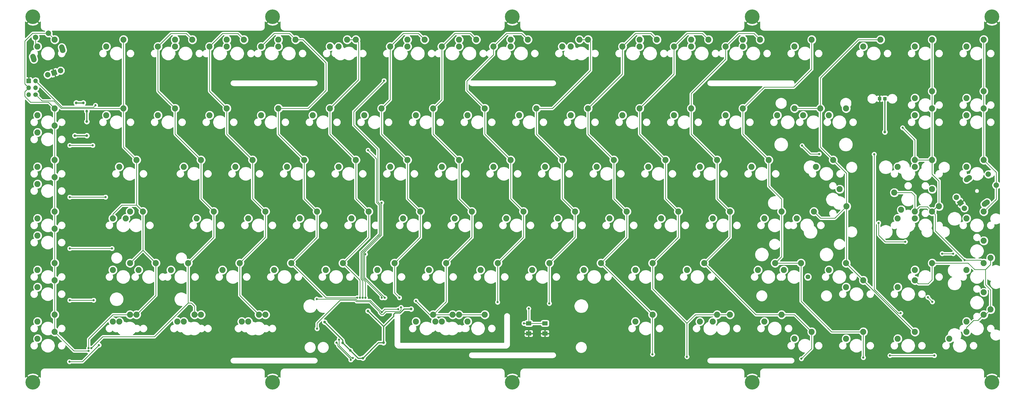
<source format=gtl>
G04 #@! TF.GenerationSoftware,KiCad,Pcbnew,(5.1.4)-1*
G04 #@! TF.CreationDate,2020-03-17T00:39:42-07:00*
G04 #@! TF.ProjectId,mad cat,6d616420-6361-4742-9e6b-696361645f70,rev?*
G04 #@! TF.SameCoordinates,Original*
G04 #@! TF.FileFunction,Copper,L1,Top*
G04 #@! TF.FilePolarity,Positive*
%FSLAX46Y46*%
G04 Gerber Fmt 4.6, Leading zero omitted, Abs format (unit mm)*
G04 Created by KiCad (PCBNEW (5.1.4)-1) date 2020-03-17 00:39:42*
%MOMM*%
%LPD*%
G04 APERTURE LIST*
%ADD10C,2.250000*%
%ADD11C,2.000000*%
%ADD12C,0.100000*%
%ADD13C,1.300000*%
%ADD14C,0.800000*%
%ADD15C,5.400000*%
%ADD16C,1.500000*%
%ADD17C,1.730000*%
%ADD18C,1.700000*%
%ADD19O,1.700000X1.700000*%
%ADD20C,1.200000*%
%ADD21C,1.000000*%
%ADD22C,0.508000*%
%ADD23C,0.381000*%
%ADD24C,0.254000*%
%ADD25C,0.250000*%
G04 APERTURE END LIST*
D10*
X335915000Y-59690000D03*
X338455000Y-66040000D03*
D11*
X344887909Y-62710847D03*
D12*
G36*
X346546132Y-63416294D02*
G01*
X346565645Y-63418409D01*
X346584856Y-63422427D01*
X346603581Y-63428309D01*
X346621640Y-63435997D01*
X346638858Y-63445419D01*
X346655069Y-63456483D01*
X346670118Y-63469082D01*
X346683860Y-63483096D01*
X346696161Y-63498390D01*
X347636618Y-64792817D01*
X347647362Y-64809242D01*
X347656444Y-64826642D01*
X347663776Y-64844848D01*
X347669289Y-64863685D01*
X347672929Y-64882971D01*
X347674661Y-64902522D01*
X347674468Y-64922148D01*
X347672353Y-64941661D01*
X347668335Y-64960872D01*
X347662453Y-64979597D01*
X347654765Y-64997656D01*
X347645343Y-65014874D01*
X347634279Y-65031085D01*
X347621680Y-65046134D01*
X347607666Y-65059876D01*
X347592372Y-65072177D01*
X346297945Y-66012634D01*
X346281520Y-66023378D01*
X346264120Y-66032460D01*
X346245914Y-66039792D01*
X346227077Y-66045305D01*
X346207791Y-66048945D01*
X346188240Y-66050677D01*
X346168614Y-66050484D01*
X346149101Y-66048369D01*
X346129890Y-66044351D01*
X346111165Y-66038469D01*
X346093106Y-66030781D01*
X346075888Y-66021359D01*
X346059677Y-66010295D01*
X346044628Y-65997696D01*
X346030886Y-65983682D01*
X346018585Y-65968388D01*
X345078128Y-64673961D01*
X345067384Y-64657536D01*
X345058302Y-64640136D01*
X345050970Y-64621930D01*
X345045457Y-64603093D01*
X345041817Y-64583807D01*
X345040085Y-64564256D01*
X345040278Y-64544630D01*
X345042393Y-64525117D01*
X345046411Y-64505906D01*
X345052293Y-64487181D01*
X345059981Y-64469122D01*
X345069403Y-64451904D01*
X345080467Y-64435693D01*
X345093066Y-64420644D01*
X345107080Y-64406902D01*
X345122374Y-64394601D01*
X346416801Y-63454144D01*
X346433226Y-63443400D01*
X346450626Y-63434318D01*
X346468832Y-63426986D01*
X346487669Y-63421473D01*
X346506955Y-63417833D01*
X346526506Y-63416101D01*
X346546132Y-63416294D01*
X346546132Y-63416294D01*
G37*
D11*
X346357373Y-64733389D03*
X347826836Y-66755932D03*
D12*
G36*
X349677684Y-54443567D02*
G01*
X349775248Y-54454145D01*
X349871305Y-54474234D01*
X349964931Y-54503642D01*
X350055223Y-54542085D01*
X350141312Y-54589193D01*
X350222369Y-54644513D01*
X350297614Y-54707511D01*
X350366322Y-54777581D01*
X350427830Y-54854048D01*
X350481548Y-54936176D01*
X350513240Y-54994619D01*
X350513241Y-54994621D01*
X350552769Y-55084444D01*
X350583302Y-55177709D01*
X350604547Y-55273517D01*
X350616298Y-55370946D01*
X350618443Y-55469058D01*
X350610962Y-55566908D01*
X350593925Y-55663553D01*
X350567497Y-55758063D01*
X350531933Y-55849527D01*
X350487576Y-55937065D01*
X350434851Y-56019834D01*
X350374268Y-56097037D01*
X350306409Y-56167929D01*
X350206599Y-56250852D01*
X349235778Y-56956194D01*
X349153650Y-57009912D01*
X349066652Y-57055320D01*
X348975623Y-57091983D01*
X348881438Y-57119547D01*
X348785005Y-57137746D01*
X348687252Y-57146406D01*
X348589122Y-57145443D01*
X348491558Y-57134865D01*
X348395501Y-57114776D01*
X348301875Y-57085368D01*
X348211583Y-57046925D01*
X348125494Y-56999817D01*
X348044437Y-56944497D01*
X347969192Y-56881499D01*
X347900484Y-56811429D01*
X347838976Y-56734962D01*
X347785258Y-56652834D01*
X347753566Y-56594391D01*
X347753565Y-56594389D01*
X347714037Y-56504566D01*
X347683504Y-56411301D01*
X347662259Y-56315493D01*
X347650508Y-56218064D01*
X347648363Y-56119952D01*
X347655844Y-56022102D01*
X347672881Y-55925457D01*
X347699309Y-55830947D01*
X347734873Y-55739483D01*
X347779230Y-55651945D01*
X347831955Y-55569176D01*
X347892538Y-55491973D01*
X347960397Y-55421081D01*
X348060207Y-55338158D01*
X349031028Y-54632816D01*
X349113156Y-54579098D01*
X349200154Y-54533690D01*
X349291183Y-54497027D01*
X349385368Y-54469463D01*
X349481801Y-54451264D01*
X349579554Y-54442604D01*
X349677684Y-54443567D01*
X349677684Y-54443567D01*
G37*
D11*
X349133403Y-55794505D03*
D12*
G36*
X356260878Y-63504557D02*
G01*
X356358442Y-63515135D01*
X356454499Y-63535224D01*
X356548125Y-63564632D01*
X356638417Y-63603075D01*
X356724506Y-63650183D01*
X356805563Y-63705503D01*
X356880808Y-63768501D01*
X356949516Y-63838571D01*
X357011024Y-63915038D01*
X357064742Y-63997166D01*
X357096434Y-64055609D01*
X357096435Y-64055611D01*
X357135963Y-64145434D01*
X357166496Y-64238699D01*
X357187741Y-64334507D01*
X357199492Y-64431936D01*
X357201637Y-64530048D01*
X357194156Y-64627898D01*
X357177119Y-64724543D01*
X357150691Y-64819053D01*
X357115127Y-64910517D01*
X357070770Y-64998055D01*
X357018045Y-65080824D01*
X356957462Y-65158027D01*
X356889603Y-65228919D01*
X356789793Y-65311842D01*
X355818972Y-66017184D01*
X355736844Y-66070902D01*
X355649846Y-66116310D01*
X355558817Y-66152973D01*
X355464632Y-66180537D01*
X355368199Y-66198736D01*
X355270446Y-66207396D01*
X355172316Y-66206433D01*
X355074752Y-66195855D01*
X354978695Y-66175766D01*
X354885069Y-66146358D01*
X354794777Y-66107915D01*
X354708688Y-66060807D01*
X354627631Y-66005487D01*
X354552386Y-65942489D01*
X354483678Y-65872419D01*
X354422170Y-65795952D01*
X354368452Y-65713824D01*
X354336760Y-65655381D01*
X354336759Y-65655379D01*
X354297231Y-65565556D01*
X354266698Y-65472291D01*
X354245453Y-65376483D01*
X354233702Y-65279054D01*
X354231557Y-65180942D01*
X354239038Y-65083092D01*
X354256075Y-64986447D01*
X354282503Y-64891937D01*
X354318067Y-64800473D01*
X354362424Y-64712935D01*
X354415149Y-64630166D01*
X354475732Y-64552963D01*
X354543591Y-64482071D01*
X354643401Y-64399148D01*
X355614222Y-63693806D01*
X355696350Y-63640088D01*
X355783348Y-63594680D01*
X355874377Y-63558017D01*
X355968562Y-63530453D01*
X356064995Y-63512254D01*
X356162748Y-63503594D01*
X356260878Y-63504557D01*
X356260878Y-63504557D01*
G37*
D11*
X355716597Y-64855495D03*
X356618656Y-54187961D03*
X359557582Y-58233046D03*
X9739522Y-2095062D03*
X4984240Y-3640147D03*
D12*
G36*
X14763524Y-6228686D02*
G01*
X14860597Y-6243086D01*
X14955792Y-6266931D01*
X15048190Y-6299991D01*
X15136904Y-6341950D01*
X15221077Y-6392401D01*
X15299900Y-6450861D01*
X15372614Y-6516764D01*
X15438517Y-6589478D01*
X15496977Y-6668301D01*
X15547428Y-6752474D01*
X15589387Y-6841188D01*
X15616564Y-6914854D01*
X15987384Y-8056122D01*
X16013093Y-8150830D01*
X16029395Y-8247602D01*
X16036134Y-8345506D01*
X16033244Y-8443598D01*
X16020754Y-8540936D01*
X15998782Y-8636580D01*
X15967542Y-8729610D01*
X15927333Y-8819130D01*
X15878544Y-8904278D01*
X15821644Y-8984233D01*
X15757180Y-9058227D01*
X15685775Y-9125545D01*
X15608115Y-9185541D01*
X15524948Y-9237635D01*
X15437076Y-9281327D01*
X15345344Y-9316196D01*
X15250636Y-9341905D01*
X15153864Y-9358207D01*
X15036327Y-9365139D01*
X15036325Y-9365139D01*
X14938308Y-9360324D01*
X14841235Y-9345924D01*
X14746040Y-9322079D01*
X14653642Y-9289019D01*
X14564928Y-9247060D01*
X14480755Y-9196609D01*
X14401932Y-9138149D01*
X14329218Y-9072246D01*
X14263315Y-8999532D01*
X14204855Y-8920709D01*
X14154404Y-8836536D01*
X14112445Y-8747822D01*
X14085268Y-8674156D01*
X13714448Y-7532888D01*
X13688739Y-7438180D01*
X13672437Y-7341408D01*
X13665698Y-7243504D01*
X13668588Y-7145412D01*
X13681078Y-7048074D01*
X13703050Y-6952430D01*
X13734290Y-6859400D01*
X13774499Y-6769880D01*
X13823288Y-6684732D01*
X13880188Y-6604777D01*
X13944652Y-6530783D01*
X14016057Y-6463465D01*
X14093717Y-6403469D01*
X14176884Y-6351375D01*
X14264756Y-6307683D01*
X14356488Y-6272814D01*
X14451196Y-6247105D01*
X14547968Y-6230803D01*
X14665505Y-6223871D01*
X14665507Y-6223871D01*
X14763524Y-6228686D01*
X14763524Y-6228686D01*
G37*
D11*
X14850916Y-7794505D03*
D12*
G36*
X4111692Y-9689676D02*
G01*
X4208765Y-9704076D01*
X4303960Y-9727921D01*
X4396358Y-9760981D01*
X4485072Y-9802940D01*
X4569245Y-9853391D01*
X4648068Y-9911851D01*
X4720782Y-9977754D01*
X4786685Y-10050468D01*
X4845145Y-10129291D01*
X4895596Y-10213464D01*
X4937555Y-10302178D01*
X4964732Y-10375844D01*
X5335552Y-11517112D01*
X5361261Y-11611820D01*
X5377563Y-11708592D01*
X5384302Y-11806496D01*
X5381412Y-11904588D01*
X5368922Y-12001926D01*
X5346950Y-12097570D01*
X5315710Y-12190600D01*
X5275501Y-12280120D01*
X5226712Y-12365268D01*
X5169812Y-12445223D01*
X5105348Y-12519217D01*
X5033943Y-12586535D01*
X4956283Y-12646531D01*
X4873116Y-12698625D01*
X4785244Y-12742317D01*
X4693512Y-12777186D01*
X4598804Y-12802895D01*
X4502032Y-12819197D01*
X4384495Y-12826129D01*
X4384493Y-12826129D01*
X4286476Y-12821314D01*
X4189403Y-12806914D01*
X4094208Y-12783069D01*
X4001810Y-12750009D01*
X3913096Y-12708050D01*
X3828923Y-12657599D01*
X3750100Y-12599139D01*
X3677386Y-12533236D01*
X3611483Y-12460522D01*
X3553023Y-12381699D01*
X3502572Y-12297526D01*
X3460613Y-12208812D01*
X3433436Y-12135146D01*
X3062616Y-10993878D01*
X3036907Y-10899170D01*
X3020605Y-10802398D01*
X3013866Y-10704494D01*
X3016756Y-10606402D01*
X3029246Y-10509064D01*
X3051218Y-10413420D01*
X3082458Y-10320390D01*
X3122667Y-10230870D01*
X3171456Y-10145722D01*
X3228356Y-10065767D01*
X3292820Y-9991773D01*
X3364225Y-9924455D01*
X3441885Y-9864459D01*
X3525052Y-9812365D01*
X3612924Y-9768673D01*
X3704656Y-9733804D01*
X3799364Y-9708095D01*
X3896136Y-9691793D01*
X4013673Y-9684861D01*
X4013675Y-9684861D01*
X4111692Y-9689676D01*
X4111692Y-9689676D01*
G37*
D11*
X4199084Y-11255495D03*
X14220269Y-15885381D03*
D12*
G36*
X12371951Y-15450482D02*
G01*
X12391418Y-15452980D01*
X12410547Y-15457374D01*
X12429153Y-15463622D01*
X12447057Y-15471664D01*
X12464087Y-15481422D01*
X12480078Y-15492802D01*
X12494877Y-15505694D01*
X12508340Y-15519975D01*
X12520339Y-15535507D01*
X12530758Y-15552141D01*
X12539497Y-15569715D01*
X12546470Y-15588062D01*
X13040897Y-17109753D01*
X13046039Y-17128694D01*
X13049300Y-17148049D01*
X13050647Y-17167629D01*
X13050069Y-17187248D01*
X13047571Y-17206715D01*
X13043177Y-17225844D01*
X13036929Y-17244450D01*
X13028887Y-17262354D01*
X13019129Y-17279384D01*
X13007749Y-17295375D01*
X12994857Y-17310174D01*
X12980576Y-17323637D01*
X12965044Y-17335636D01*
X12948410Y-17346055D01*
X12930836Y-17354794D01*
X12912489Y-17361767D01*
X11390798Y-17856194D01*
X11371857Y-17861336D01*
X11352502Y-17864597D01*
X11332922Y-17865944D01*
X11313303Y-17865366D01*
X11293836Y-17862868D01*
X11274707Y-17858474D01*
X11256101Y-17852226D01*
X11238197Y-17844184D01*
X11221167Y-17834426D01*
X11205176Y-17823046D01*
X11190377Y-17810154D01*
X11176914Y-17795873D01*
X11164915Y-17780341D01*
X11154496Y-17763707D01*
X11145757Y-17746133D01*
X11138784Y-17727786D01*
X10644357Y-16206095D01*
X10639215Y-16187154D01*
X10635954Y-16167799D01*
X10634607Y-16148219D01*
X10635185Y-16128600D01*
X10637683Y-16109133D01*
X10642077Y-16090004D01*
X10648325Y-16071398D01*
X10656367Y-16053494D01*
X10666125Y-16036464D01*
X10677505Y-16020473D01*
X10690397Y-16005674D01*
X10704678Y-15992211D01*
X10720210Y-15980212D01*
X10736844Y-15969793D01*
X10754418Y-15961054D01*
X10772765Y-15954081D01*
X12294456Y-15459654D01*
X12313397Y-15454512D01*
X12332752Y-15451251D01*
X12352332Y-15449904D01*
X12371951Y-15450482D01*
X12371951Y-15450482D01*
G37*
D11*
X11842627Y-16657924D03*
X9464986Y-17430466D03*
D10*
X323215000Y-114935000D03*
X329565000Y-112395000D03*
D12*
G36*
X318899504Y-25601204D02*
G01*
X318923773Y-25604804D01*
X318947571Y-25610765D01*
X318970671Y-25619030D01*
X318992849Y-25629520D01*
X319013893Y-25642133D01*
X319033598Y-25656747D01*
X319051777Y-25673223D01*
X319068253Y-25691402D01*
X319082867Y-25711107D01*
X319095480Y-25732151D01*
X319105970Y-25754329D01*
X319114235Y-25777429D01*
X319120196Y-25801227D01*
X319123796Y-25825496D01*
X319125000Y-25850000D01*
X319125000Y-26650000D01*
X319123796Y-26674504D01*
X319120196Y-26698773D01*
X319114235Y-26722571D01*
X319105970Y-26745671D01*
X319095480Y-26767849D01*
X319082867Y-26788893D01*
X319068253Y-26808598D01*
X319051777Y-26826777D01*
X319033598Y-26843253D01*
X319013893Y-26857867D01*
X318992849Y-26870480D01*
X318970671Y-26880970D01*
X318947571Y-26889235D01*
X318923773Y-26895196D01*
X318899504Y-26898796D01*
X318875000Y-26900000D01*
X318050000Y-26900000D01*
X318025496Y-26898796D01*
X318001227Y-26895196D01*
X317977429Y-26889235D01*
X317954329Y-26880970D01*
X317932151Y-26870480D01*
X317911107Y-26857867D01*
X317891402Y-26843253D01*
X317873223Y-26826777D01*
X317856747Y-26808598D01*
X317842133Y-26788893D01*
X317829520Y-26767849D01*
X317819030Y-26745671D01*
X317810765Y-26722571D01*
X317804804Y-26698773D01*
X317801204Y-26674504D01*
X317800000Y-26650000D01*
X317800000Y-25850000D01*
X317801204Y-25825496D01*
X317804804Y-25801227D01*
X317810765Y-25777429D01*
X317819030Y-25754329D01*
X317829520Y-25732151D01*
X317842133Y-25711107D01*
X317856747Y-25691402D01*
X317873223Y-25673223D01*
X317891402Y-25656747D01*
X317911107Y-25642133D01*
X317932151Y-25629520D01*
X317954329Y-25619030D01*
X317977429Y-25610765D01*
X318001227Y-25604804D01*
X318025496Y-25601204D01*
X318050000Y-25600000D01*
X318875000Y-25600000D01*
X318899504Y-25601204D01*
X318899504Y-25601204D01*
G37*
D13*
X318462500Y-26250000D03*
D12*
G36*
X316974504Y-25601204D02*
G01*
X316998773Y-25604804D01*
X317022571Y-25610765D01*
X317045671Y-25619030D01*
X317067849Y-25629520D01*
X317088893Y-25642133D01*
X317108598Y-25656747D01*
X317126777Y-25673223D01*
X317143253Y-25691402D01*
X317157867Y-25711107D01*
X317170480Y-25732151D01*
X317180970Y-25754329D01*
X317189235Y-25777429D01*
X317195196Y-25801227D01*
X317198796Y-25825496D01*
X317200000Y-25850000D01*
X317200000Y-26650000D01*
X317198796Y-26674504D01*
X317195196Y-26698773D01*
X317189235Y-26722571D01*
X317180970Y-26745671D01*
X317170480Y-26767849D01*
X317157867Y-26788893D01*
X317143253Y-26808598D01*
X317126777Y-26826777D01*
X317108598Y-26843253D01*
X317088893Y-26857867D01*
X317067849Y-26870480D01*
X317045671Y-26880970D01*
X317022571Y-26889235D01*
X316998773Y-26895196D01*
X316974504Y-26898796D01*
X316950000Y-26900000D01*
X316125000Y-26900000D01*
X316100496Y-26898796D01*
X316076227Y-26895196D01*
X316052429Y-26889235D01*
X316029329Y-26880970D01*
X316007151Y-26870480D01*
X315986107Y-26857867D01*
X315966402Y-26843253D01*
X315948223Y-26826777D01*
X315931747Y-26808598D01*
X315917133Y-26788893D01*
X315904520Y-26767849D01*
X315894030Y-26745671D01*
X315885765Y-26722571D01*
X315879804Y-26698773D01*
X315876204Y-26674504D01*
X315875000Y-26650000D01*
X315875000Y-25850000D01*
X315876204Y-25825496D01*
X315879804Y-25801227D01*
X315885765Y-25777429D01*
X315894030Y-25754329D01*
X315904520Y-25732151D01*
X315917133Y-25711107D01*
X315931747Y-25691402D01*
X315948223Y-25673223D01*
X315966402Y-25656747D01*
X315986107Y-25642133D01*
X316007151Y-25629520D01*
X316029329Y-25619030D01*
X316052429Y-25610765D01*
X316076227Y-25604804D01*
X316100496Y-25601204D01*
X316125000Y-25600000D01*
X316950000Y-25600000D01*
X316974504Y-25601204D01*
X316974504Y-25601204D01*
G37*
D13*
X316537500Y-26250000D03*
D10*
X131127500Y-89535000D03*
X137477500Y-86995000D03*
X5715000Y-6985000D03*
X12065000Y-4445000D03*
X348615000Y-51435000D03*
X354965000Y-48895000D03*
X5715000Y-32385000D03*
X12065000Y-29845000D03*
X161290000Y-6985000D03*
X167640000Y-4445000D03*
X329565000Y-6985000D03*
X335915000Y-4445000D03*
X348615000Y-6985000D03*
X354965000Y-4445000D03*
X94615000Y-6985000D03*
X100965000Y-4445000D03*
X227965000Y-6985000D03*
X234315000Y-4445000D03*
X113665000Y-6985000D03*
X120015000Y-4445000D03*
X266065000Y-6985000D03*
X272415000Y-4445000D03*
X247015000Y-6985000D03*
X253365000Y-4445000D03*
X142240000Y-6985000D03*
X148590000Y-4445000D03*
X180340000Y-6985000D03*
X186690000Y-4445000D03*
X199390000Y-6985000D03*
X205740000Y-4445000D03*
X75565000Y-6985000D03*
X81915000Y-4445000D03*
X310515000Y-6985000D03*
X316865000Y-4445000D03*
X56515000Y-6985000D03*
X62865000Y-4445000D03*
X285115000Y-6985000D03*
X291465000Y-4445000D03*
X31115000Y-6985000D03*
X37465000Y-4445000D03*
X50165000Y-32385000D03*
X56515000Y-29845000D03*
X5715000Y-38735000D03*
X12065000Y-36195000D03*
X88265000Y-32385000D03*
X94615000Y-29845000D03*
X329565000Y-26035000D03*
X335915000Y-23495000D03*
X288290000Y-32385000D03*
X294640000Y-29845000D03*
X107315000Y-32385000D03*
X113665000Y-29845000D03*
X348615000Y-26035000D03*
X354965000Y-23495000D03*
X221615000Y-32385000D03*
X227965000Y-29845000D03*
X259715000Y-32385000D03*
X266065000Y-29845000D03*
X126365000Y-32385000D03*
X132715000Y-29845000D03*
X240665000Y-32385000D03*
X247015000Y-29845000D03*
X202565000Y-32385000D03*
X208915000Y-29845000D03*
X31115000Y-32385000D03*
X37465000Y-29845000D03*
X145415000Y-32385000D03*
X151765000Y-29845000D03*
X69215000Y-32385000D03*
X75565000Y-29845000D03*
X183515000Y-32385000D03*
X189865000Y-29845000D03*
X164465000Y-32385000D03*
X170815000Y-29845000D03*
X269240000Y-51435000D03*
X275590000Y-48895000D03*
X212090000Y-51435000D03*
X218440000Y-48895000D03*
X35877500Y-51435000D03*
X42227500Y-48895000D03*
X250190000Y-51435000D03*
X256540000Y-48895000D03*
X173990000Y-51435000D03*
X180340000Y-48895000D03*
X231140000Y-51435000D03*
X237490000Y-48895000D03*
X293052500Y-51435000D03*
X299402500Y-48895000D03*
X193040000Y-51435000D03*
X199390000Y-48895000D03*
X78740000Y-51435000D03*
X85090000Y-48895000D03*
X116840000Y-51435000D03*
X123190000Y-48895000D03*
X154940000Y-51435000D03*
X161290000Y-48895000D03*
X59690000Y-51435000D03*
X66040000Y-48895000D03*
X5715000Y-57785000D03*
X12065000Y-55245000D03*
X135890000Y-51435000D03*
X142240000Y-48895000D03*
X97790000Y-51435000D03*
X104140000Y-48895000D03*
X140652500Y-70485000D03*
X147002500Y-67945000D03*
X159702500Y-70485000D03*
X166052500Y-67945000D03*
X216852500Y-70485000D03*
X223202500Y-67945000D03*
X102552500Y-70485000D03*
X108902500Y-67945000D03*
X197802500Y-70485000D03*
X204152500Y-67945000D03*
X354965000Y-78740000D03*
X357505000Y-85090000D03*
X38258750Y-70485000D03*
X44608750Y-67945000D03*
X5715000Y-76835000D03*
X12065000Y-74295000D03*
X121602500Y-70485000D03*
X127952500Y-67945000D03*
X235902500Y-70485000D03*
X242252500Y-67945000D03*
X254952500Y-70485000D03*
X261302500Y-67945000D03*
X64452500Y-70485000D03*
X70802500Y-67945000D03*
X83502500Y-70485000D03*
X89852500Y-67945000D03*
X178752500Y-70485000D03*
X185102500Y-67945000D03*
X274002500Y-70485000D03*
X280352500Y-67945000D03*
X54927500Y-89535000D03*
X61277500Y-86995000D03*
X297815000Y-89535000D03*
X304165000Y-86995000D03*
X245427500Y-89535000D03*
X251777500Y-86995000D03*
X5715000Y-95885000D03*
X12065000Y-93345000D03*
X112077500Y-89535000D03*
X118427500Y-86995000D03*
X207327500Y-89535000D03*
X213677500Y-86995000D03*
X169227500Y-89535000D03*
X175577500Y-86995000D03*
X150177500Y-89535000D03*
X156527500Y-86995000D03*
X93027500Y-89535000D03*
X99377500Y-86995000D03*
X188277500Y-89535000D03*
X194627500Y-86995000D03*
X323215000Y-95885000D03*
X329565000Y-93345000D03*
X323215000Y-70485000D03*
X329565000Y-67945000D03*
X43021250Y-89535000D03*
X49371250Y-86995000D03*
X73977500Y-89535000D03*
X80327500Y-86995000D03*
X226377500Y-89535000D03*
X232727500Y-86995000D03*
X274002500Y-108585000D03*
X280352500Y-106045000D03*
X5715000Y-114935000D03*
X12065000Y-112395000D03*
X304165000Y-114935000D03*
X310515000Y-112395000D03*
X342265000Y-114935000D03*
X348615000Y-112395000D03*
X348615000Y-89535000D03*
X354965000Y-86995000D03*
X226377500Y-108585000D03*
X232727500Y-106045000D03*
X221615000Y-6985000D03*
X227965000Y-4445000D03*
X240665000Y-6985000D03*
X247015000Y-4445000D03*
X259715000Y-6985000D03*
X266065000Y-4445000D03*
X50165000Y-6985000D03*
X56515000Y-4445000D03*
X69215000Y-6985000D03*
X75565000Y-4445000D03*
X88265000Y-6985000D03*
X94615000Y-4445000D03*
X116840000Y-6985000D03*
X123190000Y-4445000D03*
X135890000Y-6985000D03*
X142240000Y-4445000D03*
X154940000Y-6985000D03*
X161290000Y-4445000D03*
X173990000Y-6985000D03*
X180340000Y-4445000D03*
X202565000Y-6985000D03*
X208915000Y-4445000D03*
X5715000Y-51435000D03*
X12065000Y-48895000D03*
X5715000Y-70485000D03*
X12065000Y-67945000D03*
X33496250Y-70485000D03*
X39846250Y-67945000D03*
X301783750Y-59690000D03*
X304323750Y-66040000D03*
X324485000Y-67310000D03*
X321945000Y-60960000D03*
X323215000Y-51435000D03*
X329565000Y-48895000D03*
X329565000Y-51435000D03*
X335915000Y-48895000D03*
X348615000Y-70485000D03*
X354965000Y-67945000D03*
X5715000Y-89535000D03*
X12065000Y-86995000D03*
X304165000Y-95885000D03*
X310515000Y-93345000D03*
X329565000Y-70485000D03*
X335915000Y-67945000D03*
X329565000Y-89535000D03*
X335915000Y-86995000D03*
X5715000Y-108585000D03*
X12065000Y-106045000D03*
X285115000Y-114935000D03*
X291465000Y-112395000D03*
X354965000Y-97790000D03*
X357505000Y-104140000D03*
X348615000Y-108585000D03*
X354965000Y-106045000D03*
X329565000Y-32385000D03*
X335915000Y-29845000D03*
X348615000Y-32385000D03*
X354965000Y-29845000D03*
D14*
X5431891Y5431891D03*
X4000000Y6025000D03*
X2568109Y5431891D03*
X1975000Y4000000D03*
X2568109Y2568109D03*
X4000000Y1975000D03*
X5431891Y2568109D03*
X6025000Y4000000D03*
D15*
X4000000Y4000000D03*
D14*
X93919391Y5431891D03*
X92487500Y6025000D03*
X91055609Y5431891D03*
X90462500Y4000000D03*
X91055609Y2568109D03*
X92487500Y1975000D03*
X93919391Y2568109D03*
X94512500Y4000000D03*
D15*
X92487500Y4000000D03*
D14*
X182406891Y5431891D03*
X180975000Y6025000D03*
X179543109Y5431891D03*
X178950000Y4000000D03*
X179543109Y2568109D03*
X180975000Y1975000D03*
X182406891Y2568109D03*
X183000000Y4000000D03*
D15*
X180975000Y4000000D03*
D14*
X270894391Y5431891D03*
X269462500Y6025000D03*
X268030609Y5431891D03*
X267437500Y4000000D03*
X268030609Y2568109D03*
X269462500Y1975000D03*
X270894391Y2568109D03*
X271487500Y4000000D03*
D15*
X269462500Y4000000D03*
D14*
X359381891Y5431891D03*
X357950000Y6025000D03*
X356518109Y5431891D03*
X355925000Y4000000D03*
X356518109Y2568109D03*
X357950000Y1975000D03*
X359381891Y2568109D03*
X359975000Y4000000D03*
D15*
X357950000Y4000000D03*
D14*
X5431891Y-129568109D03*
X4000000Y-128975000D03*
X2568109Y-129568109D03*
X1975000Y-131000000D03*
X2568109Y-132431891D03*
X4000000Y-133025000D03*
X5431891Y-132431891D03*
X6025000Y-131000000D03*
D15*
X4000000Y-131000000D03*
D14*
X93919391Y-129568109D03*
X92487500Y-128975000D03*
X91055609Y-129568109D03*
X90462500Y-131000000D03*
X91055609Y-132431891D03*
X92487500Y-133025000D03*
X93919391Y-132431891D03*
X94512500Y-131000000D03*
D15*
X92487500Y-131000000D03*
D14*
X182406891Y-129568109D03*
X180975000Y-128975000D03*
X179543109Y-129568109D03*
X178950000Y-131000000D03*
X179543109Y-132431891D03*
X180975000Y-133025000D03*
X182406891Y-132431891D03*
X183000000Y-131000000D03*
D15*
X180975000Y-131000000D03*
D14*
X270894391Y-129568109D03*
X269462500Y-128975000D03*
X268030609Y-129568109D03*
X267437500Y-131000000D03*
X268030609Y-132431891D03*
X269462500Y-133025000D03*
X270894391Y-132431891D03*
X271487500Y-131000000D03*
D15*
X269462500Y-131000000D03*
D14*
X359381891Y-129568109D03*
X357950000Y-128975000D03*
X356518109Y-129568109D03*
X355925000Y-131000000D03*
X356518109Y-132431891D03*
X357950000Y-133025000D03*
X359381891Y-132431891D03*
X359975000Y-131000000D03*
D15*
X357950000Y-131000000D03*
D10*
X59690000Y-108585000D03*
X66040000Y-106045000D03*
X83502500Y-108585000D03*
X89852500Y-106045000D03*
X35877500Y-108585000D03*
X42227500Y-106045000D03*
X250190000Y-108585000D03*
X256540000Y-106045000D03*
X33496250Y-108585000D03*
X39846250Y-106045000D03*
X254952500Y-108585000D03*
X261302500Y-106045000D03*
X57308750Y-108585000D03*
X63658750Y-106045000D03*
X81121250Y-108585000D03*
X87471250Y-106045000D03*
X271621250Y-89535000D03*
X277971250Y-86995000D03*
D12*
G36*
X193830878Y-112250903D02*
G01*
X193849079Y-112253603D01*
X193866928Y-112258074D01*
X193884253Y-112264273D01*
X193900887Y-112272140D01*
X193916669Y-112281599D01*
X193931449Y-112292561D01*
X193945083Y-112304917D01*
X193957439Y-112318551D01*
X193968401Y-112333331D01*
X193977860Y-112349113D01*
X193985727Y-112365747D01*
X193991926Y-112383072D01*
X193996397Y-112400921D01*
X193999097Y-112419122D01*
X194000000Y-112437500D01*
X194000000Y-113562500D01*
X193999097Y-113580878D01*
X193996397Y-113599079D01*
X193991926Y-113616928D01*
X193985727Y-113634253D01*
X193977860Y-113650887D01*
X193968401Y-113666669D01*
X193957439Y-113681449D01*
X193945083Y-113695083D01*
X193931449Y-113707439D01*
X193916669Y-113718401D01*
X193900887Y-113727860D01*
X193884253Y-113735727D01*
X193866928Y-113741926D01*
X193849079Y-113746397D01*
X193830878Y-113749097D01*
X193812500Y-113750000D01*
X192187500Y-113750000D01*
X192169122Y-113749097D01*
X192150921Y-113746397D01*
X192133072Y-113741926D01*
X192115747Y-113735727D01*
X192099113Y-113727860D01*
X192083331Y-113718401D01*
X192068551Y-113707439D01*
X192054917Y-113695083D01*
X192042561Y-113681449D01*
X192031599Y-113666669D01*
X192022140Y-113650887D01*
X192014273Y-113634253D01*
X192008074Y-113616928D01*
X192003603Y-113599079D01*
X192000903Y-113580878D01*
X192000000Y-113562500D01*
X192000000Y-112437500D01*
X192000903Y-112419122D01*
X192003603Y-112400921D01*
X192008074Y-112383072D01*
X192014273Y-112365747D01*
X192022140Y-112349113D01*
X192031599Y-112333331D01*
X192042561Y-112318551D01*
X192054917Y-112304917D01*
X192068551Y-112292561D01*
X192083331Y-112281599D01*
X192099113Y-112272140D01*
X192115747Y-112264273D01*
X192133072Y-112258074D01*
X192150921Y-112253603D01*
X192169122Y-112250903D01*
X192187500Y-112250000D01*
X193812500Y-112250000D01*
X193830878Y-112250903D01*
X193830878Y-112250903D01*
G37*
D16*
X193000000Y-113000000D03*
D12*
G36*
X187830878Y-112250903D02*
G01*
X187849079Y-112253603D01*
X187866928Y-112258074D01*
X187884253Y-112264273D01*
X187900887Y-112272140D01*
X187916669Y-112281599D01*
X187931449Y-112292561D01*
X187945083Y-112304917D01*
X187957439Y-112318551D01*
X187968401Y-112333331D01*
X187977860Y-112349113D01*
X187985727Y-112365747D01*
X187991926Y-112383072D01*
X187996397Y-112400921D01*
X187999097Y-112419122D01*
X188000000Y-112437500D01*
X188000000Y-113562500D01*
X187999097Y-113580878D01*
X187996397Y-113599079D01*
X187991926Y-113616928D01*
X187985727Y-113634253D01*
X187977860Y-113650887D01*
X187968401Y-113666669D01*
X187957439Y-113681449D01*
X187945083Y-113695083D01*
X187931449Y-113707439D01*
X187916669Y-113718401D01*
X187900887Y-113727860D01*
X187884253Y-113735727D01*
X187866928Y-113741926D01*
X187849079Y-113746397D01*
X187830878Y-113749097D01*
X187812500Y-113750000D01*
X186187500Y-113750000D01*
X186169122Y-113749097D01*
X186150921Y-113746397D01*
X186133072Y-113741926D01*
X186115747Y-113735727D01*
X186099113Y-113727860D01*
X186083331Y-113718401D01*
X186068551Y-113707439D01*
X186054917Y-113695083D01*
X186042561Y-113681449D01*
X186031599Y-113666669D01*
X186022140Y-113650887D01*
X186014273Y-113634253D01*
X186008074Y-113616928D01*
X186003603Y-113599079D01*
X186000903Y-113580878D01*
X186000000Y-113562500D01*
X186000000Y-112437500D01*
X186000903Y-112419122D01*
X186003603Y-112400921D01*
X186008074Y-112383072D01*
X186014273Y-112365747D01*
X186022140Y-112349113D01*
X186031599Y-112333331D01*
X186042561Y-112318551D01*
X186054917Y-112304917D01*
X186068551Y-112292561D01*
X186083331Y-112281599D01*
X186099113Y-112272140D01*
X186115747Y-112264273D01*
X186133072Y-112258074D01*
X186150921Y-112253603D01*
X186169122Y-112250903D01*
X186187500Y-112250000D01*
X187812500Y-112250000D01*
X187830878Y-112250903D01*
X187830878Y-112250903D01*
G37*
D16*
X187000000Y-113000000D03*
D12*
G36*
X193830878Y-108500903D02*
G01*
X193849079Y-108503603D01*
X193866928Y-108508074D01*
X193884253Y-108514273D01*
X193900887Y-108522140D01*
X193916669Y-108531599D01*
X193931449Y-108542561D01*
X193945083Y-108554917D01*
X193957439Y-108568551D01*
X193968401Y-108583331D01*
X193977860Y-108599113D01*
X193985727Y-108615747D01*
X193991926Y-108633072D01*
X193996397Y-108650921D01*
X193999097Y-108669122D01*
X194000000Y-108687500D01*
X194000000Y-109812500D01*
X193999097Y-109830878D01*
X193996397Y-109849079D01*
X193991926Y-109866928D01*
X193985727Y-109884253D01*
X193977860Y-109900887D01*
X193968401Y-109916669D01*
X193957439Y-109931449D01*
X193945083Y-109945083D01*
X193931449Y-109957439D01*
X193916669Y-109968401D01*
X193900887Y-109977860D01*
X193884253Y-109985727D01*
X193866928Y-109991926D01*
X193849079Y-109996397D01*
X193830878Y-109999097D01*
X193812500Y-110000000D01*
X192187500Y-110000000D01*
X192169122Y-109999097D01*
X192150921Y-109996397D01*
X192133072Y-109991926D01*
X192115747Y-109985727D01*
X192099113Y-109977860D01*
X192083331Y-109968401D01*
X192068551Y-109957439D01*
X192054917Y-109945083D01*
X192042561Y-109931449D01*
X192031599Y-109916669D01*
X192022140Y-109900887D01*
X192014273Y-109884253D01*
X192008074Y-109866928D01*
X192003603Y-109849079D01*
X192000903Y-109830878D01*
X192000000Y-109812500D01*
X192000000Y-108687500D01*
X192000903Y-108669122D01*
X192003603Y-108650921D01*
X192008074Y-108633072D01*
X192014273Y-108615747D01*
X192022140Y-108599113D01*
X192031599Y-108583331D01*
X192042561Y-108568551D01*
X192054917Y-108554917D01*
X192068551Y-108542561D01*
X192083331Y-108531599D01*
X192099113Y-108522140D01*
X192115747Y-108514273D01*
X192133072Y-108508074D01*
X192150921Y-108503603D01*
X192169122Y-108500903D01*
X192187500Y-108500000D01*
X193812500Y-108500000D01*
X193830878Y-108500903D01*
X193830878Y-108500903D01*
G37*
D16*
X193000000Y-109250000D03*
D12*
G36*
X187830878Y-108500903D02*
G01*
X187849079Y-108503603D01*
X187866928Y-108508074D01*
X187884253Y-108514273D01*
X187900887Y-108522140D01*
X187916669Y-108531599D01*
X187931449Y-108542561D01*
X187945083Y-108554917D01*
X187957439Y-108568551D01*
X187968401Y-108583331D01*
X187977860Y-108599113D01*
X187985727Y-108615747D01*
X187991926Y-108633072D01*
X187996397Y-108650921D01*
X187999097Y-108669122D01*
X188000000Y-108687500D01*
X188000000Y-109812500D01*
X187999097Y-109830878D01*
X187996397Y-109849079D01*
X187991926Y-109866928D01*
X187985727Y-109884253D01*
X187977860Y-109900887D01*
X187968401Y-109916669D01*
X187957439Y-109931449D01*
X187945083Y-109945083D01*
X187931449Y-109957439D01*
X187916669Y-109968401D01*
X187900887Y-109977860D01*
X187884253Y-109985727D01*
X187866928Y-109991926D01*
X187849079Y-109996397D01*
X187830878Y-109999097D01*
X187812500Y-110000000D01*
X186187500Y-110000000D01*
X186169122Y-109999097D01*
X186150921Y-109996397D01*
X186133072Y-109991926D01*
X186115747Y-109985727D01*
X186099113Y-109977860D01*
X186083331Y-109968401D01*
X186068551Y-109957439D01*
X186054917Y-109945083D01*
X186042561Y-109931449D01*
X186031599Y-109916669D01*
X186022140Y-109900887D01*
X186014273Y-109884253D01*
X186008074Y-109866928D01*
X186003603Y-109849079D01*
X186000903Y-109830878D01*
X186000000Y-109812500D01*
X186000000Y-108687500D01*
X186000903Y-108669122D01*
X186003603Y-108650921D01*
X186008074Y-108633072D01*
X186014273Y-108615747D01*
X186022140Y-108599113D01*
X186031599Y-108583331D01*
X186042561Y-108568551D01*
X186054917Y-108554917D01*
X186068551Y-108542561D01*
X186083331Y-108531599D01*
X186099113Y-108522140D01*
X186115747Y-108514273D01*
X186133072Y-108508074D01*
X186150921Y-108503603D01*
X186169122Y-108500903D01*
X186187500Y-108500000D01*
X187812500Y-108500000D01*
X187830878Y-108500903D01*
X187830878Y-108500903D01*
G37*
D16*
X187000000Y-109250000D03*
D10*
X158908750Y-106045000D03*
X152558750Y-108585000D03*
X151765000Y-106045000D03*
X145415000Y-108585000D03*
X170815000Y-106045000D03*
X164465000Y-108585000D03*
X154940000Y-108585000D03*
X161290000Y-106045000D03*
X285908750Y-70485000D03*
X292258750Y-67945000D03*
D17*
X290036250Y-92075000D03*
D10*
X281146250Y-89535000D03*
X287496250Y-86995000D03*
X297815000Y-32385000D03*
X304165000Y-29845000D03*
X278765000Y-32385000D03*
X285115000Y-29845000D03*
X33496250Y-89535000D03*
X39846250Y-86995000D03*
D18*
X5000000Y-24765000D03*
D19*
X2460000Y-24765000D03*
X5000000Y-22225000D03*
X2460000Y-22225000D03*
X5000000Y-19685000D03*
D12*
G36*
X3156663Y-18835819D02*
G01*
X3173165Y-18838267D01*
X3189348Y-18842320D01*
X3205056Y-18847940D01*
X3220137Y-18855073D01*
X3234447Y-18863650D01*
X3247847Y-18873588D01*
X3260208Y-18884792D01*
X3271412Y-18897153D01*
X3281350Y-18910553D01*
X3289927Y-18924863D01*
X3297060Y-18939944D01*
X3302680Y-18955652D01*
X3306733Y-18971835D01*
X3309181Y-18988337D01*
X3310000Y-19005000D01*
X3310000Y-20365000D01*
X3309181Y-20381663D01*
X3306733Y-20398165D01*
X3302680Y-20414348D01*
X3297060Y-20430056D01*
X3289927Y-20445137D01*
X3281350Y-20459447D01*
X3271412Y-20472847D01*
X3260208Y-20485208D01*
X3247847Y-20496412D01*
X3234447Y-20506350D01*
X3220137Y-20514927D01*
X3205056Y-20522060D01*
X3189348Y-20527680D01*
X3173165Y-20531733D01*
X3156663Y-20534181D01*
X3140000Y-20535000D01*
X1780000Y-20535000D01*
X1763337Y-20534181D01*
X1746835Y-20531733D01*
X1730652Y-20527680D01*
X1714944Y-20522060D01*
X1699863Y-20514927D01*
X1685553Y-20506350D01*
X1672153Y-20496412D01*
X1659792Y-20485208D01*
X1648588Y-20472847D01*
X1638650Y-20459447D01*
X1630073Y-20445137D01*
X1622940Y-20430056D01*
X1617320Y-20414348D01*
X1613267Y-20398165D01*
X1610819Y-20381663D01*
X1610000Y-20365000D01*
X1610000Y-19005000D01*
X1610819Y-18988337D01*
X1613267Y-18971835D01*
X1617320Y-18955652D01*
X1622940Y-18939944D01*
X1630073Y-18924863D01*
X1638650Y-18910553D01*
X1648588Y-18897153D01*
X1659792Y-18884792D01*
X1672153Y-18873588D01*
X1685553Y-18863650D01*
X1699863Y-18855073D01*
X1714944Y-18847940D01*
X1730652Y-18842320D01*
X1746835Y-18838267D01*
X1763337Y-18835819D01*
X1780000Y-18835000D01*
X3140000Y-18835000D01*
X3156663Y-18835819D01*
X3156663Y-18835819D01*
G37*
D18*
X2460000Y-19685000D03*
D20*
X116200000Y-121800000D03*
D14*
X295100000Y-119500000D03*
X315800000Y-119700000D03*
X284800000Y-104800000D03*
X284700000Y-102200000D03*
X301800000Y-104900000D03*
X301700000Y-102400000D03*
X290900000Y-107600000D03*
X292000000Y-110200000D03*
X307400000Y-107700000D03*
X307500000Y-110200000D03*
X348300000Y-125000000D03*
X346500000Y-123200000D03*
X347300000Y-114600000D03*
X350000000Y-114700000D03*
X342900000Y-117200000D03*
X338500000Y-112400000D03*
X345300000Y-110200000D03*
X345300000Y-106300000D03*
X74900000Y-123100000D03*
X74700000Y-118500000D03*
X64500000Y-123000000D03*
X64500000Y-118400000D03*
X52900000Y-123100000D03*
X52800000Y-118500000D03*
X40900000Y-122900000D03*
X40800000Y-118300000D03*
X40900000Y-115700000D03*
X52700000Y-115700000D03*
X64500000Y-115600000D03*
X74700000Y-115700000D03*
X33400000Y-113200000D03*
X27300000Y-114500000D03*
X25500000Y-111500000D03*
X33600000Y-115700000D03*
X59800000Y-104800000D03*
X57200000Y-103600000D03*
X61900000Y-107600000D03*
X42100000Y-69500000D03*
X129600000Y-97900000D03*
X227000000Y-118250000D03*
X239000000Y-118250000D03*
X238800000Y-97900000D03*
X238800000Y-100200000D03*
X229300000Y-97900000D03*
X229300000Y-100200000D03*
X218200000Y-97400000D03*
X218200000Y-100300000D03*
X208800000Y-97500000D03*
X208900000Y-100200000D03*
X199600000Y-100300000D03*
X199500000Y-97400000D03*
X189000000Y-100300000D03*
X188900000Y-97500000D03*
X178800000Y-97600000D03*
X178800000Y-100300000D03*
X170800000Y-100400000D03*
X170800000Y-97600000D03*
X160600000Y-97700000D03*
X160600000Y-100300000D03*
X151700000Y-97800000D03*
X151700000Y-100300000D03*
X117200000Y-125200000D03*
X119100000Y-123700000D03*
X121300000Y-125300000D03*
X136300000Y-100600000D03*
X134100000Y-102800000D03*
X144300000Y-100100000D03*
X141200000Y-100200000D03*
D20*
X114700000Y-116153659D03*
D14*
X111200000Y-122400000D03*
X97000000Y-119000000D03*
X295900000Y-122300000D03*
X304800000Y-122200000D03*
X313900000Y-122500000D03*
X323800000Y-122500000D03*
X252300000Y-122900000D03*
X248350000Y-123100000D03*
X243200000Y-121150000D03*
X234750000Y-121200000D03*
X210200000Y-121000000D03*
X230150000Y-121600000D03*
X201300000Y-121000000D03*
X163025000Y-120850000D03*
X136225000Y-120675000D03*
X149525000Y-120875000D03*
X136500000Y-110400000D03*
X136300000Y-115400000D03*
X145000000Y-105500000D03*
X148400000Y-107100000D03*
D20*
X124000000Y-112000000D03*
X124000000Y-109000000D03*
X127000000Y-112000000D03*
X124000000Y-115000000D03*
X121000000Y-112000000D03*
D14*
X101000000Y-109000000D03*
X106000000Y-108500000D03*
X108500000Y-106500000D03*
X104000000Y-106500000D03*
X7100000Y-23800000D03*
X9000000Y-25600000D03*
X7800000Y-25000000D03*
X9700000Y-20700000D03*
X8000000Y-18700000D03*
X8800000Y-19800000D03*
D21*
X121200000Y-119300000D03*
X118362959Y-116462959D03*
X127700000Y-104700000D03*
X133400000Y-116400000D03*
X125800000Y-122100000D03*
X23900000Y-39900000D03*
X19500000Y-39900000D03*
X111700000Y-108800000D03*
X143600000Y-103950000D03*
D14*
X126709609Y-99800000D03*
X133600000Y-19600000D03*
X125706406Y-99800000D03*
X127700000Y-45300000D03*
X17600000Y-43500000D03*
X26100000Y-43500000D03*
X287900000Y-43600000D03*
X294200000Y-46700000D03*
X132800000Y-99800000D03*
X132700000Y-64700000D03*
X17600000Y-62600000D03*
X30800000Y-62600000D03*
X343700000Y-83500000D03*
X133900000Y-99800000D03*
X17600000Y-81600000D03*
X33200000Y-81600000D03*
X339600000Y-83500000D03*
X326000000Y-79100000D03*
X126700000Y-83700000D03*
X316150000Y-72150000D03*
X17600000Y-100700000D03*
X26400000Y-100700000D03*
X132800000Y-105100000D03*
X17500000Y-123400000D03*
X28400000Y-117300000D03*
X138854000Y-104000000D03*
X336700000Y-121125000D03*
X320325000Y-121125000D03*
X108757210Y-100257210D03*
X108900000Y-111200000D03*
X139850000Y-103350000D03*
X187000000Y-103800000D03*
X27100000Y-28700000D03*
X185250000Y-109250000D03*
D21*
X318462500Y-38562500D03*
D14*
X310500000Y-121900000D03*
X175500000Y-101427010D03*
X25600640Y-118399360D03*
X194600000Y-101884220D03*
X232700000Y-120700000D03*
X123700000Y-99800000D03*
X245400000Y-121600000D03*
X145400000Y-100969800D03*
X124703203Y-99800000D03*
X139300000Y-99780200D03*
X287653408Y-122300000D03*
X116100000Y-116400000D03*
X121345315Y-122754685D03*
X347870001Y-85870001D03*
X325000000Y-37000000D03*
X334314190Y-99614190D03*
X336000000Y-101300000D03*
X117000000Y-115298400D03*
X122054685Y-122045315D03*
X24568621Y-119467115D03*
X24568621Y-118400000D03*
X324300000Y-105500000D03*
X314512500Y-46787500D03*
D21*
X20000000Y-27800000D03*
X22600000Y-27800000D03*
X23900000Y-30900000D03*
X23900000Y-34700000D03*
D22*
X114700000Y-120300000D02*
X116200000Y-121800000D01*
X114700000Y-116153659D02*
X114700000Y-120300000D01*
D23*
X121200000Y-119300000D02*
X118362959Y-116462959D01*
X118362959Y-116462959D02*
X118362959Y-115462959D01*
X127700000Y-104700000D02*
X133400000Y-110400000D01*
X133400000Y-110400000D02*
X133400000Y-116400000D01*
X131500000Y-116400000D02*
X133400000Y-116400000D01*
X125800000Y-122100000D02*
X131500000Y-116400000D01*
X124000000Y-122100000D02*
X121200000Y-119300000D01*
X125800000Y-122100000D02*
X124000000Y-122100000D01*
X23900000Y-39900000D02*
X19500000Y-39900000D01*
X118362959Y-115462959D02*
X111700000Y-108800000D01*
X143600000Y-103950000D02*
X141000000Y-103950000D01*
X141000000Y-103950000D02*
X139550000Y-105400000D01*
X139550000Y-105400000D02*
X137650000Y-105400000D01*
X136200000Y-107600000D02*
X133400000Y-110400000D01*
X137650000Y-105400000D02*
X137125000Y-105925000D01*
X137125000Y-105925000D02*
X137125000Y-106675000D01*
X137125000Y-106675000D02*
X136200000Y-107600000D01*
D24*
X4984240Y-6254240D02*
X5715000Y-6985000D01*
X4984240Y-3640147D02*
X4984240Y-6254240D01*
X133600000Y-19800000D02*
X133600000Y-19600000D01*
X122400000Y-31000000D02*
X133600000Y-19800000D01*
X131300000Y-44900000D02*
X122400000Y-36000000D01*
X131300000Y-64400000D02*
X131300000Y-44900000D01*
X126709609Y-99800000D02*
X126709609Y-93902793D01*
X126709609Y-93902793D02*
X125485580Y-92678764D01*
X125485580Y-92678764D02*
X125485580Y-83167828D01*
X125485580Y-83167828D02*
X132242790Y-76410618D01*
X122400000Y-36000000D02*
X122400000Y-31000000D01*
X132242790Y-76410618D02*
X132242790Y-65342790D01*
X132242790Y-65342790D02*
X131300000Y-64400000D01*
X17600000Y-43500000D02*
X26100000Y-43500000D01*
X291000000Y-46700000D02*
X287900000Y-43600000D01*
X291000000Y-46700000D02*
X294200000Y-46700000D01*
X130842790Y-48442790D02*
X127700000Y-45300000D01*
X130842790Y-64589382D02*
X130842790Y-48442790D01*
X125706406Y-93546182D02*
X125028370Y-92868146D01*
X125028370Y-92868146D02*
X125028370Y-82978446D01*
X125028370Y-82978446D02*
X131785580Y-76221236D01*
X131785580Y-76221236D02*
X131785580Y-65532172D01*
X125706406Y-99800000D02*
X125706406Y-93546182D01*
X131785580Y-65532172D02*
X130842790Y-64589382D01*
X17600000Y-62600000D02*
X30800000Y-62600000D01*
X132700000Y-76600000D02*
X132700000Y-64700000D01*
X125942790Y-83357210D02*
X132700000Y-76600000D01*
X125942790Y-92489382D02*
X125942790Y-83357210D01*
X132800000Y-99346592D02*
X125942790Y-92489382D01*
X132800000Y-99800000D02*
X132800000Y-99346592D01*
X126400000Y-92300000D02*
X133900000Y-99800000D01*
X126400000Y-84000000D02*
X126400000Y-92300000D01*
X17600000Y-81600000D02*
X33200000Y-81600000D01*
X339600000Y-83500000D02*
X343700000Y-83500000D01*
X126400000Y-84000000D02*
X126700000Y-83700000D01*
X326000000Y-79100000D02*
X318600000Y-79100000D01*
X316150000Y-76650000D02*
X316150000Y-72150000D01*
X318600000Y-79100000D02*
X316150000Y-76650000D01*
X17600000Y-100700000D02*
X26400000Y-100700000D01*
X17500000Y-123400000D02*
X22300000Y-123400000D01*
X22300000Y-123400000D02*
X28400000Y-117300000D01*
X133900000Y-104000000D02*
X132800000Y-105100000D01*
X138854000Y-104000000D02*
X133900000Y-104000000D01*
X123619302Y-100800000D02*
X123076512Y-100257210D01*
X132800000Y-105100000D02*
X128500000Y-100800000D01*
X128500000Y-100800000D02*
X123619302Y-100800000D01*
X336700000Y-121125000D02*
X320325000Y-121125000D01*
X123076512Y-100257210D02*
X108757210Y-100257210D01*
X355600000Y-106045000D02*
X354965000Y-106045000D01*
X357505000Y-104140000D02*
X355600000Y-106045000D01*
X348615000Y-110804010D02*
X351219010Y-108200000D01*
X348615000Y-112395000D02*
X348615000Y-110804010D01*
X352810000Y-108200000D02*
X354965000Y-106045000D01*
X351219010Y-108200000D02*
X352810000Y-108200000D01*
X335915000Y-86995000D02*
X349195000Y-86995000D01*
X357505000Y-87505000D02*
X357505000Y-85090000D01*
X355600000Y-89410000D02*
X357505000Y-87505000D01*
X355600000Y-95000000D02*
X355600000Y-89410000D01*
X357505000Y-96905000D02*
X355600000Y-95000000D01*
X357505000Y-104140000D02*
X357505000Y-96905000D01*
X351610000Y-89410000D02*
X349195000Y-86995000D01*
X355600000Y-89410000D02*
X351610000Y-89410000D01*
X335915000Y-86995000D02*
X335915000Y-93085000D01*
X335915000Y-93085000D02*
X334400000Y-94600000D01*
X330820000Y-94600000D02*
X329565000Y-93345000D01*
X334400000Y-94600000D02*
X330820000Y-94600000D01*
X354965000Y-4445000D02*
X354965000Y-48895000D01*
X359557582Y-63352418D02*
X354965000Y-67945000D01*
X359557582Y-58233046D02*
X359557582Y-63352418D01*
X359557582Y-53487582D02*
X359557582Y-58233046D01*
X354965000Y-48895000D02*
X359557582Y-53487582D01*
X187000000Y-109250000D02*
X187000000Y-103800000D01*
X187000000Y-109250000D02*
X193000000Y-109250000D01*
X185250000Y-109250000D02*
X187000000Y-109250000D01*
X117385580Y-100714420D02*
X108900000Y-109200000D01*
X128310618Y-101257210D02*
X123429920Y-101257210D01*
X122887130Y-100714420D02*
X117385580Y-100714420D01*
X131950000Y-105330698D02*
X131950000Y-104896592D01*
X139850000Y-104250000D02*
X139250000Y-104850000D01*
X131950000Y-104896592D02*
X128310618Y-101257210D01*
X139850000Y-103350000D02*
X139850000Y-104250000D01*
X139250000Y-104850000D02*
X134250000Y-104850000D01*
X108900000Y-109200000D02*
X108900000Y-111200000D01*
X133150000Y-105950000D02*
X132569302Y-105950000D01*
X123429920Y-101257210D02*
X122887130Y-100714420D01*
X134250000Y-104850000D02*
X133150000Y-105950000D01*
X132569302Y-105950000D02*
X131950000Y-105330698D01*
X11957791Y-26642791D02*
X5000000Y-19685000D01*
X14702790Y-29387790D02*
X11957791Y-26642791D01*
X27100000Y-28700000D02*
X26412210Y-29387790D01*
X26412210Y-29387790D02*
X14702790Y-29387790D01*
D23*
X318462500Y-26250000D02*
X318462500Y-38562500D01*
D24*
X266065000Y-39370000D02*
X275590000Y-48895000D01*
X266065000Y-29845000D02*
X266065000Y-39370000D01*
X275590000Y-48895000D02*
X275590000Y-58590000D01*
X280352500Y-63352500D02*
X280352500Y-67945000D01*
X275590000Y-58590000D02*
X280352500Y-63352500D01*
X280352500Y-84613750D02*
X280352500Y-67945000D01*
X277971250Y-86995000D02*
X280352500Y-84613750D01*
X287496250Y-86995000D02*
X277971250Y-86995000D01*
X287496250Y-86995000D02*
X287496250Y-101096250D01*
X298795000Y-112395000D02*
X310515000Y-112395000D01*
X287496250Y-101096250D02*
X298795000Y-112395000D01*
X310500000Y-112410000D02*
X310515000Y-112395000D01*
X291465000Y-15335000D02*
X291465000Y-4445000D01*
X284845000Y-21955000D02*
X291465000Y-15335000D01*
X273955000Y-21955000D02*
X284845000Y-21955000D01*
X266065000Y-29845000D02*
X273955000Y-21955000D01*
X310500000Y-121900000D02*
X310500000Y-112410000D01*
X186690000Y-4445000D02*
X184445000Y-2200000D01*
X178775000Y-2200000D02*
X184445000Y-2200000D01*
X173990000Y-6985000D02*
X178775000Y-2200000D01*
X173990000Y-6985000D02*
X173990000Y-10010000D01*
X173990000Y-10010000D02*
X164200000Y-19800000D01*
X164200000Y-23230000D02*
X170815000Y-29845000D01*
X164200000Y-19800000D02*
X164200000Y-23230000D01*
X170815000Y-39370000D02*
X180340000Y-48895000D01*
X170815000Y-29845000D02*
X170815000Y-39370000D01*
X180340000Y-63182500D02*
X185102500Y-67945000D01*
X180340000Y-48895000D02*
X180340000Y-63182500D01*
X185102500Y-77470000D02*
X175577500Y-86995000D01*
X185102500Y-67945000D02*
X185102500Y-77470000D01*
X175500000Y-87072500D02*
X175577500Y-86995000D01*
X175500000Y-101427010D02*
X175500000Y-87072500D01*
X62865000Y-4445000D02*
X60620000Y-2200000D01*
X54950000Y-2200000D02*
X50165000Y-6985000D01*
X60620000Y-2200000D02*
X54950000Y-2200000D01*
X50165000Y-23495000D02*
X56515000Y-29845000D01*
X50165000Y-6985000D02*
X50165000Y-23495000D01*
X56515000Y-39370000D02*
X66040000Y-48895000D01*
X56515000Y-29845000D02*
X56515000Y-39370000D01*
X66040000Y-63182500D02*
X70802500Y-67945000D01*
X66040000Y-48895000D02*
X66040000Y-63182500D01*
X70802500Y-77470000D02*
X61277500Y-86995000D01*
X70802500Y-67945000D02*
X70802500Y-77470000D01*
X29800000Y-114200000D02*
X48855000Y-114200000D01*
X25600640Y-118399360D02*
X29800000Y-114200000D01*
X61277500Y-86995000D02*
X61277500Y-101777500D01*
X48855000Y-114200000D02*
X61277500Y-101777500D01*
X63658750Y-106045000D02*
X66040000Y-106045000D01*
X63658750Y-106045000D02*
X63658750Y-102958750D01*
X62477500Y-101777500D02*
X61277500Y-101777500D01*
X63658750Y-102958750D02*
X62477500Y-101777500D01*
X69215000Y-6985000D02*
X74000000Y-2200000D01*
X79670000Y-2200000D02*
X81915000Y-4445000D01*
X74000000Y-2200000D02*
X79670000Y-2200000D01*
X69215000Y-23495000D02*
X75565000Y-29845000D01*
X69215000Y-6985000D02*
X69215000Y-23495000D01*
X75565000Y-39370000D02*
X85090000Y-48895000D01*
X75565000Y-29845000D02*
X75565000Y-39370000D01*
X85090000Y-63182500D02*
X89852500Y-67945000D01*
X85090000Y-48895000D02*
X85090000Y-63182500D01*
X89852500Y-77470000D02*
X80327500Y-86995000D01*
X89852500Y-67945000D02*
X89852500Y-77470000D01*
X80327500Y-98901250D02*
X87471250Y-106045000D01*
X80327500Y-86995000D02*
X80327500Y-98901250D01*
X87471250Y-106045000D02*
X89852500Y-106045000D01*
X316865000Y-4445000D02*
X308755000Y-4445000D01*
X294640000Y-18560000D02*
X294640000Y-29845000D01*
X308755000Y-4445000D02*
X294640000Y-18560000D01*
X285115000Y-29845000D02*
X294640000Y-29845000D01*
X294640000Y-44132500D02*
X299402500Y-48895000D01*
X294640000Y-29845000D02*
X294640000Y-44132500D01*
X304323750Y-53816250D02*
X299402500Y-48895000D01*
X304323750Y-66040000D02*
X304323750Y-53816250D01*
X299963750Y-70400000D02*
X304323750Y-66040000D01*
X294713750Y-70400000D02*
X299963750Y-70400000D01*
X292258750Y-67945000D02*
X294713750Y-70400000D01*
X304165000Y-86995000D02*
X310515000Y-93345000D01*
X329565000Y-112395000D02*
X310515000Y-93345000D01*
X304323750Y-86836250D02*
X304165000Y-86995000D01*
X304323750Y-66040000D02*
X304323750Y-86836250D01*
X208915000Y-4445000D02*
X205740000Y-4445000D01*
X209800000Y-5330000D02*
X208915000Y-4445000D01*
X209800000Y-15800000D02*
X209800000Y-5330000D01*
X189865000Y-29845000D02*
X195755000Y-29845000D01*
X195755000Y-29845000D02*
X209800000Y-15800000D01*
X189865000Y-39370000D02*
X199390000Y-48895000D01*
X189865000Y-29845000D02*
X189865000Y-39370000D01*
X199390000Y-63182500D02*
X204152500Y-67945000D01*
X199390000Y-48895000D02*
X199390000Y-63182500D01*
X204152500Y-77470000D02*
X194627500Y-86995000D01*
X204152500Y-67945000D02*
X204152500Y-77470000D01*
X194600000Y-87022500D02*
X194627500Y-86995000D01*
X194600000Y-101884220D02*
X194600000Y-87022500D01*
X234315000Y-4445000D02*
X232070000Y-2200000D01*
X226400000Y-2200000D02*
X221615000Y-6985000D01*
X232070000Y-2200000D02*
X226400000Y-2200000D01*
X221615000Y-17145000D02*
X208915000Y-29845000D01*
X221615000Y-6985000D02*
X221615000Y-17145000D01*
X208915000Y-39370000D02*
X218440000Y-48895000D01*
X208915000Y-29845000D02*
X208915000Y-39370000D01*
X218440000Y-63182500D02*
X223202500Y-67945000D01*
X218440000Y-48895000D02*
X218440000Y-63182500D01*
X223202500Y-77470000D02*
X213677500Y-86995000D01*
X223202500Y-67945000D02*
X223202500Y-77470000D01*
X232727500Y-106045000D02*
X213677500Y-86995000D01*
X232700000Y-106072500D02*
X232727500Y-106045000D01*
X232700000Y-120500000D02*
X232700000Y-120505200D01*
X232700000Y-120500000D02*
X232700000Y-106072500D01*
X232700000Y-120500000D02*
X232700000Y-120700000D01*
X88265000Y-6985000D02*
X93050000Y-2200000D01*
X98720000Y-2200000D02*
X100965000Y-4445000D01*
X93050000Y-2200000D02*
X98720000Y-2200000D01*
X100965000Y-4445000D02*
X103645000Y-4445000D01*
X103645000Y-4445000D02*
X112200000Y-13000000D01*
X112200000Y-13000000D02*
X112200000Y-23200000D01*
X105555000Y-29845000D02*
X112200000Y-23200000D01*
X94615000Y-29845000D02*
X105555000Y-29845000D01*
X94615000Y-39370000D02*
X104140000Y-48895000D01*
X94615000Y-29845000D02*
X94615000Y-39370000D01*
X104140000Y-63182500D02*
X108902500Y-67945000D01*
X104140000Y-48895000D02*
X104140000Y-63182500D01*
X108902500Y-77470000D02*
X99377500Y-86995000D01*
X108902500Y-67945000D02*
X108902500Y-77470000D01*
X112182500Y-99800000D02*
X99377500Y-86995000D01*
X123700000Y-99800000D02*
X112182500Y-99800000D01*
X253365000Y-4445000D02*
X251120000Y-2200000D01*
X245450000Y-2200000D02*
X240665000Y-6985000D01*
X251120000Y-2200000D02*
X245450000Y-2200000D01*
X240665000Y-17145000D02*
X227965000Y-29845000D01*
X240665000Y-6985000D02*
X240665000Y-17145000D01*
X227965000Y-39370000D02*
X237490000Y-48895000D01*
X227965000Y-29845000D02*
X227965000Y-39370000D01*
X237490000Y-63182500D02*
X242252500Y-67945000D01*
X237490000Y-48895000D02*
X237490000Y-63182500D01*
X242252500Y-77470000D02*
X232727500Y-86995000D01*
X242252500Y-67945000D02*
X242252500Y-77470000D01*
X232727500Y-86995000D02*
X232727500Y-96527500D01*
X245400000Y-109200000D02*
X232727500Y-96527500D01*
X248555000Y-106045000D02*
X245400000Y-109200000D01*
X261302500Y-106045000D02*
X248555000Y-106045000D01*
X245400000Y-121200000D02*
X245400000Y-121400000D01*
X245400000Y-121200000D02*
X245400000Y-109200000D01*
X245400000Y-121200000D02*
X245400000Y-121600000D01*
X167640000Y-4445000D02*
X165395000Y-2200000D01*
X159725000Y-2200000D02*
X154940000Y-6985000D01*
X165395000Y-2200000D02*
X159725000Y-2200000D01*
X154940000Y-26670000D02*
X151765000Y-29845000D01*
X154940000Y-6985000D02*
X154940000Y-26670000D01*
X151765000Y-39370000D02*
X161290000Y-48895000D01*
X151765000Y-29845000D02*
X151765000Y-39370000D01*
X161290000Y-63182500D02*
X166052500Y-67945000D01*
X161290000Y-48895000D02*
X161290000Y-63182500D01*
X166052500Y-77470000D02*
X156527500Y-86995000D01*
X166052500Y-67945000D02*
X166052500Y-77470000D01*
X151765000Y-106045000D02*
X170815000Y-106045000D01*
X156527500Y-101282500D02*
X151765000Y-106045000D01*
X156527500Y-86995000D02*
X156527500Y-101282500D01*
X150475200Y-106045000D02*
X151765000Y-106045000D01*
X145400000Y-100969800D02*
X150475200Y-106045000D01*
X120015000Y-4445000D02*
X123190000Y-4445000D01*
X113665000Y-29845000D02*
X124200000Y-19310000D01*
X124200000Y-5455000D02*
X123190000Y-4445000D01*
X124200000Y-19310000D02*
X124200000Y-5455000D01*
X113665000Y-39370000D02*
X123190000Y-48895000D01*
X113665000Y-29845000D02*
X113665000Y-39370000D01*
X123190000Y-63182500D02*
X127952500Y-67945000D01*
X123190000Y-48895000D02*
X123190000Y-63182500D01*
X127952500Y-77470000D02*
X118427500Y-86995000D01*
X127952500Y-67945000D02*
X127952500Y-77470000D01*
X124703203Y-93270703D02*
X118427500Y-86995000D01*
X124703203Y-99800000D02*
X124703203Y-93270703D01*
X148590000Y-4445000D02*
X146345000Y-2200000D01*
X140675000Y-2200000D02*
X135890000Y-6985000D01*
X146345000Y-2200000D02*
X140675000Y-2200000D01*
X135890000Y-26670000D02*
X132715000Y-29845000D01*
X135890000Y-6985000D02*
X135890000Y-26670000D01*
X132715000Y-39370000D02*
X142240000Y-48895000D01*
X132715000Y-29845000D02*
X132715000Y-39370000D01*
X142240000Y-63182500D02*
X147002500Y-67945000D01*
X142240000Y-48895000D02*
X142240000Y-63182500D01*
X147002500Y-77470000D02*
X137477500Y-86995000D01*
X147002500Y-67945000D02*
X147002500Y-77470000D01*
X137477500Y-97957700D02*
X139300000Y-99780200D01*
X137477500Y-86995000D02*
X137477500Y-97957700D01*
X272415000Y-4445000D02*
X270170000Y-2200000D01*
X264500000Y-2200000D02*
X259715000Y-6985000D01*
X270170000Y-2200000D02*
X264500000Y-2200000D01*
X259715000Y-6985000D02*
X259715000Y-11685000D01*
X247015000Y-24385000D02*
X247015000Y-29845000D01*
X259715000Y-11685000D02*
X247015000Y-24385000D01*
X247015000Y-39370000D02*
X256540000Y-48895000D01*
X247015000Y-29845000D02*
X247015000Y-39370000D01*
X256540000Y-63182500D02*
X261302500Y-67945000D01*
X256540000Y-48895000D02*
X256540000Y-63182500D01*
X261302500Y-77470000D02*
X251777500Y-86995000D01*
X261302500Y-67945000D02*
X261302500Y-77470000D01*
X270827500Y-106045000D02*
X251777500Y-86995000D01*
X280352500Y-106045000D02*
X270827500Y-106045000D01*
X285115000Y-106045000D02*
X291465000Y-112395000D01*
X280352500Y-106045000D02*
X285115000Y-106045000D01*
X291400000Y-112460000D02*
X291465000Y-112395000D01*
X291400000Y-118553408D02*
X287653408Y-122300000D01*
X291400000Y-117400000D02*
X291400000Y-118553408D01*
X291400000Y-117400000D02*
X291400000Y-112460000D01*
X121345315Y-122368605D02*
X121345315Y-122754685D01*
X116542790Y-117566080D02*
X121345315Y-122368605D01*
X116100000Y-116400000D02*
X116542790Y-116842790D01*
X116542790Y-116842790D02*
X116542790Y-117566080D01*
X335915000Y-48895000D02*
X329565000Y-48895000D01*
X337820000Y-66040000D02*
X338455000Y-66040000D01*
X335915000Y-67945000D02*
X337820000Y-66040000D01*
X338455000Y-66040000D02*
X338455000Y-56655000D01*
X335915000Y-54115000D02*
X335915000Y-48895000D01*
X338455000Y-56655000D02*
X335915000Y-54115000D01*
X334170000Y-66200000D02*
X335915000Y-67945000D01*
X331310000Y-66200000D02*
X334170000Y-66200000D01*
X329565000Y-67945000D02*
X331310000Y-66200000D01*
X329565000Y-67945000D02*
X329565000Y-62165000D01*
X328360000Y-60960000D02*
X321945000Y-60960000D01*
X329565000Y-62165000D02*
X328360000Y-60960000D01*
X353840001Y-85870001D02*
X347870001Y-85870001D01*
X354965000Y-86995000D02*
X353840001Y-85870001D01*
X335915000Y-4445000D02*
X335915000Y-48895000D01*
X329565000Y-48895000D02*
X329565000Y-41565000D01*
X337039999Y-75039999D02*
X347870001Y-85870001D01*
X337039999Y-69069999D02*
X337039999Y-75039999D01*
X335915000Y-67945000D02*
X337039999Y-69069999D01*
X329565000Y-41565000D02*
X325000000Y-37000000D01*
X334314190Y-99614190D02*
X336000000Y-101300000D01*
X121668605Y-122045315D02*
X122054685Y-122045315D01*
X117000000Y-115298400D02*
X117000000Y-117376710D01*
X117000000Y-117376710D02*
X121668605Y-122045315D01*
X12065000Y-29845000D02*
X12065000Y-112395000D01*
X19137115Y-119467115D02*
X12065000Y-112395000D01*
X24568620Y-119467115D02*
X19137115Y-119467115D01*
X9777210Y-27557210D02*
X12065000Y-29845000D01*
X3157210Y-27557210D02*
X9777210Y-27557210D01*
X1000000Y-25400000D02*
X3157210Y-27557210D01*
X2460000Y-22225000D02*
X1000000Y-23685000D01*
X1000000Y-23685000D02*
X1000000Y-25400000D01*
X2460000Y-22225000D02*
X1000000Y-20765000D01*
X1000000Y-20765000D02*
X1000000Y-5000000D01*
X12065000Y-4420540D02*
X12065000Y-4445000D01*
X9739522Y-2095062D02*
X12065000Y-4420540D01*
X3904938Y-2095062D02*
X1000000Y-5000000D01*
X9739522Y-2095062D02*
X3904938Y-2095062D01*
X37465000Y-4445000D02*
X37465000Y-29845000D01*
X37465000Y-44132500D02*
X42227500Y-48895000D01*
X37465000Y-29845000D02*
X37465000Y-44132500D01*
X42227500Y-65563750D02*
X44608750Y-67945000D01*
X42227500Y-48895000D02*
X42227500Y-65563750D01*
X36826510Y-65563750D02*
X42227500Y-65563750D01*
X33496250Y-68894010D02*
X36826510Y-65563750D01*
X33496250Y-70485000D02*
X33496250Y-68894010D01*
X44608750Y-82232500D02*
X49371250Y-86995000D01*
X44608750Y-67945000D02*
X44608750Y-82232500D01*
X49371250Y-98901250D02*
X42227500Y-106045000D01*
X49371250Y-86995000D02*
X49371250Y-98901250D01*
X39846250Y-106045000D02*
X42227500Y-106045000D01*
X39846250Y-106045000D02*
X33555000Y-106045000D01*
X24568620Y-115031380D02*
X24568620Y-118400000D01*
X33555000Y-106045000D02*
X24568620Y-115031380D01*
X44608750Y-82232500D02*
X39846250Y-86995000D01*
X24568620Y-118400000D02*
X24568621Y-118400000D01*
X7335000Y-27100000D02*
X5000000Y-24765000D01*
X37465000Y-29845000D02*
X18545000Y-29845000D01*
X14513408Y-29845000D02*
X18545000Y-29845000D01*
X11768408Y-27100000D02*
X14513408Y-29845000D01*
X7335000Y-27100000D02*
X11768408Y-27100000D01*
D25*
X323313764Y-105500000D02*
X324300000Y-105500000D01*
X314512500Y-96698736D02*
X323313764Y-105500000D01*
X314512500Y-46787500D02*
X314512500Y-96698736D01*
D23*
X20000000Y-27800000D02*
X22600000Y-27800000D01*
X23900000Y-30900000D02*
X23900000Y-34700000D01*
D24*
G36*
X358143748Y4014143D02*
G01*
X358129605Y4000000D01*
X360295374Y1834231D01*
X360733828Y2134411D01*
X360740000Y2145920D01*
X360740000Y-57103225D01*
X360599834Y-56963059D01*
X360332045Y-56784128D01*
X360319582Y-56778966D01*
X360319582Y-53525005D01*
X360323268Y-53487582D01*
X360319582Y-53450156D01*
X360308556Y-53338204D01*
X360264984Y-53194567D01*
X360194228Y-53062191D01*
X360194227Y-53062189D01*
X360122861Y-52975230D01*
X360099004Y-52946160D01*
X360069935Y-52922304D01*
X356627676Y-49480046D01*
X356657364Y-49408373D01*
X356725000Y-49068345D01*
X356725000Y-48721655D01*
X356657364Y-48381627D01*
X356524692Y-48061327D01*
X356332081Y-47773065D01*
X356086935Y-47527919D01*
X355798673Y-47335308D01*
X355727000Y-47305620D01*
X355727000Y-34776278D01*
X355995000Y-34776278D01*
X355995000Y-35073722D01*
X356053029Y-35365451D01*
X356166856Y-35640253D01*
X356332107Y-35887569D01*
X356542431Y-36097893D01*
X356789747Y-36263144D01*
X357064549Y-36376971D01*
X357356278Y-36435000D01*
X357653722Y-36435000D01*
X357945451Y-36376971D01*
X358220253Y-36263144D01*
X358467569Y-36097893D01*
X358677893Y-35887569D01*
X358843144Y-35640253D01*
X358956971Y-35365451D01*
X359015000Y-35073722D01*
X359015000Y-34776278D01*
X358956971Y-34484549D01*
X358843144Y-34209747D01*
X358677893Y-33962431D01*
X358467569Y-33752107D01*
X358220253Y-33586856D01*
X357945451Y-33473029D01*
X357653722Y-33415000D01*
X357356278Y-33415000D01*
X357064549Y-33473029D01*
X356789747Y-33586856D01*
X356542431Y-33752107D01*
X356332107Y-33962431D01*
X356166856Y-34209747D01*
X356053029Y-34484549D01*
X355995000Y-34776278D01*
X355727000Y-34776278D01*
X355727000Y-31434380D01*
X355798673Y-31404692D01*
X356086935Y-31212081D01*
X356332081Y-30966935D01*
X356524692Y-30678673D01*
X356657364Y-30358373D01*
X356725000Y-30018345D01*
X356725000Y-29869882D01*
X356789747Y-29913144D01*
X357064549Y-30026971D01*
X357356278Y-30085000D01*
X357653722Y-30085000D01*
X357945451Y-30026971D01*
X358220253Y-29913144D01*
X358467569Y-29747893D01*
X358677893Y-29537569D01*
X358843144Y-29290253D01*
X358956971Y-29015451D01*
X359015000Y-28723722D01*
X359015000Y-28426278D01*
X358956971Y-28134549D01*
X358843144Y-27859747D01*
X358677893Y-27612431D01*
X358467569Y-27402107D01*
X358220253Y-27236856D01*
X357945451Y-27123029D01*
X357653722Y-27065000D01*
X357356278Y-27065000D01*
X357064549Y-27123029D01*
X356789747Y-27236856D01*
X356542431Y-27402107D01*
X356332107Y-27612431D01*
X356166856Y-27859747D01*
X356053029Y-28134549D01*
X355996719Y-28417638D01*
X355798673Y-28285308D01*
X355727000Y-28255620D01*
X355727000Y-25084380D01*
X355798673Y-25054692D01*
X356086935Y-24862081D01*
X356332081Y-24616935D01*
X356524692Y-24328673D01*
X356657364Y-24008373D01*
X356725000Y-23668345D01*
X356725000Y-23321655D01*
X356657364Y-22981627D01*
X356524692Y-22661327D01*
X356332081Y-22373065D01*
X356086935Y-22127919D01*
X355798673Y-21935308D01*
X355727000Y-21905620D01*
X355727000Y-9376278D01*
X355995000Y-9376278D01*
X355995000Y-9673722D01*
X356053029Y-9965451D01*
X356166856Y-10240253D01*
X356332107Y-10487569D01*
X356542431Y-10697893D01*
X356789747Y-10863144D01*
X357064549Y-10976971D01*
X357356278Y-11035000D01*
X357653722Y-11035000D01*
X357945451Y-10976971D01*
X358220253Y-10863144D01*
X358467569Y-10697893D01*
X358677893Y-10487569D01*
X358843144Y-10240253D01*
X358956971Y-9965451D01*
X359015000Y-9673722D01*
X359015000Y-9376278D01*
X358956971Y-9084549D01*
X358843144Y-8809747D01*
X358677893Y-8562431D01*
X358467569Y-8352107D01*
X358220253Y-8186856D01*
X357945451Y-8073029D01*
X357653722Y-8015000D01*
X357356278Y-8015000D01*
X357064549Y-8073029D01*
X356789747Y-8186856D01*
X356542431Y-8352107D01*
X356332107Y-8562431D01*
X356166856Y-8809747D01*
X356053029Y-9084549D01*
X355995000Y-9376278D01*
X355727000Y-9376278D01*
X355727000Y-6034380D01*
X355798673Y-6004692D01*
X356086935Y-5812081D01*
X356332081Y-5566935D01*
X356524692Y-5278673D01*
X356657364Y-4958373D01*
X356725000Y-4618345D01*
X356725000Y-4271655D01*
X356657364Y-3931627D01*
X356524692Y-3611327D01*
X356332081Y-3323065D01*
X356086935Y-3077919D01*
X355798673Y-2885308D01*
X355478373Y-2752636D01*
X355138345Y-2685000D01*
X354791655Y-2685000D01*
X354451627Y-2752636D01*
X354131327Y-2885308D01*
X353843065Y-3077919D01*
X353597919Y-3323065D01*
X353405308Y-3611327D01*
X353272636Y-3931627D01*
X353205000Y-4271655D01*
X353205000Y-4618345D01*
X353272636Y-4958373D01*
X353405308Y-5278673D01*
X353597919Y-5566935D01*
X353843065Y-5812081D01*
X354131327Y-6004692D01*
X354203000Y-6034380D01*
X354203000Y-7585174D01*
X354100826Y-7483000D01*
X353670251Y-7195299D01*
X353191822Y-6997127D01*
X352683924Y-6896100D01*
X352166076Y-6896100D01*
X351658178Y-6997127D01*
X351179749Y-7195299D01*
X350749174Y-7483000D01*
X350383000Y-7849174D01*
X350095299Y-8279749D01*
X349897127Y-8758178D01*
X349796100Y-9266076D01*
X349796100Y-9783924D01*
X349897127Y-10291822D01*
X350095299Y-10770251D01*
X350383000Y-11200826D01*
X350749174Y-11567000D01*
X351179749Y-11854701D01*
X351658178Y-12052873D01*
X352166076Y-12153900D01*
X352683924Y-12153900D01*
X353191822Y-12052873D01*
X353670251Y-11854701D01*
X354100826Y-11567000D01*
X354203000Y-11464826D01*
X354203000Y-21905620D01*
X354131327Y-21935308D01*
X353843065Y-22127919D01*
X353597919Y-22373065D01*
X353405308Y-22661327D01*
X353272636Y-22981627D01*
X353205000Y-23321655D01*
X353205000Y-23668345D01*
X353272636Y-24008373D01*
X353405308Y-24328673D01*
X353597919Y-24616935D01*
X353843065Y-24862081D01*
X354131327Y-25054692D01*
X354203000Y-25084380D01*
X354203000Y-26635174D01*
X354100826Y-26533000D01*
X353670251Y-26245299D01*
X353191822Y-26047127D01*
X352683924Y-25946100D01*
X352166076Y-25946100D01*
X351658178Y-26047127D01*
X351179749Y-26245299D01*
X350749174Y-26533000D01*
X350383000Y-26899174D01*
X350095299Y-27329749D01*
X349897127Y-27808178D01*
X349796100Y-28316076D01*
X349796100Y-28833924D01*
X349897127Y-29341822D01*
X350095299Y-29820251D01*
X350383000Y-30250826D01*
X350749174Y-30617000D01*
X351179749Y-30904701D01*
X351658178Y-31102873D01*
X352166076Y-31203900D01*
X352683924Y-31203900D01*
X353191822Y-31102873D01*
X353581029Y-30941658D01*
X353597919Y-30966935D01*
X353843065Y-31212081D01*
X354131327Y-31404692D01*
X354203001Y-31434380D01*
X354203001Y-32985175D01*
X354100826Y-32883000D01*
X353670251Y-32595299D01*
X353191822Y-32397127D01*
X352683924Y-32296100D01*
X352166076Y-32296100D01*
X351658178Y-32397127D01*
X351179749Y-32595299D01*
X350749174Y-32883000D01*
X350383000Y-33249174D01*
X350095299Y-33679749D01*
X349897127Y-34158178D01*
X349796100Y-34666076D01*
X349796100Y-35183924D01*
X349897127Y-35691822D01*
X350095299Y-36170251D01*
X350383000Y-36600826D01*
X350749174Y-36967000D01*
X351179749Y-37254701D01*
X351658178Y-37452873D01*
X352166076Y-37553900D01*
X352683924Y-37553900D01*
X353191822Y-37452873D01*
X353670251Y-37254701D01*
X354100826Y-36967000D01*
X354203001Y-36864825D01*
X354203001Y-47305620D01*
X354131327Y-47335308D01*
X353843065Y-47527919D01*
X353597919Y-47773065D01*
X353405308Y-48061327D01*
X353272636Y-48381627D01*
X353205000Y-48721655D01*
X353205000Y-49068345D01*
X353272636Y-49408373D01*
X353405308Y-49728673D01*
X353597919Y-50016935D01*
X353843065Y-50262081D01*
X354131327Y-50454692D01*
X354451627Y-50587364D01*
X354791655Y-50655000D01*
X355138345Y-50655000D01*
X355478373Y-50587364D01*
X355550046Y-50557676D01*
X357457369Y-52465000D01*
X357356278Y-52465000D01*
X357064549Y-52523029D01*
X356923315Y-52581530D01*
X356779689Y-52552961D01*
X356457623Y-52552961D01*
X356141744Y-52615793D01*
X355844193Y-52739043D01*
X355576404Y-52917974D01*
X355348669Y-53145709D01*
X355169738Y-53413498D01*
X355050820Y-53700591D01*
X354952873Y-53208178D01*
X354754701Y-52729749D01*
X354467000Y-52299174D01*
X354100826Y-51933000D01*
X353670251Y-51645299D01*
X353191822Y-51447127D01*
X352683924Y-51346100D01*
X352166076Y-51346100D01*
X351658178Y-51447127D01*
X351179749Y-51645299D01*
X350749174Y-51933000D01*
X350383000Y-52299174D01*
X350095299Y-52729749D01*
X349897127Y-53208178D01*
X349796100Y-53716076D01*
X349796100Y-53819272D01*
X349554503Y-53805024D01*
X349236413Y-53849021D01*
X348933019Y-53954229D01*
X348855000Y-53999956D01*
X348855000Y-53826278D01*
X348796971Y-53534549D01*
X348683144Y-53259747D01*
X348639882Y-53195000D01*
X348788345Y-53195000D01*
X349128373Y-53127364D01*
X349448673Y-52994692D01*
X349736935Y-52802081D01*
X349982081Y-52556935D01*
X350174692Y-52268673D01*
X350307364Y-51948373D01*
X350375000Y-51608345D01*
X350375000Y-51261655D01*
X350307364Y-50921627D01*
X350174692Y-50601327D01*
X349982081Y-50313065D01*
X349736935Y-50067919D01*
X349448673Y-49875308D01*
X349128373Y-49742636D01*
X348788345Y-49675000D01*
X348441655Y-49675000D01*
X348101627Y-49742636D01*
X347781327Y-49875308D01*
X347493065Y-50067919D01*
X347247919Y-50313065D01*
X347055308Y-50601327D01*
X346922636Y-50921627D01*
X346855000Y-51261655D01*
X346855000Y-51608345D01*
X346922636Y-51948373D01*
X347055308Y-52268673D01*
X347187638Y-52466719D01*
X346904549Y-52523029D01*
X346629747Y-52636856D01*
X346382431Y-52802107D01*
X346172107Y-53012431D01*
X346006856Y-53259747D01*
X345893029Y-53534549D01*
X345835000Y-53826278D01*
X345835000Y-54123722D01*
X345893029Y-54415451D01*
X346006856Y-54690253D01*
X346172107Y-54937569D01*
X346382431Y-55147893D01*
X346629747Y-55313144D01*
X346904549Y-55426971D01*
X347161444Y-55478071D01*
X347093980Y-55629171D01*
X347022783Y-55942297D01*
X347014041Y-56263296D01*
X347068091Y-56579833D01*
X347182856Y-56879743D01*
X347182857Y-56879745D01*
X347322764Y-57110011D01*
X347536068Y-57350050D01*
X347792102Y-57543863D01*
X348081028Y-57684002D01*
X348391741Y-57765081D01*
X348712303Y-57783986D01*
X349030393Y-57739989D01*
X349333787Y-57634781D01*
X349610827Y-57472406D01*
X350581648Y-56767064D01*
X350856302Y-56515103D01*
X351041908Y-56253058D01*
X351055822Y-56221895D01*
X351179749Y-56304701D01*
X351658178Y-56502873D01*
X352166076Y-56603900D01*
X352683924Y-56603900D01*
X353191822Y-56502873D01*
X353670251Y-56304701D01*
X354100826Y-56017000D01*
X354467000Y-55650826D01*
X354754701Y-55220251D01*
X354952873Y-54741822D01*
X355007334Y-54468030D01*
X355046488Y-54664873D01*
X355169738Y-54962424D01*
X355348669Y-55230213D01*
X355576404Y-55457948D01*
X355844193Y-55636879D01*
X356141744Y-55760129D01*
X356457623Y-55822961D01*
X356779689Y-55822961D01*
X357095568Y-55760129D01*
X357393119Y-55636879D01*
X357620422Y-55485000D01*
X357653722Y-55485000D01*
X357945451Y-55426971D01*
X358220253Y-55313144D01*
X358467569Y-55147893D01*
X358677893Y-54937569D01*
X358795582Y-54761434D01*
X358795583Y-56778965D01*
X358783119Y-56784128D01*
X358515330Y-56963059D01*
X358287595Y-57190794D01*
X358108664Y-57458583D01*
X357985414Y-57756134D01*
X357922582Y-58072013D01*
X357922582Y-58394079D01*
X357985414Y-58709958D01*
X358108664Y-59007509D01*
X358287595Y-59275298D01*
X358515330Y-59503033D01*
X358783119Y-59681964D01*
X358795582Y-59687126D01*
X358795583Y-63036786D01*
X357776455Y-64055914D01*
X357667144Y-63770257D01*
X357667143Y-63770255D01*
X357527236Y-63539989D01*
X357313932Y-63299950D01*
X357057898Y-63106137D01*
X356768972Y-62965998D01*
X356458259Y-62884919D01*
X356137697Y-62866014D01*
X355819607Y-62910011D01*
X355516213Y-63015219D01*
X355239173Y-63177594D01*
X354268352Y-63882936D01*
X353993698Y-64134897D01*
X353808092Y-64396942D01*
X353677174Y-64690161D01*
X353605977Y-65003287D01*
X353597235Y-65324286D01*
X353651285Y-65640823D01*
X353766050Y-65940733D01*
X353766051Y-65940735D01*
X353905958Y-66171001D01*
X354109410Y-66399953D01*
X353843065Y-66577919D01*
X353597919Y-66823065D01*
X353405308Y-67111327D01*
X353272636Y-67431627D01*
X353205000Y-67771655D01*
X353205000Y-68118345D01*
X353272636Y-68458373D01*
X353405308Y-68778673D01*
X353597919Y-69066935D01*
X353843065Y-69312081D01*
X354131327Y-69504692D01*
X354451627Y-69637364D01*
X354791655Y-69705000D01*
X355138345Y-69705000D01*
X355478373Y-69637364D01*
X355798673Y-69504692D01*
X356086935Y-69312081D01*
X356332081Y-69066935D01*
X356524692Y-68778673D01*
X356657364Y-68458373D01*
X356725000Y-68118345D01*
X356725000Y-67771655D01*
X356657364Y-67431627D01*
X356627676Y-67359954D01*
X360069934Y-63917697D01*
X360099004Y-63893840D01*
X360147522Y-63834721D01*
X360194227Y-63777811D01*
X360233266Y-63704774D01*
X360264984Y-63645433D01*
X360308556Y-63501796D01*
X360319582Y-63389844D01*
X360319582Y-63389841D01*
X360323268Y-63352418D01*
X360319582Y-63314995D01*
X360319582Y-59687126D01*
X360332045Y-59681964D01*
X360599834Y-59503033D01*
X360740000Y-59362867D01*
X360740001Y-68904072D01*
X360432670Y-68698719D01*
X360039757Y-68535970D01*
X359622643Y-68453000D01*
X359197357Y-68453000D01*
X358780243Y-68535970D01*
X358387330Y-68698719D01*
X358033718Y-68934996D01*
X357732996Y-69235718D01*
X357496719Y-69589330D01*
X357333970Y-69982243D01*
X357251000Y-70399357D01*
X357251000Y-70824643D01*
X357333970Y-71241757D01*
X357447150Y-71515000D01*
X357356278Y-71515000D01*
X357064549Y-71573029D01*
X356789747Y-71686856D01*
X356542431Y-71852107D01*
X356332107Y-72062431D01*
X356166856Y-72309747D01*
X356053029Y-72584549D01*
X355995000Y-72876278D01*
X355995000Y-73173722D01*
X356053029Y-73465451D01*
X356166856Y-73740253D01*
X356332107Y-73987569D01*
X356542431Y-74197893D01*
X356789747Y-74363144D01*
X357064549Y-74476971D01*
X357356278Y-74535000D01*
X357653722Y-74535000D01*
X357945451Y-74476971D01*
X358220253Y-74363144D01*
X358467569Y-74197893D01*
X358677893Y-73987569D01*
X358843144Y-73740253D01*
X358956971Y-73465451D01*
X359015000Y-73173722D01*
X359015000Y-72876278D01*
X358985683Y-72728895D01*
X359197357Y-72771000D01*
X359622643Y-72771000D01*
X360039757Y-72688030D01*
X360432670Y-72525281D01*
X360740001Y-72319928D01*
X360740001Y-87954072D01*
X360432670Y-87748719D01*
X360039757Y-87585970D01*
X359622643Y-87503000D01*
X359197357Y-87503000D01*
X358780243Y-87585970D01*
X358387330Y-87748719D01*
X358156205Y-87903152D01*
X358179465Y-87859636D01*
X358212402Y-87798015D01*
X358255974Y-87654378D01*
X358267000Y-87542426D01*
X358267000Y-87542423D01*
X358270686Y-87505000D01*
X358267000Y-87467577D01*
X358267000Y-86679380D01*
X358338673Y-86649692D01*
X358626935Y-86457081D01*
X358872081Y-86211935D01*
X359064692Y-85923673D01*
X359197364Y-85603373D01*
X359265000Y-85263345D01*
X359265000Y-84916655D01*
X359197364Y-84576627D01*
X359064692Y-84256327D01*
X358872081Y-83968065D01*
X358626935Y-83722919D01*
X358338673Y-83530308D01*
X358018373Y-83397636D01*
X357678345Y-83330000D01*
X357331655Y-83330000D01*
X356991627Y-83397636D01*
X356671327Y-83530308D01*
X356383065Y-83722919D01*
X356137919Y-83968065D01*
X355945308Y-84256327D01*
X355812636Y-84576627D01*
X355745000Y-84916655D01*
X355745000Y-85263345D01*
X355777458Y-85426520D01*
X355478373Y-85302636D01*
X355138345Y-85235000D01*
X354791655Y-85235000D01*
X354451627Y-85302636D01*
X354383344Y-85330920D01*
X354381423Y-85328579D01*
X354265393Y-85233356D01*
X354133016Y-85162599D01*
X353989379Y-85119027D01*
X353877427Y-85108001D01*
X353877424Y-85108001D01*
X353840001Y-85104315D01*
X353802578Y-85108001D01*
X353040358Y-85108001D01*
X353191822Y-85077873D01*
X353670251Y-84879701D01*
X354100826Y-84592000D01*
X354467000Y-84225826D01*
X354754701Y-83795251D01*
X354952873Y-83316822D01*
X355053900Y-82808924D01*
X355053900Y-82291076D01*
X354952873Y-81783178D01*
X354754701Y-81304749D01*
X354467000Y-80874174D01*
X354100826Y-80508000D01*
X353670251Y-80220299D01*
X353191822Y-80022127D01*
X352683924Y-79921100D01*
X352166076Y-79921100D01*
X351658178Y-80022127D01*
X351179749Y-80220299D01*
X350749174Y-80508000D01*
X350383000Y-80874174D01*
X350095299Y-81304749D01*
X349897127Y-81783178D01*
X349796100Y-82291076D01*
X349796100Y-82808924D01*
X349897127Y-83316822D01*
X350095299Y-83795251D01*
X350383000Y-84225826D01*
X350749174Y-84592000D01*
X351179749Y-84879701D01*
X351658178Y-85077873D01*
X351809642Y-85108001D01*
X348571712Y-85108001D01*
X348529775Y-85066064D01*
X348360257Y-84952796D01*
X348171899Y-84874775D01*
X347971940Y-84835001D01*
X347912631Y-84835001D01*
X340657709Y-77580079D01*
X340989757Y-77514030D01*
X341382670Y-77351281D01*
X341427572Y-77321278D01*
X350915000Y-77321278D01*
X350915000Y-77618722D01*
X350973029Y-77910451D01*
X351086856Y-78185253D01*
X351252107Y-78432569D01*
X351462431Y-78642893D01*
X351709747Y-78808144D01*
X351984549Y-78921971D01*
X352276278Y-78980000D01*
X352573722Y-78980000D01*
X352865451Y-78921971D01*
X353140253Y-78808144D01*
X353205000Y-78764882D01*
X353205000Y-78913345D01*
X353272636Y-79253373D01*
X353405308Y-79573673D01*
X353597919Y-79861935D01*
X353843065Y-80107081D01*
X354131327Y-80299692D01*
X354451627Y-80432364D01*
X354791655Y-80500000D01*
X355138345Y-80500000D01*
X355478373Y-80432364D01*
X355798673Y-80299692D01*
X356086935Y-80107081D01*
X356332081Y-79861935D01*
X356524692Y-79573673D01*
X356657364Y-79253373D01*
X356725000Y-78913345D01*
X356725000Y-78566655D01*
X356657364Y-78226627D01*
X356524692Y-77906327D01*
X356332081Y-77618065D01*
X356086935Y-77372919D01*
X355798673Y-77180308D01*
X355478373Y-77047636D01*
X355138345Y-76980000D01*
X354791655Y-76980000D01*
X354451627Y-77047636D01*
X354131327Y-77180308D01*
X353933281Y-77312638D01*
X353876971Y-77029549D01*
X353763144Y-76754747D01*
X353597893Y-76507431D01*
X353387569Y-76297107D01*
X353140253Y-76131856D01*
X352865451Y-76018029D01*
X352573722Y-75960000D01*
X352276278Y-75960000D01*
X351984549Y-76018029D01*
X351709747Y-76131856D01*
X351462431Y-76297107D01*
X351252107Y-76507431D01*
X351086856Y-76754747D01*
X350973029Y-77029549D01*
X350915000Y-77321278D01*
X341427572Y-77321278D01*
X341736282Y-77115004D01*
X342037004Y-76814282D01*
X342273281Y-76460670D01*
X342436030Y-76067757D01*
X342519000Y-75650643D01*
X342519000Y-75225357D01*
X342436030Y-74808243D01*
X342273281Y-74415330D01*
X342037004Y-74061718D01*
X341736282Y-73760996D01*
X341382670Y-73524719D01*
X340989757Y-73361970D01*
X340572643Y-73279000D01*
X340147357Y-73279000D01*
X339935683Y-73321105D01*
X339965000Y-73173722D01*
X339965000Y-72876278D01*
X339906971Y-72584549D01*
X339793144Y-72309747D01*
X339627893Y-72062431D01*
X339417569Y-71852107D01*
X339170253Y-71686856D01*
X338895451Y-71573029D01*
X338603722Y-71515000D01*
X338306278Y-71515000D01*
X338014549Y-71573029D01*
X337801999Y-71661070D01*
X337801999Y-70353076D01*
X341541100Y-70353076D01*
X341541100Y-70870924D01*
X341642127Y-71378822D01*
X341840299Y-71857251D01*
X342128000Y-72287826D01*
X342494174Y-72654000D01*
X342924749Y-72941701D01*
X343403178Y-73139873D01*
X343911076Y-73240900D01*
X344428924Y-73240900D01*
X344936822Y-73139873D01*
X345415251Y-72941701D01*
X345845826Y-72654000D01*
X345887505Y-72612321D01*
X345835000Y-72876278D01*
X345835000Y-73173722D01*
X345893029Y-73465451D01*
X346006856Y-73740253D01*
X346172107Y-73987569D01*
X346382431Y-74197893D01*
X346629747Y-74363144D01*
X346904549Y-74476971D01*
X347196278Y-74535000D01*
X347493722Y-74535000D01*
X347785451Y-74476971D01*
X348060253Y-74363144D01*
X348307569Y-74197893D01*
X348517893Y-73987569D01*
X348683144Y-73740253D01*
X348796971Y-73465451D01*
X348855000Y-73173722D01*
X348855000Y-72876278D01*
X348833080Y-72766076D01*
X349796100Y-72766076D01*
X349796100Y-73283924D01*
X349897127Y-73791822D01*
X350095299Y-74270251D01*
X350383000Y-74700826D01*
X350749174Y-75067000D01*
X351179749Y-75354701D01*
X351658178Y-75552873D01*
X352166076Y-75653900D01*
X352683924Y-75653900D01*
X353191822Y-75552873D01*
X353670251Y-75354701D01*
X354100826Y-75067000D01*
X354467000Y-74700826D01*
X354754701Y-74270251D01*
X354952873Y-73791822D01*
X355053900Y-73283924D01*
X355053900Y-72766076D01*
X354952873Y-72258178D01*
X354754701Y-71779749D01*
X354467000Y-71349174D01*
X354100826Y-70983000D01*
X353670251Y-70695299D01*
X353191822Y-70497127D01*
X352683924Y-70396100D01*
X352166076Y-70396100D01*
X351658178Y-70497127D01*
X351179749Y-70695299D01*
X350749174Y-70983000D01*
X350383000Y-71349174D01*
X350095299Y-71779749D01*
X349897127Y-72258178D01*
X349796100Y-72766076D01*
X348833080Y-72766076D01*
X348796971Y-72584549D01*
X348683144Y-72309747D01*
X348639882Y-72245000D01*
X348788345Y-72245000D01*
X349128373Y-72177364D01*
X349448673Y-72044692D01*
X349736935Y-71852081D01*
X349982081Y-71606935D01*
X350174692Y-71318673D01*
X350307364Y-70998373D01*
X350375000Y-70658345D01*
X350375000Y-70311655D01*
X350307364Y-69971627D01*
X350174692Y-69651327D01*
X349982081Y-69363065D01*
X349736935Y-69117919D01*
X349448673Y-68925308D01*
X349128373Y-68792636D01*
X348788345Y-68725000D01*
X348441655Y-68725000D01*
X348101627Y-68792636D01*
X347781327Y-68925308D01*
X347493065Y-69117919D01*
X347247919Y-69363065D01*
X347055308Y-69651327D01*
X346922636Y-69971627D01*
X346855000Y-70311655D01*
X346855000Y-70658345D01*
X346922636Y-70998373D01*
X347055308Y-71318673D01*
X347187638Y-71516719D01*
X346904549Y-71573029D01*
X346629747Y-71686856D01*
X346547524Y-71741795D01*
X346697873Y-71378822D01*
X346798900Y-70870924D01*
X346798900Y-70353076D01*
X346697873Y-69845178D01*
X346499701Y-69366749D01*
X346212000Y-68936174D01*
X345845826Y-68570000D01*
X345415251Y-68282299D01*
X344936822Y-68084127D01*
X344428924Y-67983100D01*
X343911076Y-67983100D01*
X343403178Y-68084127D01*
X342924749Y-68282299D01*
X342494174Y-68570000D01*
X342128000Y-68936174D01*
X341840299Y-69366749D01*
X341642127Y-69845178D01*
X341541100Y-70353076D01*
X337801999Y-70353076D01*
X337801999Y-69107422D01*
X337805685Y-69069999D01*
X337800805Y-69020451D01*
X337790973Y-68920621D01*
X337747401Y-68776984D01*
X337711964Y-68710686D01*
X337676644Y-68644606D01*
X337605278Y-68557647D01*
X337581421Y-68528577D01*
X337579080Y-68526656D01*
X337607364Y-68458373D01*
X337675000Y-68118345D01*
X337675000Y-67771655D01*
X337642542Y-67608480D01*
X337941627Y-67732364D01*
X338281655Y-67800000D01*
X338628345Y-67800000D01*
X338968373Y-67732364D01*
X339288673Y-67599692D01*
X339576935Y-67407081D01*
X339822081Y-67161935D01*
X340014692Y-66873673D01*
X340147364Y-66553373D01*
X340215000Y-66213345D01*
X340215000Y-65925594D01*
X345202590Y-65925594D01*
X345619930Y-66505241D01*
X345703017Y-66598742D01*
X345802750Y-66674238D01*
X345915294Y-66728825D01*
X346036325Y-66760407D01*
X346161191Y-66767771D01*
X346191836Y-66763533D01*
X346191836Y-66916965D01*
X346254668Y-67232844D01*
X346377918Y-67530395D01*
X346556849Y-67798184D01*
X346784584Y-68025919D01*
X347052373Y-68204850D01*
X347349924Y-68328100D01*
X347665803Y-68390932D01*
X347987869Y-68390932D01*
X348303748Y-68328100D01*
X348601299Y-68204850D01*
X348869088Y-68025919D01*
X349096823Y-67798184D01*
X349275754Y-67530395D01*
X349399004Y-67232844D01*
X349461836Y-66916965D01*
X349461836Y-66594899D01*
X349399004Y-66279020D01*
X349275754Y-65981469D01*
X349096823Y-65713680D01*
X348869088Y-65485945D01*
X348601299Y-65307014D01*
X348341251Y-65199298D01*
X348352809Y-65175468D01*
X348384391Y-65054437D01*
X348391755Y-64929571D01*
X348374618Y-64805666D01*
X348333636Y-64687486D01*
X348270386Y-64579571D01*
X347848075Y-64003537D01*
X347626333Y-63968416D01*
X346534767Y-64761485D01*
X346546523Y-64777666D01*
X346341032Y-64926963D01*
X346329277Y-64910783D01*
X345237710Y-65703852D01*
X345202590Y-65925594D01*
X340215000Y-65925594D01*
X340215000Y-65866655D01*
X340147364Y-65526627D01*
X340014692Y-65206327D01*
X339822081Y-64918065D01*
X339576935Y-64672919D01*
X339288673Y-64480308D01*
X339217000Y-64450620D01*
X339217000Y-62549814D01*
X343252909Y-62549814D01*
X343252909Y-62871880D01*
X343315741Y-63187759D01*
X343438991Y-63485310D01*
X343617922Y-63753099D01*
X343845657Y-63980834D01*
X344113446Y-64159765D01*
X344373495Y-64267481D01*
X344361937Y-64291310D01*
X344330355Y-64412341D01*
X344322991Y-64537207D01*
X344340128Y-64661112D01*
X344381110Y-64779292D01*
X344444360Y-64887207D01*
X344866671Y-65463241D01*
X345088413Y-65498362D01*
X346179979Y-64705293D01*
X346168223Y-64689112D01*
X346373714Y-64539815D01*
X346385469Y-64555995D01*
X347477036Y-63762926D01*
X347512156Y-63541184D01*
X347094816Y-62961537D01*
X347011729Y-62868036D01*
X346911996Y-62792540D01*
X346799452Y-62737953D01*
X346678421Y-62706371D01*
X346553555Y-62699007D01*
X346522909Y-62703246D01*
X346522909Y-62549814D01*
X346460077Y-62233935D01*
X346336827Y-61936384D01*
X346157896Y-61668595D01*
X345930161Y-61440860D01*
X345662372Y-61261929D01*
X345364821Y-61138679D01*
X345048942Y-61075847D01*
X344726876Y-61075847D01*
X344410997Y-61138679D01*
X344113446Y-61261929D01*
X343845657Y-61440860D01*
X343617922Y-61668595D01*
X343438991Y-61936384D01*
X343315741Y-62233935D01*
X343252909Y-62549814D01*
X339217000Y-62549814D01*
X339217000Y-60242914D01*
X351591563Y-60242914D01*
X351591563Y-60407086D01*
X351623591Y-60568105D01*
X351686417Y-60719781D01*
X351777627Y-60856285D01*
X351893715Y-60972373D01*
X352030219Y-61063583D01*
X352181895Y-61126409D01*
X352342914Y-61158437D01*
X352507086Y-61158437D01*
X352668105Y-61126409D01*
X352819781Y-61063583D01*
X352956285Y-60972373D01*
X353072373Y-60856285D01*
X353163583Y-60719781D01*
X353226409Y-60568105D01*
X353258437Y-60407086D01*
X353258437Y-60242914D01*
X353226409Y-60081895D01*
X353163583Y-59930219D01*
X353072373Y-59793715D01*
X352956285Y-59677627D01*
X352819781Y-59586417D01*
X352668105Y-59523591D01*
X352507086Y-59491563D01*
X352342914Y-59491563D01*
X352181895Y-59523591D01*
X352030219Y-59586417D01*
X351893715Y-59677627D01*
X351777627Y-59793715D01*
X351686417Y-59930219D01*
X351623591Y-60081895D01*
X351591563Y-60242914D01*
X339217000Y-60242914D01*
X339217000Y-56692422D01*
X339220686Y-56654999D01*
X339215653Y-56603900D01*
X339205974Y-56505622D01*
X339162402Y-56361985D01*
X339091645Y-56229608D01*
X338996422Y-56113578D01*
X338967352Y-56089721D01*
X338362631Y-55485000D01*
X338603722Y-55485000D01*
X338895451Y-55426971D01*
X339170253Y-55313144D01*
X339417569Y-55147893D01*
X339627893Y-54937569D01*
X339793144Y-54690253D01*
X339906971Y-54415451D01*
X339965000Y-54123722D01*
X339965000Y-53826278D01*
X339935683Y-53678895D01*
X340147357Y-53721000D01*
X340572643Y-53721000D01*
X340989757Y-53638030D01*
X341382670Y-53475281D01*
X341736282Y-53239004D01*
X342037004Y-52938282D01*
X342273281Y-52584670D01*
X342436030Y-52191757D01*
X342519000Y-51774643D01*
X342519000Y-51349357D01*
X342436030Y-50932243D01*
X342273281Y-50539330D01*
X342037004Y-50185718D01*
X341736282Y-49884996D01*
X341382670Y-49648719D01*
X340989757Y-49485970D01*
X340572643Y-49403000D01*
X340147357Y-49403000D01*
X339730243Y-49485970D01*
X339337330Y-49648719D01*
X338983718Y-49884996D01*
X338682996Y-50185718D01*
X338446719Y-50539330D01*
X338283970Y-50932243D01*
X338201000Y-51349357D01*
X338201000Y-51774643D01*
X338283970Y-52191757D01*
X338397150Y-52465000D01*
X338306278Y-52465000D01*
X338014549Y-52523029D01*
X337739747Y-52636856D01*
X337492431Y-52802107D01*
X337282107Y-53012431D01*
X337116856Y-53259747D01*
X337003029Y-53534549D01*
X336945000Y-53826278D01*
X336945000Y-54067370D01*
X336677000Y-53799370D01*
X336677000Y-50484380D01*
X336748673Y-50454692D01*
X337036935Y-50262081D01*
X337282081Y-50016935D01*
X337474692Y-49728673D01*
X337607364Y-49408373D01*
X337675000Y-49068345D01*
X337675000Y-48721655D01*
X337607364Y-48381627D01*
X337474692Y-48061327D01*
X337282081Y-47773065D01*
X337036935Y-47527919D01*
X336748673Y-47335308D01*
X336677000Y-47305620D01*
X336677000Y-34776278D01*
X336945000Y-34776278D01*
X336945000Y-35073722D01*
X337003029Y-35365451D01*
X337116856Y-35640253D01*
X337282107Y-35887569D01*
X337492431Y-36097893D01*
X337739747Y-36263144D01*
X338014549Y-36376971D01*
X338306278Y-36435000D01*
X338603722Y-36435000D01*
X338895451Y-36376971D01*
X339170253Y-36263144D01*
X339417569Y-36097893D01*
X339627893Y-35887569D01*
X339793144Y-35640253D01*
X339906971Y-35365451D01*
X339965000Y-35073722D01*
X339965000Y-34776278D01*
X345835000Y-34776278D01*
X345835000Y-35073722D01*
X345893029Y-35365451D01*
X346006856Y-35640253D01*
X346172107Y-35887569D01*
X346382431Y-36097893D01*
X346629747Y-36263144D01*
X346904549Y-36376971D01*
X347196278Y-36435000D01*
X347493722Y-36435000D01*
X347785451Y-36376971D01*
X348060253Y-36263144D01*
X348307569Y-36097893D01*
X348517893Y-35887569D01*
X348683144Y-35640253D01*
X348796971Y-35365451D01*
X348855000Y-35073722D01*
X348855000Y-34776278D01*
X348796971Y-34484549D01*
X348683144Y-34209747D01*
X348639882Y-34145000D01*
X348788345Y-34145000D01*
X349128373Y-34077364D01*
X349448673Y-33944692D01*
X349736935Y-33752081D01*
X349982081Y-33506935D01*
X350174692Y-33218673D01*
X350307364Y-32898373D01*
X350375000Y-32558345D01*
X350375000Y-32211655D01*
X350307364Y-31871627D01*
X350174692Y-31551327D01*
X349982081Y-31263065D01*
X349736935Y-31017919D01*
X349448673Y-30825308D01*
X349128373Y-30692636D01*
X348788345Y-30625000D01*
X348441655Y-30625000D01*
X348101627Y-30692636D01*
X347781327Y-30825308D01*
X347493065Y-31017919D01*
X347247919Y-31263065D01*
X347055308Y-31551327D01*
X346922636Y-31871627D01*
X346855000Y-32211655D01*
X346855000Y-32558345D01*
X346922636Y-32898373D01*
X347055308Y-33218673D01*
X347187638Y-33416719D01*
X346904549Y-33473029D01*
X346629747Y-33586856D01*
X346382431Y-33752107D01*
X346172107Y-33962431D01*
X346006856Y-34209747D01*
X345893029Y-34484549D01*
X345835000Y-34776278D01*
X339965000Y-34776278D01*
X339906971Y-34484549D01*
X339793144Y-34209747D01*
X339627893Y-33962431D01*
X339417569Y-33752107D01*
X339170253Y-33586856D01*
X338895451Y-33473029D01*
X338603722Y-33415000D01*
X338306278Y-33415000D01*
X338014549Y-33473029D01*
X337739747Y-33586856D01*
X337492431Y-33752107D01*
X337282107Y-33962431D01*
X337116856Y-34209747D01*
X337003029Y-34484549D01*
X336945000Y-34776278D01*
X336677000Y-34776278D01*
X336677000Y-31434380D01*
X336748673Y-31404692D01*
X337036935Y-31212081D01*
X337282081Y-30966935D01*
X337474692Y-30678673D01*
X337607364Y-30358373D01*
X337675000Y-30018345D01*
X337675000Y-29869882D01*
X337739747Y-29913144D01*
X338014549Y-30026971D01*
X338306278Y-30085000D01*
X338603722Y-30085000D01*
X338895451Y-30026971D01*
X339170253Y-29913144D01*
X339417569Y-29747893D01*
X339627893Y-29537569D01*
X339793144Y-29290253D01*
X339906971Y-29015451D01*
X339965000Y-28723722D01*
X339965000Y-28426278D01*
X345835000Y-28426278D01*
X345835000Y-28723722D01*
X345893029Y-29015451D01*
X346006856Y-29290253D01*
X346172107Y-29537569D01*
X346382431Y-29747893D01*
X346629747Y-29913144D01*
X346904549Y-30026971D01*
X347196278Y-30085000D01*
X347493722Y-30085000D01*
X347785451Y-30026971D01*
X348060253Y-29913144D01*
X348307569Y-29747893D01*
X348517893Y-29537569D01*
X348683144Y-29290253D01*
X348796971Y-29015451D01*
X348855000Y-28723722D01*
X348855000Y-28426278D01*
X348796971Y-28134549D01*
X348683144Y-27859747D01*
X348639882Y-27795000D01*
X348788345Y-27795000D01*
X349128373Y-27727364D01*
X349448673Y-27594692D01*
X349736935Y-27402081D01*
X349982081Y-27156935D01*
X350174692Y-26868673D01*
X350307364Y-26548373D01*
X350375000Y-26208345D01*
X350375000Y-25861655D01*
X350307364Y-25521627D01*
X350174692Y-25201327D01*
X349982081Y-24913065D01*
X349736935Y-24667919D01*
X349448673Y-24475308D01*
X349128373Y-24342636D01*
X348788345Y-24275000D01*
X348441655Y-24275000D01*
X348101627Y-24342636D01*
X347781327Y-24475308D01*
X347493065Y-24667919D01*
X347247919Y-24913065D01*
X347055308Y-25201327D01*
X346922636Y-25521627D01*
X346855000Y-25861655D01*
X346855000Y-26208345D01*
X346922636Y-26548373D01*
X347055308Y-26868673D01*
X347187638Y-27066719D01*
X346904549Y-27123029D01*
X346629747Y-27236856D01*
X346382431Y-27402107D01*
X346172107Y-27612431D01*
X346006856Y-27859747D01*
X345893029Y-28134549D01*
X345835000Y-28426278D01*
X339965000Y-28426278D01*
X339906971Y-28134549D01*
X339793144Y-27859747D01*
X339627893Y-27612431D01*
X339417569Y-27402107D01*
X339170253Y-27236856D01*
X338895451Y-27123029D01*
X338603722Y-27065000D01*
X338306278Y-27065000D01*
X338014549Y-27123029D01*
X337739747Y-27236856D01*
X337492431Y-27402107D01*
X337282107Y-27612431D01*
X337116856Y-27859747D01*
X337003029Y-28134549D01*
X336946719Y-28417638D01*
X336748673Y-28285308D01*
X336677000Y-28255620D01*
X336677000Y-25084380D01*
X336748673Y-25054692D01*
X337036935Y-24862081D01*
X337282081Y-24616935D01*
X337474692Y-24328673D01*
X337607364Y-24008373D01*
X337675000Y-23668345D01*
X337675000Y-23321655D01*
X337607364Y-22981627D01*
X337474692Y-22661327D01*
X337282081Y-22373065D01*
X337036935Y-22127919D01*
X336748673Y-21935308D01*
X336677000Y-21905620D01*
X336677000Y-9376278D01*
X336945000Y-9376278D01*
X336945000Y-9673722D01*
X337003029Y-9965451D01*
X337116856Y-10240253D01*
X337282107Y-10487569D01*
X337492431Y-10697893D01*
X337739747Y-10863144D01*
X338014549Y-10976971D01*
X338306278Y-11035000D01*
X338603722Y-11035000D01*
X338895451Y-10976971D01*
X339170253Y-10863144D01*
X339417569Y-10697893D01*
X339627893Y-10487569D01*
X339793144Y-10240253D01*
X339906971Y-9965451D01*
X339965000Y-9673722D01*
X339965000Y-9376278D01*
X345835000Y-9376278D01*
X345835000Y-9673722D01*
X345893029Y-9965451D01*
X346006856Y-10240253D01*
X346172107Y-10487569D01*
X346382431Y-10697893D01*
X346629747Y-10863144D01*
X346904549Y-10976971D01*
X347196278Y-11035000D01*
X347493722Y-11035000D01*
X347785451Y-10976971D01*
X348060253Y-10863144D01*
X348307569Y-10697893D01*
X348517893Y-10487569D01*
X348683144Y-10240253D01*
X348796971Y-9965451D01*
X348855000Y-9673722D01*
X348855000Y-9376278D01*
X348796971Y-9084549D01*
X348683144Y-8809747D01*
X348639882Y-8745000D01*
X348788345Y-8745000D01*
X349128373Y-8677364D01*
X349448673Y-8544692D01*
X349736935Y-8352081D01*
X349982081Y-8106935D01*
X350174692Y-7818673D01*
X350307364Y-7498373D01*
X350375000Y-7158345D01*
X350375000Y-6811655D01*
X350307364Y-6471627D01*
X350174692Y-6151327D01*
X349982081Y-5863065D01*
X349736935Y-5617919D01*
X349448673Y-5425308D01*
X349128373Y-5292636D01*
X348788345Y-5225000D01*
X348441655Y-5225000D01*
X348101627Y-5292636D01*
X347781327Y-5425308D01*
X347493065Y-5617919D01*
X347247919Y-5863065D01*
X347055308Y-6151327D01*
X346922636Y-6471627D01*
X346855000Y-6811655D01*
X346855000Y-7158345D01*
X346922636Y-7498373D01*
X347055308Y-7818673D01*
X347187638Y-8016719D01*
X346904549Y-8073029D01*
X346629747Y-8186856D01*
X346382431Y-8352107D01*
X346172107Y-8562431D01*
X346006856Y-8809747D01*
X345893029Y-9084549D01*
X345835000Y-9376278D01*
X339965000Y-9376278D01*
X339906971Y-9084549D01*
X339793144Y-8809747D01*
X339627893Y-8562431D01*
X339417569Y-8352107D01*
X339170253Y-8186856D01*
X338895451Y-8073029D01*
X338603722Y-8015000D01*
X338306278Y-8015000D01*
X338014549Y-8073029D01*
X337739747Y-8186856D01*
X337492431Y-8352107D01*
X337282107Y-8562431D01*
X337116856Y-8809747D01*
X337003029Y-9084549D01*
X336945000Y-9376278D01*
X336677000Y-9376278D01*
X336677000Y-6034380D01*
X336748673Y-6004692D01*
X337036935Y-5812081D01*
X337282081Y-5566935D01*
X337474692Y-5278673D01*
X337607364Y-4958373D01*
X337675000Y-4618345D01*
X337675000Y-4271655D01*
X337607364Y-3931627D01*
X337474692Y-3611327D01*
X337282081Y-3323065D01*
X337036935Y-3077919D01*
X336748673Y-2885308D01*
X336428373Y-2752636D01*
X336088345Y-2685000D01*
X335741655Y-2685000D01*
X335401627Y-2752636D01*
X335081327Y-2885308D01*
X334793065Y-3077919D01*
X334547919Y-3323065D01*
X334355308Y-3611327D01*
X334222636Y-3931627D01*
X334155000Y-4271655D01*
X334155000Y-4618345D01*
X334222636Y-4958373D01*
X334355308Y-5278673D01*
X334547919Y-5566935D01*
X334793065Y-5812081D01*
X335081327Y-6004692D01*
X335153000Y-6034380D01*
X335153000Y-7585174D01*
X335050826Y-7483000D01*
X334620251Y-7195299D01*
X334141822Y-6997127D01*
X333633924Y-6896100D01*
X333116076Y-6896100D01*
X332608178Y-6997127D01*
X332129749Y-7195299D01*
X331699174Y-7483000D01*
X331333000Y-7849174D01*
X331045299Y-8279749D01*
X330847127Y-8758178D01*
X330746100Y-9266076D01*
X330746100Y-9783924D01*
X330847127Y-10291822D01*
X331045299Y-10770251D01*
X331333000Y-11200826D01*
X331699174Y-11567000D01*
X332129749Y-11854701D01*
X332608178Y-12052873D01*
X333116076Y-12153900D01*
X333633924Y-12153900D01*
X334141822Y-12052873D01*
X334620251Y-11854701D01*
X335050826Y-11567000D01*
X335153000Y-11464826D01*
X335153000Y-21905620D01*
X335081327Y-21935308D01*
X334793065Y-22127919D01*
X334547919Y-22373065D01*
X334355308Y-22661327D01*
X334222636Y-22981627D01*
X334155000Y-23321655D01*
X334155000Y-23668345D01*
X334222636Y-24008373D01*
X334355308Y-24328673D01*
X334547919Y-24616935D01*
X334793065Y-24862081D01*
X335081327Y-25054692D01*
X335153000Y-25084380D01*
X335153000Y-26635174D01*
X335050826Y-26533000D01*
X334620251Y-26245299D01*
X334141822Y-26047127D01*
X333633924Y-25946100D01*
X333116076Y-25946100D01*
X332608178Y-26047127D01*
X332129749Y-26245299D01*
X331699174Y-26533000D01*
X331333000Y-26899174D01*
X331045299Y-27329749D01*
X330847127Y-27808178D01*
X330746100Y-28316076D01*
X330746100Y-28833924D01*
X330847127Y-29341822D01*
X331045299Y-29820251D01*
X331333000Y-30250826D01*
X331699174Y-30617000D01*
X332129749Y-30904701D01*
X332608178Y-31102873D01*
X333116076Y-31203900D01*
X333633924Y-31203900D01*
X334141822Y-31102873D01*
X334531029Y-30941658D01*
X334547919Y-30966935D01*
X334793065Y-31212081D01*
X335081327Y-31404692D01*
X335153001Y-31434380D01*
X335153001Y-32985175D01*
X335050826Y-32883000D01*
X334620251Y-32595299D01*
X334141822Y-32397127D01*
X333633924Y-32296100D01*
X333116076Y-32296100D01*
X332608178Y-32397127D01*
X332129749Y-32595299D01*
X331699174Y-32883000D01*
X331333000Y-33249174D01*
X331045299Y-33679749D01*
X330847127Y-34158178D01*
X330746100Y-34666076D01*
X330746100Y-35183924D01*
X330847127Y-35691822D01*
X331045299Y-36170251D01*
X331333000Y-36600826D01*
X331699174Y-36967000D01*
X332129749Y-37254701D01*
X332608178Y-37452873D01*
X333116076Y-37553900D01*
X333633924Y-37553900D01*
X334141822Y-37452873D01*
X334620251Y-37254701D01*
X335050826Y-36967000D01*
X335153001Y-36864825D01*
X335153001Y-47305620D01*
X335081327Y-47335308D01*
X334793065Y-47527919D01*
X334547919Y-47773065D01*
X334355308Y-48061327D01*
X334325620Y-48133000D01*
X331154380Y-48133000D01*
X331124692Y-48061327D01*
X330932081Y-47773065D01*
X330686935Y-47527919D01*
X330398673Y-47335308D01*
X330327000Y-47305620D01*
X330327000Y-41602423D01*
X330330686Y-41565000D01*
X330324695Y-41504174D01*
X330315974Y-41415622D01*
X330272402Y-41271985D01*
X330239465Y-41210364D01*
X330201645Y-41139607D01*
X330130279Y-41052648D01*
X330106422Y-41023578D01*
X330077352Y-40999721D01*
X326035000Y-36957370D01*
X326035000Y-36898061D01*
X325995226Y-36698102D01*
X325917205Y-36509744D01*
X325803937Y-36340226D01*
X325659774Y-36196063D01*
X325490256Y-36082795D01*
X325301898Y-36004774D01*
X325101939Y-35965000D01*
X324898061Y-35965000D01*
X324698102Y-36004774D01*
X324509744Y-36082795D01*
X324340226Y-36196063D01*
X324196063Y-36340226D01*
X324082795Y-36509744D01*
X324004774Y-36698102D01*
X323965000Y-36898061D01*
X323965000Y-37101939D01*
X324004774Y-37301898D01*
X324082795Y-37490256D01*
X324196063Y-37659774D01*
X324340226Y-37803937D01*
X324509744Y-37917205D01*
X324698102Y-37995226D01*
X324898061Y-38035000D01*
X324957370Y-38035000D01*
X328803001Y-41880632D01*
X328803000Y-47305620D01*
X328731327Y-47335308D01*
X328443065Y-47527919D01*
X328197919Y-47773065D01*
X328005308Y-48061327D01*
X327872636Y-48381627D01*
X327805000Y-48721655D01*
X327805000Y-49068345D01*
X327872636Y-49408373D01*
X328005308Y-49728673D01*
X328197919Y-50016935D01*
X328345984Y-50165000D01*
X328197919Y-50313065D01*
X328005308Y-50601327D01*
X327872636Y-50921627D01*
X327805000Y-51261655D01*
X327805000Y-51452586D01*
X327791822Y-51447127D01*
X327748900Y-51438589D01*
X327748900Y-51303076D01*
X327647873Y-50795178D01*
X327449701Y-50316749D01*
X327162000Y-49886174D01*
X326795826Y-49520000D01*
X326365251Y-49232299D01*
X325886822Y-49034127D01*
X325378924Y-48933100D01*
X324861076Y-48933100D01*
X324353178Y-49034127D01*
X323874749Y-49232299D01*
X323444174Y-49520000D01*
X323289174Y-49675000D01*
X323041655Y-49675000D01*
X322701627Y-49742636D01*
X322381327Y-49875308D01*
X322093065Y-50067919D01*
X321847919Y-50313065D01*
X321655308Y-50601327D01*
X321522636Y-50921627D01*
X321455000Y-51261655D01*
X321455000Y-51608345D01*
X321522636Y-51948373D01*
X321655308Y-52268673D01*
X321787638Y-52466719D01*
X321504549Y-52523029D01*
X321229747Y-52636856D01*
X321147524Y-52691795D01*
X321297873Y-52328822D01*
X321398900Y-51820924D01*
X321398900Y-51303076D01*
X321297873Y-50795178D01*
X321099701Y-50316749D01*
X320812000Y-49886174D01*
X320445826Y-49520000D01*
X320015251Y-49232299D01*
X319536822Y-49034127D01*
X319028924Y-48933100D01*
X318511076Y-48933100D01*
X318003178Y-49034127D01*
X317524749Y-49232299D01*
X317094174Y-49520000D01*
X316728000Y-49886174D01*
X316440299Y-50316749D01*
X316242127Y-50795178D01*
X316141100Y-51303076D01*
X316141100Y-51820924D01*
X316242127Y-52328822D01*
X316440299Y-52807251D01*
X316728000Y-53237826D01*
X317094174Y-53604000D01*
X317524749Y-53891701D01*
X318003178Y-54089873D01*
X318511076Y-54190900D01*
X319028924Y-54190900D01*
X319536822Y-54089873D01*
X320015251Y-53891701D01*
X320445826Y-53604000D01*
X320487505Y-53562321D01*
X320435000Y-53826278D01*
X320435000Y-54123722D01*
X320493029Y-54415451D01*
X320606856Y-54690253D01*
X320772107Y-54937569D01*
X320982431Y-55147893D01*
X321229747Y-55313144D01*
X321504549Y-55426971D01*
X321796278Y-55485000D01*
X322093722Y-55485000D01*
X322385451Y-55426971D01*
X322660253Y-55313144D01*
X322907569Y-55147893D01*
X323117893Y-54937569D01*
X323283144Y-54690253D01*
X323396971Y-54415451D01*
X323455000Y-54123722D01*
X323455000Y-53826278D01*
X323402495Y-53562321D01*
X323444174Y-53604000D01*
X323874749Y-53891701D01*
X324353178Y-54089873D01*
X324396100Y-54098411D01*
X324396100Y-54233924D01*
X324497127Y-54741822D01*
X324695299Y-55220251D01*
X324983000Y-55650826D01*
X325349174Y-56017000D01*
X325779749Y-56304701D01*
X326258178Y-56502873D01*
X326766076Y-56603900D01*
X327283924Y-56603900D01*
X327791822Y-56502873D01*
X328270251Y-56304701D01*
X328700826Y-56017000D01*
X329067000Y-55650826D01*
X329354701Y-55220251D01*
X329478151Y-54922217D01*
X329633144Y-54690253D01*
X329746971Y-54415451D01*
X329805000Y-54123722D01*
X329805000Y-53826278D01*
X329746971Y-53534549D01*
X329633144Y-53259747D01*
X329589882Y-53195000D01*
X329738345Y-53195000D01*
X330078373Y-53127364D01*
X330398673Y-52994692D01*
X330686935Y-52802081D01*
X330932081Y-52556935D01*
X331124692Y-52268673D01*
X331257364Y-51948373D01*
X331325000Y-51608345D01*
X331325000Y-51261655D01*
X331257364Y-50921627D01*
X331124692Y-50601327D01*
X330932081Y-50313065D01*
X330784016Y-50165000D01*
X330932081Y-50016935D01*
X331124692Y-49728673D01*
X331154380Y-49657000D01*
X332974937Y-49657000D01*
X332633718Y-49884996D01*
X332332996Y-50185718D01*
X332096719Y-50539330D01*
X331933970Y-50932243D01*
X331851000Y-51349357D01*
X331851000Y-51774643D01*
X331860992Y-51824877D01*
X331699174Y-51933000D01*
X331333000Y-52299174D01*
X331045299Y-52729749D01*
X330921849Y-53027783D01*
X330766856Y-53259747D01*
X330653029Y-53534549D01*
X330595000Y-53826278D01*
X330595000Y-54123722D01*
X330653029Y-54415451D01*
X330766856Y-54690253D01*
X330921849Y-54922217D01*
X331045299Y-55220251D01*
X331333000Y-55650826D01*
X331699174Y-56017000D01*
X332129749Y-56304701D01*
X332608178Y-56502873D01*
X333116076Y-56603900D01*
X333633924Y-56603900D01*
X334141822Y-56502873D01*
X334620251Y-56304701D01*
X335050826Y-56017000D01*
X335417000Y-55650826D01*
X335704701Y-55220251D01*
X335774386Y-55052016D01*
X337693001Y-56970632D01*
X337693000Y-64450620D01*
X337621327Y-64480308D01*
X337333065Y-64672919D01*
X337087919Y-64918065D01*
X336895308Y-65206327D01*
X336762636Y-65526627D01*
X336695000Y-65866655D01*
X336695000Y-66087369D01*
X336500046Y-66282324D01*
X336428373Y-66252636D01*
X336088345Y-66185000D01*
X335741655Y-66185000D01*
X335401627Y-66252636D01*
X335329954Y-66282324D01*
X334774359Y-65726729D01*
X335050826Y-65542000D01*
X335417000Y-65175826D01*
X335704701Y-64745251D01*
X335902873Y-64266822D01*
X336003900Y-63758924D01*
X336003900Y-63241076D01*
X335902873Y-62733178D01*
X335704701Y-62254749D01*
X335417000Y-61824174D01*
X335050826Y-61458000D01*
X334620251Y-61170299D01*
X334141822Y-60972127D01*
X333633924Y-60871100D01*
X333116076Y-60871100D01*
X332608178Y-60972127D01*
X332129749Y-61170299D01*
X331699174Y-61458000D01*
X331333000Y-61824174D01*
X331045299Y-62254749D01*
X330847127Y-62733178D01*
X330746100Y-63241076D01*
X330746100Y-63758924D01*
X330847127Y-64266822D01*
X331045299Y-64745251D01*
X331333000Y-65175826D01*
X331595174Y-65438000D01*
X331347423Y-65438000D01*
X331310000Y-65434314D01*
X331272577Y-65438000D01*
X331272574Y-65438000D01*
X331160622Y-65449026D01*
X331016985Y-65492598D01*
X330955364Y-65525535D01*
X330884607Y-65563355D01*
X330842219Y-65598143D01*
X330768578Y-65658578D01*
X330744716Y-65687654D01*
X330327000Y-66105370D01*
X330327000Y-62202422D01*
X330330686Y-62164999D01*
X330322505Y-62081935D01*
X330315974Y-62015622D01*
X330272402Y-61871985D01*
X330201645Y-61739608D01*
X330106422Y-61623578D01*
X330077352Y-61599721D01*
X328925284Y-60447654D01*
X328901422Y-60418578D01*
X328785392Y-60323355D01*
X328653015Y-60252598D01*
X328509378Y-60209026D01*
X328397426Y-60198000D01*
X328397423Y-60198000D01*
X328360000Y-60194314D01*
X328322577Y-60198000D01*
X323534380Y-60198000D01*
X323504692Y-60126327D01*
X323312081Y-59838065D01*
X323066935Y-59592919D01*
X322778673Y-59400308D01*
X322458373Y-59267636D01*
X322118345Y-59200000D01*
X321771655Y-59200000D01*
X321431627Y-59267636D01*
X321111327Y-59400308D01*
X320823065Y-59592919D01*
X320577919Y-59838065D01*
X320385308Y-60126327D01*
X320252636Y-60446627D01*
X320185000Y-60786655D01*
X320185000Y-61133345D01*
X320252636Y-61473373D01*
X320385308Y-61793673D01*
X320577919Y-62081935D01*
X320823065Y-62327081D01*
X321111327Y-62519692D01*
X321431627Y-62652364D01*
X321771655Y-62720000D01*
X322118345Y-62720000D01*
X322458373Y-62652364D01*
X322778673Y-62519692D01*
X323066935Y-62327081D01*
X323312081Y-62081935D01*
X323504692Y-61793673D01*
X323534380Y-61722000D01*
X325085174Y-61722000D01*
X324983000Y-61824174D01*
X324695299Y-62254749D01*
X324497127Y-62733178D01*
X324396100Y-63241076D01*
X324396100Y-63758924D01*
X324497127Y-64266822D01*
X324695299Y-64745251D01*
X324983000Y-65175826D01*
X325349174Y-65542000D01*
X325779749Y-65829701D01*
X326258178Y-66027873D01*
X326766076Y-66128900D01*
X327283924Y-66128900D01*
X327791822Y-66027873D01*
X328270251Y-65829701D01*
X328700826Y-65542000D01*
X328803000Y-65439826D01*
X328803000Y-66355620D01*
X328731327Y-66385308D01*
X328443065Y-66577919D01*
X328197919Y-66823065D01*
X328005308Y-67111327D01*
X327905505Y-67352274D01*
X327740253Y-67241856D01*
X327465451Y-67128029D01*
X327173722Y-67070000D01*
X326876278Y-67070000D01*
X326584549Y-67128029D01*
X326309747Y-67241856D01*
X326245000Y-67285118D01*
X326245000Y-67136655D01*
X326177364Y-66796627D01*
X326044692Y-66476327D01*
X325852081Y-66188065D01*
X325606935Y-65942919D01*
X325318673Y-65750308D01*
X324998373Y-65617636D01*
X324658345Y-65550000D01*
X324311655Y-65550000D01*
X323971627Y-65617636D01*
X323651327Y-65750308D01*
X323363065Y-65942919D01*
X323117919Y-66188065D01*
X322925308Y-66476327D01*
X322792636Y-66796627D01*
X322725000Y-67136655D01*
X322725000Y-67483345D01*
X322792636Y-67823373D01*
X322925308Y-68143673D01*
X323117919Y-68431935D01*
X323363065Y-68677081D01*
X323454464Y-68738152D01*
X323388345Y-68725000D01*
X323041655Y-68725000D01*
X322701627Y-68792636D01*
X322381327Y-68925308D01*
X322093065Y-69117919D01*
X321847919Y-69363065D01*
X321655308Y-69651327D01*
X321522636Y-69971627D01*
X321455000Y-70311655D01*
X321455000Y-70658345D01*
X321522636Y-70998373D01*
X321655308Y-71318673D01*
X321787638Y-71516719D01*
X321504549Y-71573029D01*
X321229747Y-71686856D01*
X320982431Y-71852107D01*
X320772107Y-72062431D01*
X320606856Y-72309747D01*
X320493029Y-72584549D01*
X320435000Y-72876278D01*
X320435000Y-73173722D01*
X320487505Y-73437679D01*
X320445826Y-73396000D01*
X320015251Y-73108299D01*
X319536822Y-72910127D01*
X319028924Y-72809100D01*
X318511076Y-72809100D01*
X318003178Y-72910127D01*
X317524749Y-73108299D01*
X317094174Y-73396000D01*
X316912000Y-73578174D01*
X316912000Y-72851711D01*
X316953937Y-72809774D01*
X317067205Y-72640256D01*
X317145226Y-72451898D01*
X317185000Y-72251939D01*
X317185000Y-72048061D01*
X317145226Y-71848102D01*
X317067205Y-71659744D01*
X316953937Y-71490226D01*
X316809774Y-71346063D01*
X316640256Y-71232795D01*
X316451898Y-71154774D01*
X316251939Y-71115000D01*
X316048061Y-71115000D01*
X315848102Y-71154774D01*
X315659744Y-71232795D01*
X315490226Y-71346063D01*
X315346063Y-71490226D01*
X315272500Y-71600321D01*
X315272500Y-58271278D01*
X325515000Y-58271278D01*
X325515000Y-58568722D01*
X325573029Y-58860451D01*
X325686856Y-59135253D01*
X325852107Y-59382569D01*
X326062431Y-59592893D01*
X326309747Y-59758144D01*
X326584549Y-59871971D01*
X326876278Y-59930000D01*
X327173722Y-59930000D01*
X327465451Y-59871971D01*
X327740253Y-59758144D01*
X327987569Y-59592893D01*
X328197893Y-59382569D01*
X328363144Y-59135253D01*
X328476971Y-58860451D01*
X328535000Y-58568722D01*
X328535000Y-58271278D01*
X331865000Y-58271278D01*
X331865000Y-58568722D01*
X331923029Y-58860451D01*
X332036856Y-59135253D01*
X332202107Y-59382569D01*
X332412431Y-59592893D01*
X332659747Y-59758144D01*
X332934549Y-59871971D01*
X333226278Y-59930000D01*
X333523722Y-59930000D01*
X333815451Y-59871971D01*
X334090253Y-59758144D01*
X334155000Y-59714882D01*
X334155000Y-59863345D01*
X334222636Y-60203373D01*
X334355308Y-60523673D01*
X334547919Y-60811935D01*
X334793065Y-61057081D01*
X335081327Y-61249692D01*
X335401627Y-61382364D01*
X335741655Y-61450000D01*
X336088345Y-61450000D01*
X336428373Y-61382364D01*
X336748673Y-61249692D01*
X337036935Y-61057081D01*
X337282081Y-60811935D01*
X337474692Y-60523673D01*
X337607364Y-60203373D01*
X337675000Y-59863345D01*
X337675000Y-59516655D01*
X337607364Y-59176627D01*
X337474692Y-58856327D01*
X337282081Y-58568065D01*
X337036935Y-58322919D01*
X336748673Y-58130308D01*
X336428373Y-57997636D01*
X336088345Y-57930000D01*
X335741655Y-57930000D01*
X335401627Y-57997636D01*
X335081327Y-58130308D01*
X334883281Y-58262638D01*
X334826971Y-57979549D01*
X334713144Y-57704747D01*
X334547893Y-57457431D01*
X334337569Y-57247107D01*
X334090253Y-57081856D01*
X333815451Y-56968029D01*
X333523722Y-56910000D01*
X333226278Y-56910000D01*
X332934549Y-56968029D01*
X332659747Y-57081856D01*
X332412431Y-57247107D01*
X332202107Y-57457431D01*
X332036856Y-57704747D01*
X331923029Y-57979549D01*
X331865000Y-58271278D01*
X328535000Y-58271278D01*
X328476971Y-57979549D01*
X328363144Y-57704747D01*
X328197893Y-57457431D01*
X327987569Y-57247107D01*
X327740253Y-57081856D01*
X327465451Y-56968029D01*
X327173722Y-56910000D01*
X326876278Y-56910000D01*
X326584549Y-56968029D01*
X326309747Y-57081856D01*
X326062431Y-57247107D01*
X325852107Y-57457431D01*
X325686856Y-57704747D01*
X325573029Y-57979549D01*
X325515000Y-58271278D01*
X315272500Y-58271278D01*
X315272500Y-47491211D01*
X315316437Y-47447274D01*
X315429705Y-47277756D01*
X315507726Y-47089398D01*
X315547500Y-46889439D01*
X315547500Y-46685561D01*
X315507726Y-46485602D01*
X315429705Y-46297244D01*
X315316437Y-46127726D01*
X315172274Y-45983563D01*
X315002756Y-45870295D01*
X314814398Y-45792274D01*
X314614439Y-45752500D01*
X314410561Y-45752500D01*
X314210602Y-45792274D01*
X314022244Y-45870295D01*
X313852726Y-45983563D01*
X313708563Y-46127726D01*
X313595295Y-46297244D01*
X313517274Y-46485602D01*
X313477500Y-46685561D01*
X313477500Y-46889439D01*
X313517274Y-47089398D01*
X313595295Y-47277756D01*
X313708563Y-47447274D01*
X313752500Y-47491211D01*
X313752501Y-95504871D01*
X312177676Y-93930046D01*
X312207364Y-93858373D01*
X312275000Y-93518345D01*
X312275000Y-93171655D01*
X312207364Y-92831627D01*
X312074692Y-92511327D01*
X311882081Y-92223065D01*
X311636935Y-91977919D01*
X311348673Y-91785308D01*
X311028373Y-91652636D01*
X310688345Y-91585000D01*
X310341655Y-91585000D01*
X310001627Y-91652636D01*
X309929954Y-91682324D01*
X305827676Y-87580046D01*
X305857364Y-87508373D01*
X305925000Y-87168345D01*
X305925000Y-86821655D01*
X305857364Y-86481627D01*
X305724692Y-86161327D01*
X305532081Y-85873065D01*
X305286935Y-85627919D01*
X305085750Y-85493491D01*
X305085750Y-77270879D01*
X305206080Y-77351281D01*
X305598993Y-77514030D01*
X306016107Y-77597000D01*
X306441393Y-77597000D01*
X306858507Y-77514030D01*
X307251420Y-77351281D01*
X307605032Y-77115004D01*
X307905754Y-76814282D01*
X308142031Y-76460670D01*
X308304780Y-76067757D01*
X308387750Y-75650643D01*
X308387750Y-75225357D01*
X308304780Y-74808243D01*
X308142031Y-74415330D01*
X307905754Y-74061718D01*
X307605032Y-73760996D01*
X307251420Y-73524719D01*
X306858507Y-73361970D01*
X306441393Y-73279000D01*
X306016107Y-73279000D01*
X305598993Y-73361970D01*
X305206080Y-73524719D01*
X305085750Y-73605121D01*
X305085750Y-67629380D01*
X305157423Y-67599692D01*
X305445685Y-67407081D01*
X305690831Y-67161935D01*
X305883442Y-66873673D01*
X306016114Y-66553373D01*
X306083750Y-66213345D01*
X306083750Y-65866655D01*
X306016114Y-65526627D01*
X305883442Y-65206327D01*
X305690831Y-64918065D01*
X305445685Y-64672919D01*
X305157423Y-64480308D01*
X305085750Y-64450620D01*
X305085750Y-53853665D01*
X305089435Y-53816249D01*
X305085750Y-53778833D01*
X305085750Y-53778824D01*
X305074724Y-53666872D01*
X305031152Y-53523235D01*
X304960395Y-53390858D01*
X304865172Y-53274828D01*
X304836102Y-53250971D01*
X302934488Y-51349357D01*
X304069750Y-51349357D01*
X304069750Y-51774643D01*
X304152720Y-52191757D01*
X304315469Y-52584670D01*
X304551746Y-52938282D01*
X304852468Y-53239004D01*
X305206080Y-53475281D01*
X305598993Y-53638030D01*
X306016107Y-53721000D01*
X306441393Y-53721000D01*
X306858507Y-53638030D01*
X307251420Y-53475281D01*
X307605032Y-53239004D01*
X307905754Y-52938282D01*
X308142031Y-52584670D01*
X308304780Y-52191757D01*
X308387750Y-51774643D01*
X308387750Y-51349357D01*
X308304780Y-50932243D01*
X308142031Y-50539330D01*
X307905754Y-50185718D01*
X307605032Y-49884996D01*
X307251420Y-49648719D01*
X306858507Y-49485970D01*
X306441393Y-49403000D01*
X306016107Y-49403000D01*
X305598993Y-49485970D01*
X305206080Y-49648719D01*
X304852468Y-49884996D01*
X304551746Y-50185718D01*
X304315469Y-50539330D01*
X304152720Y-50932243D01*
X304069750Y-51349357D01*
X302934488Y-51349357D01*
X301065176Y-49480046D01*
X301094864Y-49408373D01*
X301162500Y-49068345D01*
X301162500Y-48721655D01*
X301094864Y-48381627D01*
X300962192Y-48061327D01*
X300769581Y-47773065D01*
X300524435Y-47527919D01*
X300236173Y-47335308D01*
X299915873Y-47202636D01*
X299575845Y-47135000D01*
X299229155Y-47135000D01*
X298889127Y-47202636D01*
X298817454Y-47232324D01*
X295402000Y-43816870D01*
X295402000Y-42921076D01*
X301409100Y-42921076D01*
X301409100Y-43438924D01*
X301510127Y-43946822D01*
X301708299Y-44425251D01*
X301996000Y-44855826D01*
X302362174Y-45222000D01*
X302792749Y-45509701D01*
X303271178Y-45707873D01*
X303779076Y-45808900D01*
X304296924Y-45808900D01*
X304804822Y-45707873D01*
X305283251Y-45509701D01*
X305713826Y-45222000D01*
X306080000Y-44855826D01*
X306367701Y-44425251D01*
X306565873Y-43946822D01*
X306666900Y-43438924D01*
X306666900Y-42921076D01*
X306565873Y-42413178D01*
X306367701Y-41934749D01*
X306080000Y-41504174D01*
X305713826Y-41138000D01*
X305283251Y-40850299D01*
X304804822Y-40652127D01*
X304296924Y-40551100D01*
X303779076Y-40551100D01*
X303271178Y-40652127D01*
X302792749Y-40850299D01*
X302362174Y-41138000D01*
X301996000Y-41504174D01*
X301708299Y-41934749D01*
X301510127Y-42413178D01*
X301409100Y-42921076D01*
X295402000Y-42921076D01*
X295402000Y-34776278D01*
X295670000Y-34776278D01*
X295670000Y-35073722D01*
X295728029Y-35365451D01*
X295841856Y-35640253D01*
X296007107Y-35887569D01*
X296217431Y-36097893D01*
X296464747Y-36263144D01*
X296739549Y-36376971D01*
X297031278Y-36435000D01*
X297328722Y-36435000D01*
X297620451Y-36376971D01*
X297895253Y-36263144D01*
X298142569Y-36097893D01*
X298352893Y-35887569D01*
X298518144Y-35640253D01*
X298631971Y-35365451D01*
X298690000Y-35073722D01*
X298690000Y-34776278D01*
X298668080Y-34666076D01*
X298996100Y-34666076D01*
X298996100Y-35183924D01*
X299097127Y-35691822D01*
X299295299Y-36170251D01*
X299583000Y-36600826D01*
X299949174Y-36967000D01*
X300379749Y-37254701D01*
X300858178Y-37452873D01*
X301366076Y-37553900D01*
X301883924Y-37553900D01*
X302391822Y-37452873D01*
X302870251Y-37254701D01*
X303300826Y-36967000D01*
X303667000Y-36600826D01*
X303954701Y-36170251D01*
X304152873Y-35691822D01*
X304253900Y-35183924D01*
X304253900Y-34776278D01*
X305195000Y-34776278D01*
X305195000Y-35073722D01*
X305253029Y-35365451D01*
X305366856Y-35640253D01*
X305532107Y-35887569D01*
X305742431Y-36097893D01*
X305989747Y-36263144D01*
X306264549Y-36376971D01*
X306556278Y-36435000D01*
X306853722Y-36435000D01*
X307145451Y-36376971D01*
X307420253Y-36263144D01*
X307667569Y-36097893D01*
X307877893Y-35887569D01*
X308043144Y-35640253D01*
X308156971Y-35365451D01*
X308215000Y-35073722D01*
X308215000Y-34776278D01*
X308156971Y-34484549D01*
X308043144Y-34209747D01*
X307877893Y-33962431D01*
X307667569Y-33752107D01*
X307420253Y-33586856D01*
X307145451Y-33473029D01*
X306853722Y-33415000D01*
X306556278Y-33415000D01*
X306264549Y-33473029D01*
X305989747Y-33586856D01*
X305742431Y-33752107D01*
X305532107Y-33962431D01*
X305366856Y-34209747D01*
X305253029Y-34484549D01*
X305195000Y-34776278D01*
X304253900Y-34776278D01*
X304253900Y-34666076D01*
X304152873Y-34158178D01*
X303954701Y-33679749D01*
X303667000Y-33249174D01*
X303300826Y-32883000D01*
X302870251Y-32595299D01*
X302391822Y-32397127D01*
X301883924Y-32296100D01*
X301366076Y-32296100D01*
X300858178Y-32397127D01*
X300379749Y-32595299D01*
X299949174Y-32883000D01*
X299583000Y-33249174D01*
X299295299Y-33679749D01*
X299097127Y-34158178D01*
X298996100Y-34666076D01*
X298668080Y-34666076D01*
X298631971Y-34484549D01*
X298518144Y-34209747D01*
X298407726Y-34044495D01*
X298648673Y-33944692D01*
X298936935Y-33752081D01*
X299182081Y-33506935D01*
X299374692Y-33218673D01*
X299507364Y-32898373D01*
X299575000Y-32558345D01*
X299575000Y-32211655D01*
X299507364Y-31871627D01*
X299374692Y-31551327D01*
X299182081Y-31263065D01*
X298936935Y-31017919D01*
X298648673Y-30825308D01*
X298328373Y-30692636D01*
X297988345Y-30625000D01*
X297641655Y-30625000D01*
X297301627Y-30692636D01*
X296981327Y-30825308D01*
X296693065Y-31017919D01*
X296447919Y-31263065D01*
X296255308Y-31551327D01*
X296122636Y-31871627D01*
X296055000Y-32211655D01*
X296055000Y-32558345D01*
X296122636Y-32898373D01*
X296255308Y-33218673D01*
X296447919Y-33506935D01*
X296509360Y-33568376D01*
X296464747Y-33586856D01*
X296217431Y-33752107D01*
X296007107Y-33962431D01*
X295841856Y-34209747D01*
X295728029Y-34484549D01*
X295670000Y-34776278D01*
X295402000Y-34776278D01*
X295402000Y-31434380D01*
X295473673Y-31404692D01*
X295761935Y-31212081D01*
X296007081Y-30966935D01*
X296199692Y-30678673D01*
X296332364Y-30358373D01*
X296400000Y-30018345D01*
X296400000Y-29671655D01*
X296332364Y-29331627D01*
X296199692Y-29011327D01*
X296007081Y-28723065D01*
X295761935Y-28477919D01*
X295473673Y-28285308D01*
X295402000Y-28255620D01*
X295402000Y-27727357D01*
X301879000Y-27727357D01*
X301879000Y-28152643D01*
X301961970Y-28569757D01*
X302124719Y-28962670D01*
X302360996Y-29316282D01*
X302456660Y-29411946D01*
X302405000Y-29671655D01*
X302405000Y-30018345D01*
X302472636Y-30358373D01*
X302605308Y-30678673D01*
X302797919Y-30966935D01*
X303043065Y-31212081D01*
X303331327Y-31404692D01*
X303651627Y-31537364D01*
X303991655Y-31605000D01*
X304338345Y-31605000D01*
X304678373Y-31537364D01*
X304998673Y-31404692D01*
X305286935Y-31212081D01*
X305532081Y-30966935D01*
X305724692Y-30678673D01*
X305857364Y-30358373D01*
X305925000Y-30018345D01*
X305925000Y-29671655D01*
X305857364Y-29331627D01*
X305798962Y-29190631D01*
X305951281Y-28962670D01*
X306114030Y-28569757D01*
X306197000Y-28152643D01*
X306197000Y-27727357D01*
X306114030Y-27310243D01*
X305951281Y-26917330D01*
X305715004Y-26563718D01*
X305414282Y-26262996D01*
X305111821Y-26060897D01*
X311880000Y-26060897D01*
X311880000Y-26439103D01*
X311953785Y-26810043D01*
X312098518Y-27159461D01*
X312308639Y-27473929D01*
X312576071Y-27741361D01*
X312890539Y-27951482D01*
X313239957Y-28096215D01*
X313610897Y-28170000D01*
X313989103Y-28170000D01*
X314360043Y-28096215D01*
X314709461Y-27951482D01*
X315023929Y-27741361D01*
X315291361Y-27473929D01*
X315396012Y-27317307D01*
X315423815Y-27351185D01*
X315520506Y-27430537D01*
X315630820Y-27489502D01*
X315750518Y-27525812D01*
X315875000Y-27538072D01*
X316251750Y-27535000D01*
X316410500Y-27376250D01*
X316410500Y-26377000D01*
X316390500Y-26377000D01*
X316390500Y-26123000D01*
X316410500Y-26123000D01*
X316410500Y-25123750D01*
X316664500Y-25123750D01*
X316664500Y-26123000D01*
X316684500Y-26123000D01*
X316684500Y-26377000D01*
X316664500Y-26377000D01*
X316664500Y-27376250D01*
X316823250Y-27535000D01*
X317200000Y-27538072D01*
X317324482Y-27525812D01*
X317444180Y-27489502D01*
X317554494Y-27430537D01*
X317586420Y-27404336D01*
X317637000Y-27431372D01*
X317637001Y-37782867D01*
X317580888Y-37838980D01*
X317456676Y-38024876D01*
X317371117Y-38231433D01*
X317327500Y-38450712D01*
X317327500Y-38674288D01*
X317371117Y-38893567D01*
X317456676Y-39100124D01*
X317580888Y-39286020D01*
X317738980Y-39444112D01*
X317924876Y-39568324D01*
X318131433Y-39653883D01*
X318350712Y-39697500D01*
X318574288Y-39697500D01*
X318793567Y-39653883D01*
X319000124Y-39568324D01*
X319186020Y-39444112D01*
X319344112Y-39286020D01*
X319468324Y-39100124D01*
X319553883Y-38893567D01*
X319597500Y-38674288D01*
X319597500Y-38450712D01*
X319553883Y-38231433D01*
X319468324Y-38024876D01*
X319344112Y-37838980D01*
X319288000Y-37782868D01*
X319288000Y-34776278D01*
X326785000Y-34776278D01*
X326785000Y-35073722D01*
X326843029Y-35365451D01*
X326956856Y-35640253D01*
X327122107Y-35887569D01*
X327332431Y-36097893D01*
X327579747Y-36263144D01*
X327854549Y-36376971D01*
X328146278Y-36435000D01*
X328443722Y-36435000D01*
X328735451Y-36376971D01*
X329010253Y-36263144D01*
X329257569Y-36097893D01*
X329467893Y-35887569D01*
X329633144Y-35640253D01*
X329746971Y-35365451D01*
X329805000Y-35073722D01*
X329805000Y-34776278D01*
X329746971Y-34484549D01*
X329633144Y-34209747D01*
X329589882Y-34145000D01*
X329738345Y-34145000D01*
X330078373Y-34077364D01*
X330398673Y-33944692D01*
X330686935Y-33752081D01*
X330932081Y-33506935D01*
X331124692Y-33218673D01*
X331257364Y-32898373D01*
X331325000Y-32558345D01*
X331325000Y-32211655D01*
X331257364Y-31871627D01*
X331124692Y-31551327D01*
X330932081Y-31263065D01*
X330686935Y-31017919D01*
X330398673Y-30825308D01*
X330078373Y-30692636D01*
X329738345Y-30625000D01*
X329391655Y-30625000D01*
X329051627Y-30692636D01*
X328731327Y-30825308D01*
X328443065Y-31017919D01*
X328197919Y-31263065D01*
X328005308Y-31551327D01*
X327872636Y-31871627D01*
X327805000Y-32211655D01*
X327805000Y-32558345D01*
X327872636Y-32898373D01*
X328005308Y-33218673D01*
X328137638Y-33416719D01*
X327854549Y-33473029D01*
X327579747Y-33586856D01*
X327332431Y-33752107D01*
X327122107Y-33962431D01*
X326956856Y-34209747D01*
X326843029Y-34484549D01*
X326785000Y-34776278D01*
X319288000Y-34776278D01*
X319288000Y-28426278D01*
X326785000Y-28426278D01*
X326785000Y-28723722D01*
X326843029Y-29015451D01*
X326956856Y-29290253D01*
X327122107Y-29537569D01*
X327332431Y-29747893D01*
X327579747Y-29913144D01*
X327854549Y-30026971D01*
X328146278Y-30085000D01*
X328443722Y-30085000D01*
X328735451Y-30026971D01*
X329010253Y-29913144D01*
X329257569Y-29747893D01*
X329467893Y-29537569D01*
X329633144Y-29290253D01*
X329746971Y-29015451D01*
X329805000Y-28723722D01*
X329805000Y-28426278D01*
X329746971Y-28134549D01*
X329633144Y-27859747D01*
X329589882Y-27795000D01*
X329738345Y-27795000D01*
X330078373Y-27727364D01*
X330398673Y-27594692D01*
X330686935Y-27402081D01*
X330932081Y-27156935D01*
X331124692Y-26868673D01*
X331257364Y-26548373D01*
X331325000Y-26208345D01*
X331325000Y-25861655D01*
X331257364Y-25521627D01*
X331124692Y-25201327D01*
X330932081Y-24913065D01*
X330686935Y-24667919D01*
X330398673Y-24475308D01*
X330078373Y-24342636D01*
X329738345Y-24275000D01*
X329391655Y-24275000D01*
X329051627Y-24342636D01*
X328731327Y-24475308D01*
X328443065Y-24667919D01*
X328197919Y-24913065D01*
X328005308Y-25201327D01*
X327872636Y-25521627D01*
X327805000Y-25861655D01*
X327805000Y-26208345D01*
X327872636Y-26548373D01*
X328005308Y-26868673D01*
X328137638Y-27066719D01*
X327854549Y-27123029D01*
X327579747Y-27236856D01*
X327332431Y-27402107D01*
X327122107Y-27612431D01*
X326956856Y-27859747D01*
X326843029Y-28134549D01*
X326785000Y-28426278D01*
X319288000Y-28426278D01*
X319288000Y-27431372D01*
X319368386Y-27388405D01*
X319502962Y-27277962D01*
X319544157Y-27227765D01*
X319708639Y-27473929D01*
X319976071Y-27741361D01*
X320290539Y-27951482D01*
X320639957Y-28096215D01*
X321010897Y-28170000D01*
X321389103Y-28170000D01*
X321760043Y-28096215D01*
X322109461Y-27951482D01*
X322423929Y-27741361D01*
X322691361Y-27473929D01*
X322901482Y-27159461D01*
X323046215Y-26810043D01*
X323120000Y-26439103D01*
X323120000Y-26060897D01*
X323046215Y-25689957D01*
X322901482Y-25340539D01*
X322691361Y-25026071D01*
X322423929Y-24758639D01*
X322109461Y-24548518D01*
X321760043Y-24403785D01*
X321389103Y-24330000D01*
X321010897Y-24330000D01*
X320639957Y-24403785D01*
X320290539Y-24548518D01*
X319976071Y-24758639D01*
X319708639Y-25026071D01*
X319544157Y-25272235D01*
X319502962Y-25222038D01*
X319368386Y-25111595D01*
X319214850Y-25029528D01*
X319048254Y-24978992D01*
X318875000Y-24961928D01*
X318050000Y-24961928D01*
X317876746Y-24978992D01*
X317710150Y-25029528D01*
X317586420Y-25095664D01*
X317554494Y-25069463D01*
X317444180Y-25010498D01*
X317324482Y-24974188D01*
X317200000Y-24961928D01*
X316823250Y-24965000D01*
X316664500Y-25123750D01*
X316410500Y-25123750D01*
X316251750Y-24965000D01*
X315875000Y-24961928D01*
X315750518Y-24974188D01*
X315630820Y-25010498D01*
X315520506Y-25069463D01*
X315423815Y-25148815D01*
X315396012Y-25182693D01*
X315291361Y-25026071D01*
X315023929Y-24758639D01*
X314709461Y-24548518D01*
X314360043Y-24403785D01*
X313989103Y-24330000D01*
X313610897Y-24330000D01*
X313239957Y-24403785D01*
X312890539Y-24548518D01*
X312576071Y-24758639D01*
X312308639Y-25026071D01*
X312098518Y-25340539D01*
X311953785Y-25689957D01*
X311880000Y-26060897D01*
X305111821Y-26060897D01*
X305060670Y-26026719D01*
X304667757Y-25863970D01*
X304250643Y-25781000D01*
X303825357Y-25781000D01*
X303408243Y-25863970D01*
X303015330Y-26026719D01*
X302661718Y-26262996D01*
X302360996Y-26563718D01*
X302124719Y-26917330D01*
X301961970Y-27310243D01*
X301879000Y-27727357D01*
X295402000Y-27727357D01*
X295402000Y-18875630D01*
X304901352Y-9376278D01*
X307735000Y-9376278D01*
X307735000Y-9673722D01*
X307793029Y-9965451D01*
X307906856Y-10240253D01*
X308072107Y-10487569D01*
X308282431Y-10697893D01*
X308529747Y-10863144D01*
X308804549Y-10976971D01*
X309096278Y-11035000D01*
X309393722Y-11035000D01*
X309685451Y-10976971D01*
X309960253Y-10863144D01*
X310207569Y-10697893D01*
X310417893Y-10487569D01*
X310583144Y-10240253D01*
X310696971Y-9965451D01*
X310755000Y-9673722D01*
X310755000Y-9376278D01*
X310733080Y-9266076D01*
X311696100Y-9266076D01*
X311696100Y-9783924D01*
X311797127Y-10291822D01*
X311995299Y-10770251D01*
X312283000Y-11200826D01*
X312649174Y-11567000D01*
X313079749Y-11854701D01*
X313558178Y-12052873D01*
X314066076Y-12153900D01*
X314583924Y-12153900D01*
X315091822Y-12052873D01*
X315570251Y-11854701D01*
X316000826Y-11567000D01*
X316367000Y-11200826D01*
X316654701Y-10770251D01*
X316852873Y-10291822D01*
X316953900Y-9783924D01*
X316953900Y-9376278D01*
X317895000Y-9376278D01*
X317895000Y-9673722D01*
X317953029Y-9965451D01*
X318066856Y-10240253D01*
X318232107Y-10487569D01*
X318442431Y-10697893D01*
X318689747Y-10863144D01*
X318964549Y-10976971D01*
X319256278Y-11035000D01*
X319553722Y-11035000D01*
X319845451Y-10976971D01*
X320120253Y-10863144D01*
X320367569Y-10697893D01*
X320577893Y-10487569D01*
X320743144Y-10240253D01*
X320856971Y-9965451D01*
X320915000Y-9673722D01*
X320915000Y-9376278D01*
X326785000Y-9376278D01*
X326785000Y-9673722D01*
X326843029Y-9965451D01*
X326956856Y-10240253D01*
X327122107Y-10487569D01*
X327332431Y-10697893D01*
X327579747Y-10863144D01*
X327854549Y-10976971D01*
X328146278Y-11035000D01*
X328443722Y-11035000D01*
X328735451Y-10976971D01*
X329010253Y-10863144D01*
X329257569Y-10697893D01*
X329467893Y-10487569D01*
X329633144Y-10240253D01*
X329746971Y-9965451D01*
X329805000Y-9673722D01*
X329805000Y-9376278D01*
X329746971Y-9084549D01*
X329633144Y-8809747D01*
X329589882Y-8745000D01*
X329738345Y-8745000D01*
X330078373Y-8677364D01*
X330398673Y-8544692D01*
X330686935Y-8352081D01*
X330932081Y-8106935D01*
X331124692Y-7818673D01*
X331257364Y-7498373D01*
X331325000Y-7158345D01*
X331325000Y-6811655D01*
X331257364Y-6471627D01*
X331124692Y-6151327D01*
X330932081Y-5863065D01*
X330686935Y-5617919D01*
X330398673Y-5425308D01*
X330078373Y-5292636D01*
X329738345Y-5225000D01*
X329391655Y-5225000D01*
X329051627Y-5292636D01*
X328731327Y-5425308D01*
X328443065Y-5617919D01*
X328197919Y-5863065D01*
X328005308Y-6151327D01*
X327872636Y-6471627D01*
X327805000Y-6811655D01*
X327805000Y-7158345D01*
X327872636Y-7498373D01*
X328005308Y-7818673D01*
X328137638Y-8016719D01*
X327854549Y-8073029D01*
X327579747Y-8186856D01*
X327332431Y-8352107D01*
X327122107Y-8562431D01*
X326956856Y-8809747D01*
X326843029Y-9084549D01*
X326785000Y-9376278D01*
X320915000Y-9376278D01*
X320856971Y-9084549D01*
X320743144Y-8809747D01*
X320577893Y-8562431D01*
X320367569Y-8352107D01*
X320120253Y-8186856D01*
X319845451Y-8073029D01*
X319553722Y-8015000D01*
X319256278Y-8015000D01*
X318964549Y-8073029D01*
X318689747Y-8186856D01*
X318442431Y-8352107D01*
X318232107Y-8562431D01*
X318066856Y-8809747D01*
X317953029Y-9084549D01*
X317895000Y-9376278D01*
X316953900Y-9376278D01*
X316953900Y-9266076D01*
X316852873Y-8758178D01*
X316654701Y-8279749D01*
X316367000Y-7849174D01*
X316000826Y-7483000D01*
X315570251Y-7195299D01*
X315091822Y-6997127D01*
X314583924Y-6896100D01*
X314066076Y-6896100D01*
X313558178Y-6997127D01*
X313079749Y-7195299D01*
X312649174Y-7483000D01*
X312283000Y-7849174D01*
X311995299Y-8279749D01*
X311797127Y-8758178D01*
X311696100Y-9266076D01*
X310733080Y-9266076D01*
X310696971Y-9084549D01*
X310583144Y-8809747D01*
X310539882Y-8745000D01*
X310688345Y-8745000D01*
X311028373Y-8677364D01*
X311348673Y-8544692D01*
X311636935Y-8352081D01*
X311882081Y-8106935D01*
X312074692Y-7818673D01*
X312207364Y-7498373D01*
X312275000Y-7158345D01*
X312275000Y-6811655D01*
X312207364Y-6471627D01*
X312074692Y-6151327D01*
X311882081Y-5863065D01*
X311636935Y-5617919D01*
X311348673Y-5425308D01*
X311028373Y-5292636D01*
X310688345Y-5225000D01*
X310341655Y-5225000D01*
X310001627Y-5292636D01*
X309681327Y-5425308D01*
X309393065Y-5617919D01*
X309147919Y-5863065D01*
X308955308Y-6151327D01*
X308822636Y-6471627D01*
X308755000Y-6811655D01*
X308755000Y-7158345D01*
X308822636Y-7498373D01*
X308955308Y-7818673D01*
X309087638Y-8016719D01*
X308804549Y-8073029D01*
X308529747Y-8186856D01*
X308282431Y-8352107D01*
X308072107Y-8562431D01*
X307906856Y-8809747D01*
X307793029Y-9084549D01*
X307735000Y-9376278D01*
X304901352Y-9376278D01*
X309070631Y-5207000D01*
X315275620Y-5207000D01*
X315305308Y-5278673D01*
X315497919Y-5566935D01*
X315743065Y-5812081D01*
X316031327Y-6004692D01*
X316351627Y-6137364D01*
X316691655Y-6205000D01*
X317038345Y-6205000D01*
X317378373Y-6137364D01*
X317698673Y-6004692D01*
X317986935Y-5812081D01*
X318232081Y-5566935D01*
X318424692Y-5278673D01*
X318557364Y-4958373D01*
X318625000Y-4618345D01*
X318625000Y-4271655D01*
X318557364Y-3931627D01*
X318424692Y-3611327D01*
X318232081Y-3323065D01*
X317986935Y-3077919D01*
X317698673Y-2885308D01*
X317378373Y-2752636D01*
X317038345Y-2685000D01*
X316691655Y-2685000D01*
X316351627Y-2752636D01*
X316031327Y-2885308D01*
X315743065Y-3077919D01*
X315497919Y-3323065D01*
X315305308Y-3611327D01*
X315275620Y-3683000D01*
X308792422Y-3683000D01*
X308754999Y-3679314D01*
X308717576Y-3683000D01*
X308717574Y-3683000D01*
X308605622Y-3694026D01*
X308461985Y-3737598D01*
X308329608Y-3808355D01*
X308213578Y-3903578D01*
X308189721Y-3932648D01*
X294127654Y-17994716D01*
X294098578Y-18018578D01*
X294042983Y-18086322D01*
X294003355Y-18134608D01*
X293970045Y-18196928D01*
X293932598Y-18266986D01*
X293889026Y-18410623D01*
X293881551Y-18486524D01*
X293874314Y-18560000D01*
X293878000Y-18597423D01*
X293878001Y-28255620D01*
X293806327Y-28285308D01*
X293518065Y-28477919D01*
X293272919Y-28723065D01*
X293080308Y-29011327D01*
X293050620Y-29083000D01*
X286704380Y-29083000D01*
X286674692Y-29011327D01*
X286482081Y-28723065D01*
X286236935Y-28477919D01*
X285948673Y-28285308D01*
X285628373Y-28152636D01*
X285288345Y-28085000D01*
X284941655Y-28085000D01*
X284601627Y-28152636D01*
X284281327Y-28285308D01*
X283993065Y-28477919D01*
X283747919Y-28723065D01*
X283555308Y-29011327D01*
X283422636Y-29331627D01*
X283355000Y-29671655D01*
X283355000Y-30018345D01*
X283422636Y-30358373D01*
X283555308Y-30678673D01*
X283747919Y-30966935D01*
X283993065Y-31212081D01*
X284281327Y-31404692D01*
X284601627Y-31537364D01*
X284941655Y-31605000D01*
X285288345Y-31605000D01*
X285628373Y-31537364D01*
X285948673Y-31404692D01*
X286236935Y-31212081D01*
X286482081Y-30966935D01*
X286674692Y-30678673D01*
X286704380Y-30607000D01*
X293050620Y-30607000D01*
X293080308Y-30678673D01*
X293272919Y-30966935D01*
X293518065Y-31212081D01*
X293806327Y-31404692D01*
X293878000Y-31434380D01*
X293878000Y-32985174D01*
X293775826Y-32883000D01*
X293345251Y-32595299D01*
X292866822Y-32397127D01*
X292358924Y-32296100D01*
X291841076Y-32296100D01*
X291333178Y-32397127D01*
X290854749Y-32595299D01*
X290424174Y-32883000D01*
X290058000Y-33249174D01*
X289770299Y-33679749D01*
X289572127Y-34158178D01*
X289471100Y-34666076D01*
X289471100Y-35183924D01*
X289572127Y-35691822D01*
X289770299Y-36170251D01*
X290058000Y-36600826D01*
X290424174Y-36967000D01*
X290854749Y-37254701D01*
X291333178Y-37452873D01*
X291841076Y-37553900D01*
X292358924Y-37553900D01*
X292866822Y-37452873D01*
X293345251Y-37254701D01*
X293775826Y-36967000D01*
X293878000Y-36864826D01*
X293878001Y-44095067D01*
X293874314Y-44132500D01*
X293889027Y-44281878D01*
X293932599Y-44425515D01*
X294003355Y-44557892D01*
X294074721Y-44644851D01*
X294098579Y-44673922D01*
X294127649Y-44697779D01*
X297739824Y-48309954D01*
X297710136Y-48381627D01*
X297642500Y-48721655D01*
X297642500Y-49068345D01*
X297710136Y-49408373D01*
X297842808Y-49728673D01*
X298035419Y-50016935D01*
X298280565Y-50262081D01*
X298568827Y-50454692D01*
X298889127Y-50587364D01*
X299229155Y-50655000D01*
X299575845Y-50655000D01*
X299915873Y-50587364D01*
X299987546Y-50557676D01*
X301894869Y-52465000D01*
X301793778Y-52465000D01*
X301502049Y-52523029D01*
X301227247Y-52636856D01*
X300979931Y-52802107D01*
X300769607Y-53012431D01*
X300604356Y-53259747D01*
X300490529Y-53534549D01*
X300432500Y-53826278D01*
X300432500Y-54123722D01*
X300490529Y-54415451D01*
X300604356Y-54690253D01*
X300769607Y-54937569D01*
X300979931Y-55147893D01*
X301227247Y-55313144D01*
X301502049Y-55426971D01*
X301793778Y-55485000D01*
X302091222Y-55485000D01*
X302382951Y-55426971D01*
X302657753Y-55313144D01*
X302905069Y-55147893D01*
X303115393Y-54937569D01*
X303280644Y-54690253D01*
X303394471Y-54415451D01*
X303452500Y-54123722D01*
X303452500Y-54022631D01*
X303561751Y-54131882D01*
X303561750Y-62957174D01*
X303332576Y-62728000D01*
X302902001Y-62440299D01*
X302423572Y-62242127D01*
X301915674Y-62141100D01*
X301497513Y-62141100D01*
X301285750Y-61824174D01*
X300919576Y-61458000D01*
X300489001Y-61170299D01*
X300010572Y-60972127D01*
X299502674Y-60871100D01*
X298984826Y-60871100D01*
X298476928Y-60972127D01*
X297998499Y-61170299D01*
X297567924Y-61458000D01*
X297201750Y-61824174D01*
X296914049Y-62254749D01*
X296715877Y-62733178D01*
X296614850Y-63241076D01*
X296614850Y-63758924D01*
X296715877Y-64266822D01*
X296914049Y-64745251D01*
X297201750Y-65175826D01*
X297567924Y-65542000D01*
X297998499Y-65829701D01*
X298476928Y-66027873D01*
X298984826Y-66128900D01*
X299402987Y-66128900D01*
X299614750Y-66445826D01*
X299980924Y-66812000D01*
X300411499Y-67099701D01*
X300889928Y-67297873D01*
X301397826Y-67398900D01*
X301887219Y-67398900D01*
X300743750Y-68542370D01*
X300743750Y-68432263D01*
X300686106Y-68142466D01*
X300573033Y-67869483D01*
X300408876Y-67623806D01*
X300199944Y-67414874D01*
X299954267Y-67250717D01*
X299681284Y-67137644D01*
X299391487Y-67080000D01*
X299096013Y-67080000D01*
X298806216Y-67137644D01*
X298533233Y-67250717D01*
X298287556Y-67414874D01*
X298078624Y-67623806D01*
X297914467Y-67869483D01*
X297801394Y-68142466D01*
X297743750Y-68432263D01*
X297743750Y-68727737D01*
X297801394Y-69017534D01*
X297914467Y-69290517D01*
X298078624Y-69536194D01*
X298180430Y-69638000D01*
X295029381Y-69638000D01*
X293921426Y-68530046D01*
X293951114Y-68458373D01*
X294018750Y-68118345D01*
X294018750Y-67771655D01*
X293951114Y-67431627D01*
X293818442Y-67111327D01*
X293625831Y-66823065D01*
X293380685Y-66577919D01*
X293092423Y-66385308D01*
X292772123Y-66252636D01*
X292432095Y-66185000D01*
X292085405Y-66185000D01*
X291745377Y-66252636D01*
X291425077Y-66385308D01*
X291136815Y-66577919D01*
X290891669Y-66823065D01*
X290699058Y-67111327D01*
X290566386Y-67431627D01*
X290498750Y-67771655D01*
X290498750Y-68118345D01*
X290566386Y-68458373D01*
X290699058Y-68778673D01*
X290891669Y-69066935D01*
X291136815Y-69312081D01*
X291425077Y-69504692D01*
X291745377Y-69637364D01*
X292085405Y-69705000D01*
X292432095Y-69705000D01*
X292772123Y-69637364D01*
X292843796Y-69607676D01*
X294148471Y-70912352D01*
X294172328Y-70941422D01*
X294288358Y-71036645D01*
X294420735Y-71107402D01*
X294564372Y-71150974D01*
X294676324Y-71162000D01*
X294676326Y-71162000D01*
X294713749Y-71165686D01*
X294751172Y-71162000D01*
X299926327Y-71162000D01*
X299963750Y-71165686D01*
X300001173Y-71162000D01*
X300001176Y-71162000D01*
X300113128Y-71150974D01*
X300256765Y-71107402D01*
X300389142Y-71036645D01*
X300505172Y-70941422D01*
X300529034Y-70912346D01*
X303561750Y-67879631D01*
X303561751Y-78974938D01*
X303333754Y-78633718D01*
X303033032Y-78332996D01*
X302679420Y-78096719D01*
X302286507Y-77933970D01*
X301869393Y-77851000D01*
X301444107Y-77851000D01*
X301026993Y-77933970D01*
X300634080Y-78096719D01*
X300280468Y-78332996D01*
X299979746Y-78633718D01*
X299743469Y-78987330D01*
X299580720Y-79380243D01*
X299497750Y-79797357D01*
X299497750Y-80222643D01*
X299580720Y-80639757D01*
X299743469Y-81032670D01*
X299979746Y-81386282D01*
X300280468Y-81687004D01*
X300634080Y-81923281D01*
X301026993Y-82086030D01*
X301444107Y-82169000D01*
X301869393Y-82169000D01*
X302286507Y-82086030D01*
X302679420Y-81923281D01*
X303033032Y-81687004D01*
X303333754Y-81386282D01*
X303561751Y-81045062D01*
X303561751Y-85339864D01*
X303331327Y-85435308D01*
X303043065Y-85627919D01*
X302797919Y-85873065D01*
X302605308Y-86161327D01*
X302472636Y-86481627D01*
X302405000Y-86821655D01*
X302405000Y-87168345D01*
X302472636Y-87508373D01*
X302605308Y-87828673D01*
X302797919Y-88116935D01*
X303043065Y-88362081D01*
X303331327Y-88554692D01*
X303651627Y-88687364D01*
X303991655Y-88755000D01*
X304338345Y-88755000D01*
X304678373Y-88687364D01*
X304750046Y-88657676D01*
X306657370Y-90565000D01*
X306556278Y-90565000D01*
X306264549Y-90623029D01*
X305989747Y-90736856D01*
X305742431Y-90902107D01*
X305532107Y-91112431D01*
X305366856Y-91359747D01*
X305253029Y-91634549D01*
X305195000Y-91926278D01*
X305195000Y-92223722D01*
X305253029Y-92515451D01*
X305366856Y-92790253D01*
X305532107Y-93037569D01*
X305742431Y-93247893D01*
X305989747Y-93413144D01*
X306264549Y-93526971D01*
X306556278Y-93585000D01*
X306853722Y-93585000D01*
X307145451Y-93526971D01*
X307420253Y-93413144D01*
X307667569Y-93247893D01*
X307877893Y-93037569D01*
X308043144Y-92790253D01*
X308156971Y-92515451D01*
X308215000Y-92223722D01*
X308215000Y-92122631D01*
X308852324Y-92759954D01*
X308822636Y-92831627D01*
X308755000Y-93171655D01*
X308755000Y-93518345D01*
X308822636Y-93858373D01*
X308955308Y-94178673D01*
X309147919Y-94466935D01*
X309393065Y-94712081D01*
X309681327Y-94904692D01*
X310001627Y-95037364D01*
X310341655Y-95105000D01*
X310688345Y-95105000D01*
X311028373Y-95037364D01*
X311100046Y-95007676D01*
X313007370Y-96915000D01*
X312906278Y-96915000D01*
X312614549Y-96973029D01*
X312339747Y-97086856D01*
X312092431Y-97252107D01*
X311882107Y-97462431D01*
X311716856Y-97709747D01*
X311603029Y-97984549D01*
X311545000Y-98276278D01*
X311545000Y-98573722D01*
X311603029Y-98865451D01*
X311716856Y-99140253D01*
X311882107Y-99387569D01*
X312092431Y-99597893D01*
X312339747Y-99763144D01*
X312614549Y-99876971D01*
X312906278Y-99935000D01*
X313203722Y-99935000D01*
X313495451Y-99876971D01*
X313770253Y-99763144D01*
X314017569Y-99597893D01*
X314227893Y-99387569D01*
X314393144Y-99140253D01*
X314506971Y-98865451D01*
X314565000Y-98573722D01*
X314565000Y-98472630D01*
X327902324Y-111809955D01*
X327872636Y-111881627D01*
X327805000Y-112221655D01*
X327805000Y-112568345D01*
X327872636Y-112908373D01*
X328005308Y-113228673D01*
X328197919Y-113516935D01*
X328443065Y-113762081D01*
X328731327Y-113954692D01*
X329051627Y-114087364D01*
X329391655Y-114155000D01*
X329738345Y-114155000D01*
X330078373Y-114087364D01*
X330398673Y-113954692D01*
X330686935Y-113762081D01*
X330932081Y-113516935D01*
X331124692Y-113228673D01*
X331257364Y-112908373D01*
X331325000Y-112568345D01*
X331325000Y-112221655D01*
X331257364Y-111881627D01*
X331124692Y-111561327D01*
X330932081Y-111273065D01*
X330686935Y-111027919D01*
X330398673Y-110835308D01*
X330078373Y-110702636D01*
X329738345Y-110635000D01*
X329391655Y-110635000D01*
X329051627Y-110702636D01*
X328979955Y-110732324D01*
X324701571Y-106453940D01*
X324790256Y-106417205D01*
X324959774Y-106303937D01*
X325103937Y-106159774D01*
X325217205Y-105990256D01*
X325295226Y-105801898D01*
X325335000Y-105601939D01*
X325335000Y-105398061D01*
X325295226Y-105198102D01*
X325217205Y-105009744D01*
X325103937Y-104840226D01*
X324959774Y-104696063D01*
X324790256Y-104582795D01*
X324601898Y-104504774D01*
X324401939Y-104465000D01*
X324198061Y-104465000D01*
X323998102Y-104504774D01*
X323809744Y-104582795D01*
X323640226Y-104696063D01*
X323612427Y-104723862D01*
X317164843Y-98276278D01*
X320435000Y-98276278D01*
X320435000Y-98573722D01*
X320493029Y-98865451D01*
X320606856Y-99140253D01*
X320772107Y-99387569D01*
X320982431Y-99597893D01*
X321229747Y-99763144D01*
X321504549Y-99876971D01*
X321796278Y-99935000D01*
X322093722Y-99935000D01*
X322385451Y-99876971D01*
X322660253Y-99763144D01*
X322907569Y-99597893D01*
X323117893Y-99387569D01*
X323283144Y-99140253D01*
X323396971Y-98865451D01*
X323455000Y-98573722D01*
X323455000Y-98276278D01*
X323433080Y-98166076D01*
X324396100Y-98166076D01*
X324396100Y-98683924D01*
X324497127Y-99191822D01*
X324695299Y-99670251D01*
X324983000Y-100100826D01*
X325349174Y-100467000D01*
X325779749Y-100754701D01*
X326258178Y-100952873D01*
X326766076Y-101053900D01*
X327283924Y-101053900D01*
X327791822Y-100952873D01*
X328270251Y-100754701D01*
X328700826Y-100467000D01*
X329067000Y-100100826D01*
X329354701Y-99670251D01*
X329552873Y-99191822D01*
X329653900Y-98683924D01*
X329653900Y-98276278D01*
X330595000Y-98276278D01*
X330595000Y-98573722D01*
X330653029Y-98865451D01*
X330766856Y-99140253D01*
X330932107Y-99387569D01*
X331142431Y-99597893D01*
X331389747Y-99763144D01*
X331664549Y-99876971D01*
X331956278Y-99935000D01*
X332253722Y-99935000D01*
X332545451Y-99876971D01*
X332820253Y-99763144D01*
X333067569Y-99597893D01*
X333277893Y-99387569D01*
X333315053Y-99331955D01*
X333279190Y-99512251D01*
X333279190Y-99716129D01*
X333318964Y-99916088D01*
X333396985Y-100104446D01*
X333510253Y-100273964D01*
X333654416Y-100418127D01*
X333823934Y-100531395D01*
X334012292Y-100609416D01*
X334212251Y-100649190D01*
X334271560Y-100649190D01*
X334965000Y-101342631D01*
X334965000Y-101401939D01*
X335004774Y-101601898D01*
X335082795Y-101790256D01*
X335196063Y-101959774D01*
X335340226Y-102103937D01*
X335509744Y-102217205D01*
X335698102Y-102295226D01*
X335898061Y-102335000D01*
X336101939Y-102335000D01*
X336301898Y-102295226D01*
X336490256Y-102217205D01*
X336659774Y-102103937D01*
X336803937Y-101959774D01*
X336917205Y-101790256D01*
X336995226Y-101601898D01*
X337035000Y-101401939D01*
X337035000Y-101341076D01*
X349796100Y-101341076D01*
X349796100Y-101858924D01*
X349897127Y-102366822D01*
X350095299Y-102845251D01*
X350383000Y-103275826D01*
X350749174Y-103642000D01*
X351179749Y-103929701D01*
X351658178Y-104127873D01*
X352166076Y-104228900D01*
X352683924Y-104228900D01*
X353191822Y-104127873D01*
X353670251Y-103929701D01*
X354100826Y-103642000D01*
X354467000Y-103275826D01*
X354754701Y-102845251D01*
X354952873Y-102366822D01*
X355053900Y-101858924D01*
X355053900Y-101341076D01*
X354952873Y-100833178D01*
X354754701Y-100354749D01*
X354467000Y-99924174D01*
X354100826Y-99558000D01*
X353670251Y-99270299D01*
X353191822Y-99072127D01*
X352683924Y-98971100D01*
X352166076Y-98971100D01*
X351658178Y-99072127D01*
X351179749Y-99270299D01*
X350749174Y-99558000D01*
X350383000Y-99924174D01*
X350095299Y-100354749D01*
X349897127Y-100833178D01*
X349796100Y-101341076D01*
X337035000Y-101341076D01*
X337035000Y-101198061D01*
X336995226Y-100998102D01*
X336917205Y-100809744D01*
X336803937Y-100640226D01*
X336659774Y-100496063D01*
X336490256Y-100382795D01*
X336301898Y-100304774D01*
X336101939Y-100265000D01*
X336042631Y-100265000D01*
X335349190Y-99571560D01*
X335349190Y-99512251D01*
X335309416Y-99312292D01*
X335231395Y-99123934D01*
X335118127Y-98954416D01*
X334973964Y-98810253D01*
X334804446Y-98696985D01*
X334616088Y-98618964D01*
X334416129Y-98579190D01*
X334212251Y-98579190D01*
X334012292Y-98618964D01*
X333823934Y-98696985D01*
X333654416Y-98810253D01*
X333527098Y-98937571D01*
X333556971Y-98865451D01*
X333615000Y-98573722D01*
X333615000Y-98276278D01*
X333556971Y-97984549D01*
X333443144Y-97709747D01*
X333277893Y-97462431D01*
X333067569Y-97252107D01*
X332820253Y-97086856D01*
X332545451Y-96973029D01*
X332253722Y-96915000D01*
X331956278Y-96915000D01*
X331664549Y-96973029D01*
X331389747Y-97086856D01*
X331142431Y-97252107D01*
X330932107Y-97462431D01*
X330766856Y-97709747D01*
X330653029Y-97984549D01*
X330595000Y-98276278D01*
X329653900Y-98276278D01*
X329653900Y-98166076D01*
X329552873Y-97658178D01*
X329354701Y-97179749D01*
X329067000Y-96749174D01*
X328700826Y-96383000D01*
X328270251Y-96095299D01*
X327791822Y-95897127D01*
X327283924Y-95796100D01*
X326766076Y-95796100D01*
X326258178Y-95897127D01*
X325779749Y-96095299D01*
X325349174Y-96383000D01*
X324983000Y-96749174D01*
X324695299Y-97179749D01*
X324497127Y-97658178D01*
X324396100Y-98166076D01*
X323433080Y-98166076D01*
X323396971Y-97984549D01*
X323283144Y-97709747D01*
X323239882Y-97645000D01*
X323388345Y-97645000D01*
X323728373Y-97577364D01*
X324048673Y-97444692D01*
X324336935Y-97252081D01*
X324582081Y-97006935D01*
X324774692Y-96718673D01*
X324907364Y-96398373D01*
X324975000Y-96058345D01*
X324975000Y-95711655D01*
X324907364Y-95371627D01*
X324774692Y-95051327D01*
X324582081Y-94763065D01*
X324336935Y-94517919D01*
X324048673Y-94325308D01*
X323728373Y-94192636D01*
X323388345Y-94125000D01*
X323041655Y-94125000D01*
X322701627Y-94192636D01*
X322381327Y-94325308D01*
X322093065Y-94517919D01*
X321847919Y-94763065D01*
X321655308Y-95051327D01*
X321522636Y-95371627D01*
X321455000Y-95711655D01*
X321455000Y-96058345D01*
X321522636Y-96398373D01*
X321655308Y-96718673D01*
X321787638Y-96916719D01*
X321504549Y-96973029D01*
X321229747Y-97086856D01*
X320982431Y-97252107D01*
X320772107Y-97462431D01*
X320606856Y-97709747D01*
X320493029Y-97984549D01*
X320435000Y-98276278D01*
X317164843Y-98276278D01*
X315272500Y-96383935D01*
X315272500Y-72699679D01*
X315346063Y-72809774D01*
X315388001Y-72851712D01*
X315388000Y-76612577D01*
X315384314Y-76650000D01*
X315388000Y-76687423D01*
X315388000Y-76687425D01*
X315399026Y-76799377D01*
X315442598Y-76943014D01*
X315466067Y-76986922D01*
X315513355Y-77075392D01*
X315543688Y-77112352D01*
X315608578Y-77191422D01*
X315637654Y-77215284D01*
X318034721Y-79612352D01*
X318058578Y-79641422D01*
X318174608Y-79736645D01*
X318306985Y-79807402D01*
X318450622Y-79850974D01*
X318562574Y-79862000D01*
X318562576Y-79862000D01*
X318599999Y-79865686D01*
X318637422Y-79862000D01*
X325298289Y-79862000D01*
X325340226Y-79903937D01*
X325509744Y-80017205D01*
X325698102Y-80095226D01*
X325898061Y-80135000D01*
X326101939Y-80135000D01*
X326301898Y-80095226D01*
X326490256Y-80017205D01*
X326659774Y-79903937D01*
X326803937Y-79759774D01*
X326917205Y-79590256D01*
X326995226Y-79401898D01*
X327035000Y-79201939D01*
X327035000Y-78998061D01*
X326995226Y-78798102D01*
X326917205Y-78609744D01*
X326803937Y-78440226D01*
X326659774Y-78296063D01*
X326490256Y-78182795D01*
X326301898Y-78104774D01*
X326101939Y-78065000D01*
X325898061Y-78065000D01*
X325698102Y-78104774D01*
X325509744Y-78182795D01*
X325340226Y-78296063D01*
X325298289Y-78338000D01*
X318915631Y-78338000D01*
X318644531Y-78066900D01*
X319028924Y-78066900D01*
X319536822Y-77965873D01*
X320015251Y-77767701D01*
X320445826Y-77480000D01*
X320812000Y-77113826D01*
X321099701Y-76683251D01*
X321297873Y-76204822D01*
X321398900Y-75696924D01*
X321398900Y-75179076D01*
X321297873Y-74671178D01*
X321147524Y-74308205D01*
X321229747Y-74363144D01*
X321504549Y-74476971D01*
X321796278Y-74535000D01*
X322093722Y-74535000D01*
X322385451Y-74476971D01*
X322660253Y-74363144D01*
X322742476Y-74308205D01*
X322592127Y-74671178D01*
X322491100Y-75179076D01*
X322491100Y-75696924D01*
X322592127Y-76204822D01*
X322790299Y-76683251D01*
X323078000Y-77113826D01*
X323444174Y-77480000D01*
X323874749Y-77767701D01*
X324353178Y-77965873D01*
X324861076Y-78066900D01*
X325378924Y-78066900D01*
X325886822Y-77965873D01*
X326365251Y-77767701D01*
X326795826Y-77480000D01*
X327162000Y-77113826D01*
X327449701Y-76683251D01*
X327647873Y-76204822D01*
X327748900Y-75696924D01*
X327748900Y-75561411D01*
X327791822Y-75552873D01*
X328270251Y-75354701D01*
X328700826Y-75067000D01*
X329067000Y-74700826D01*
X329354701Y-74270251D01*
X329478151Y-73972217D01*
X329633144Y-73740253D01*
X329746971Y-73465451D01*
X329805000Y-73173722D01*
X329805000Y-72876278D01*
X330595000Y-72876278D01*
X330595000Y-73173722D01*
X330653029Y-73465451D01*
X330766856Y-73740253D01*
X330921849Y-73972217D01*
X331045299Y-74270251D01*
X331333000Y-74700826D01*
X331699174Y-75067000D01*
X331860992Y-75175123D01*
X331851000Y-75225357D01*
X331851000Y-75650643D01*
X331933970Y-76067757D01*
X332096719Y-76460670D01*
X332332996Y-76814282D01*
X332633718Y-77115004D01*
X332987330Y-77351281D01*
X333380243Y-77514030D01*
X333797357Y-77597000D01*
X334222643Y-77597000D01*
X334639757Y-77514030D01*
X335032670Y-77351281D01*
X335386282Y-77115004D01*
X335687004Y-76814282D01*
X335923281Y-76460670D01*
X336086030Y-76067757D01*
X336169000Y-75650643D01*
X336169000Y-75225357D01*
X336086030Y-74808243D01*
X335923281Y-74415330D01*
X335751251Y-74157870D01*
X335902873Y-73791822D01*
X336003900Y-73283924D01*
X336003900Y-72766076D01*
X335902873Y-72258178D01*
X335704701Y-71779749D01*
X335417000Y-71349174D01*
X335050826Y-70983000D01*
X334620251Y-70695299D01*
X334141822Y-70497127D01*
X333633924Y-70396100D01*
X333116076Y-70396100D01*
X332608178Y-70497127D01*
X332129749Y-70695299D01*
X331699174Y-70983000D01*
X331333000Y-71349174D01*
X331045299Y-71779749D01*
X330921849Y-72077783D01*
X330766856Y-72309747D01*
X330653029Y-72584549D01*
X330595000Y-72876278D01*
X329805000Y-72876278D01*
X329746971Y-72584549D01*
X329633144Y-72309747D01*
X329589882Y-72245000D01*
X329738345Y-72245000D01*
X330078373Y-72177364D01*
X330398673Y-72044692D01*
X330686935Y-71852081D01*
X330932081Y-71606935D01*
X331124692Y-71318673D01*
X331257364Y-70998373D01*
X331325000Y-70658345D01*
X331325000Y-70311655D01*
X331257364Y-69971627D01*
X331124692Y-69651327D01*
X330932081Y-69363065D01*
X330784016Y-69215000D01*
X330932081Y-69066935D01*
X331124692Y-68778673D01*
X331257364Y-68458373D01*
X331325000Y-68118345D01*
X331325000Y-67771655D01*
X331257364Y-67431627D01*
X331227676Y-67359954D01*
X331625630Y-66962000D01*
X333854370Y-66962000D01*
X334222773Y-67330403D01*
X334090253Y-67241856D01*
X333815451Y-67128029D01*
X333523722Y-67070000D01*
X333226278Y-67070000D01*
X332934549Y-67128029D01*
X332659747Y-67241856D01*
X332412431Y-67407107D01*
X332202107Y-67617431D01*
X332036856Y-67864747D01*
X331923029Y-68139549D01*
X331865000Y-68431278D01*
X331865000Y-68728722D01*
X331923029Y-69020451D01*
X332036856Y-69295253D01*
X332202107Y-69542569D01*
X332412431Y-69752893D01*
X332659747Y-69918144D01*
X332934549Y-70031971D01*
X333226278Y-70090000D01*
X333523722Y-70090000D01*
X333815451Y-70031971D01*
X334090253Y-69918144D01*
X334337569Y-69752893D01*
X334547893Y-69542569D01*
X334713144Y-69295253D01*
X334731624Y-69250640D01*
X334793065Y-69312081D01*
X335081327Y-69504692D01*
X335401627Y-69637364D01*
X335741655Y-69705000D01*
X336088345Y-69705000D01*
X336277999Y-69667275D01*
X336278000Y-75002566D01*
X336274313Y-75039999D01*
X336289026Y-75189377D01*
X336332598Y-75333014D01*
X336403354Y-75465391D01*
X336474720Y-75552350D01*
X336498578Y-75581421D01*
X336527648Y-75605278D01*
X343422326Y-82499956D01*
X343398102Y-82504774D01*
X343209744Y-82582795D01*
X343040226Y-82696063D01*
X342998289Y-82738000D01*
X340301711Y-82738000D01*
X340259774Y-82696063D01*
X340090256Y-82582795D01*
X339901898Y-82504774D01*
X339701939Y-82465000D01*
X339498061Y-82465000D01*
X339298102Y-82504774D01*
X339109744Y-82582795D01*
X338940226Y-82696063D01*
X338796063Y-82840226D01*
X338682795Y-83009744D01*
X338604774Y-83198102D01*
X338565000Y-83398061D01*
X338565000Y-83601939D01*
X338604774Y-83801898D01*
X338682795Y-83990256D01*
X338796063Y-84159774D01*
X338940226Y-84303937D01*
X339109744Y-84417205D01*
X339298102Y-84495226D01*
X339498061Y-84535000D01*
X339701939Y-84535000D01*
X339901898Y-84495226D01*
X340090256Y-84417205D01*
X340259774Y-84303937D01*
X340301711Y-84262000D01*
X342998289Y-84262000D01*
X343040226Y-84303937D01*
X343209744Y-84417205D01*
X343398102Y-84495226D01*
X343598061Y-84535000D01*
X343801939Y-84535000D01*
X344001898Y-84495226D01*
X344190256Y-84417205D01*
X344359774Y-84303937D01*
X344503937Y-84159774D01*
X344617205Y-83990256D01*
X344695226Y-83801898D01*
X344700044Y-83777674D01*
X346835001Y-85912631D01*
X346835001Y-85971940D01*
X346874775Y-86171899D01*
X346900084Y-86233000D01*
X337504380Y-86233000D01*
X337474692Y-86161327D01*
X337282081Y-85873065D01*
X337036935Y-85627919D01*
X336748673Y-85435308D01*
X336428373Y-85302636D01*
X336088345Y-85235000D01*
X335741655Y-85235000D01*
X335401627Y-85302636D01*
X335081327Y-85435308D01*
X334793065Y-85627919D01*
X334547919Y-85873065D01*
X334355308Y-86161327D01*
X334222636Y-86481627D01*
X334155000Y-86821655D01*
X334155000Y-87168345D01*
X334222636Y-87508373D01*
X334355308Y-87828673D01*
X334547919Y-88116935D01*
X334793065Y-88362081D01*
X335081327Y-88554692D01*
X335153000Y-88584380D01*
X335153001Y-90135175D01*
X335050826Y-90033000D01*
X334620251Y-89745299D01*
X334141822Y-89547127D01*
X333633924Y-89446100D01*
X333116076Y-89446100D01*
X332608178Y-89547127D01*
X332129749Y-89745299D01*
X331699174Y-90033000D01*
X331333000Y-90399174D01*
X331045299Y-90829749D01*
X330847127Y-91308178D01*
X330746100Y-91816076D01*
X330746100Y-92037084D01*
X330686935Y-91977919D01*
X330398673Y-91785308D01*
X330078373Y-91652636D01*
X329738345Y-91585000D01*
X329726447Y-91585000D01*
X329633144Y-91359747D01*
X329589882Y-91295000D01*
X329738345Y-91295000D01*
X330078373Y-91227364D01*
X330398673Y-91094692D01*
X330686935Y-90902081D01*
X330932081Y-90656935D01*
X331124692Y-90368673D01*
X331257364Y-90048373D01*
X331325000Y-89708345D01*
X331325000Y-89361655D01*
X331257364Y-89021627D01*
X331124692Y-88701327D01*
X330932081Y-88413065D01*
X330686935Y-88167919D01*
X330398673Y-87975308D01*
X330078373Y-87842636D01*
X329738345Y-87775000D01*
X329391655Y-87775000D01*
X329051627Y-87842636D01*
X328731327Y-87975308D01*
X328443065Y-88167919D01*
X328197919Y-88413065D01*
X328005308Y-88701327D01*
X327872636Y-89021627D01*
X327805000Y-89361655D01*
X327805000Y-89708345D01*
X327872636Y-90048373D01*
X328005308Y-90368673D01*
X328137638Y-90566719D01*
X327854549Y-90623029D01*
X327579747Y-90736856D01*
X327332431Y-90902107D01*
X327122107Y-91112431D01*
X326956856Y-91359747D01*
X326843029Y-91634549D01*
X326785000Y-91926278D01*
X326785000Y-92223722D01*
X326843029Y-92515451D01*
X326956856Y-92790253D01*
X327122107Y-93037569D01*
X327332431Y-93247893D01*
X327579747Y-93413144D01*
X327805000Y-93506447D01*
X327805000Y-93518345D01*
X327872636Y-93858373D01*
X328005308Y-94178673D01*
X328197919Y-94466935D01*
X328443065Y-94712081D01*
X328731327Y-94904692D01*
X329051627Y-95037364D01*
X329391655Y-95105000D01*
X329738345Y-95105000D01*
X330078373Y-95037364D01*
X330150046Y-95007676D01*
X330254721Y-95112352D01*
X330278578Y-95141422D01*
X330394608Y-95236645D01*
X330526985Y-95307402D01*
X330670622Y-95350974D01*
X330782574Y-95362000D01*
X330782576Y-95362000D01*
X330819999Y-95365686D01*
X330857422Y-95362000D01*
X334362577Y-95362000D01*
X334400000Y-95365686D01*
X334437423Y-95362000D01*
X334437426Y-95362000D01*
X334549378Y-95350974D01*
X334693015Y-95307402D01*
X334825392Y-95236645D01*
X334941422Y-95141422D01*
X334965284Y-95112346D01*
X336427346Y-93650284D01*
X336456422Y-93626422D01*
X336522273Y-93546182D01*
X336551645Y-93510393D01*
X336603625Y-93413144D01*
X336622402Y-93378015D01*
X336665974Y-93234378D01*
X336677000Y-93122426D01*
X336677000Y-93122423D01*
X336680686Y-93085000D01*
X336677000Y-93047577D01*
X336677000Y-91926278D01*
X336945000Y-91926278D01*
X336945000Y-92223722D01*
X337003029Y-92515451D01*
X337116856Y-92790253D01*
X337282107Y-93037569D01*
X337492431Y-93247893D01*
X337739747Y-93413144D01*
X338014549Y-93526971D01*
X338306278Y-93585000D01*
X338603722Y-93585000D01*
X338895451Y-93526971D01*
X339170253Y-93413144D01*
X339417569Y-93247893D01*
X339627893Y-93037569D01*
X339793144Y-92790253D01*
X339906971Y-92515451D01*
X339965000Y-92223722D01*
X339965000Y-91926278D01*
X339906971Y-91634549D01*
X339793144Y-91359747D01*
X339627893Y-91112431D01*
X339417569Y-90902107D01*
X339170253Y-90736856D01*
X338895451Y-90623029D01*
X338603722Y-90565000D01*
X338306278Y-90565000D01*
X338014549Y-90623029D01*
X337739747Y-90736856D01*
X337492431Y-90902107D01*
X337282107Y-91112431D01*
X337116856Y-91359747D01*
X337003029Y-91634549D01*
X336945000Y-91926278D01*
X336677000Y-91926278D01*
X336677000Y-88584380D01*
X336748673Y-88554692D01*
X337036935Y-88362081D01*
X337282081Y-88116935D01*
X337474692Y-87828673D01*
X337504380Y-87757000D01*
X342357174Y-87757000D01*
X342128000Y-87986174D01*
X341840299Y-88416749D01*
X341642127Y-88895178D01*
X341541100Y-89403076D01*
X341541100Y-89920924D01*
X341642127Y-90428822D01*
X341840299Y-90907251D01*
X342128000Y-91337826D01*
X342494174Y-91704000D01*
X342924749Y-91991701D01*
X343125850Y-92075000D01*
X342924749Y-92158299D01*
X342494174Y-92446000D01*
X342128000Y-92812174D01*
X341840299Y-93242749D01*
X341642127Y-93721178D01*
X341541100Y-94229076D01*
X341541100Y-94746924D01*
X341642127Y-95254822D01*
X341840299Y-95733251D01*
X342128000Y-96163826D01*
X342494174Y-96530000D01*
X342924749Y-96817701D01*
X343403178Y-97015873D01*
X343911076Y-97116900D01*
X344428924Y-97116900D01*
X344936822Y-97015873D01*
X345415251Y-96817701D01*
X345845826Y-96530000D01*
X346212000Y-96163826D01*
X346499701Y-95733251D01*
X346697873Y-95254822D01*
X346798900Y-94746924D01*
X346798900Y-94229076D01*
X346697873Y-93721178D01*
X346547524Y-93358205D01*
X346629747Y-93413144D01*
X346904549Y-93526971D01*
X347196278Y-93585000D01*
X347493722Y-93585000D01*
X347785451Y-93526971D01*
X348060253Y-93413144D01*
X348307569Y-93247893D01*
X348517893Y-93037569D01*
X348683144Y-92790253D01*
X348796971Y-92515451D01*
X348855000Y-92223722D01*
X348855000Y-91926278D01*
X348796971Y-91634549D01*
X348683144Y-91359747D01*
X348639882Y-91295000D01*
X348788345Y-91295000D01*
X349128373Y-91227364D01*
X349448673Y-91094692D01*
X349736935Y-90902081D01*
X349982081Y-90656935D01*
X350174692Y-90368673D01*
X350307364Y-90048373D01*
X350375000Y-89708345D01*
X350375000Y-89361655D01*
X350347929Y-89225560D01*
X350992670Y-89870301D01*
X350749174Y-90033000D01*
X350383000Y-90399174D01*
X350095299Y-90829749D01*
X349897127Y-91308178D01*
X349796100Y-91816076D01*
X349796100Y-92333924D01*
X349897127Y-92841822D01*
X350095299Y-93320251D01*
X350383000Y-93750826D01*
X350749174Y-94117000D01*
X351179749Y-94404701D01*
X351658178Y-94602873D01*
X352166076Y-94703900D01*
X352683924Y-94703900D01*
X353191822Y-94602873D01*
X353670251Y-94404701D01*
X354100826Y-94117000D01*
X354467000Y-93750826D01*
X354754701Y-93320251D01*
X354838000Y-93119149D01*
X354838000Y-94962577D01*
X354834314Y-95000000D01*
X354838000Y-95037423D01*
X354838000Y-95037425D01*
X354849026Y-95149377D01*
X354892598Y-95293014D01*
X354892599Y-95293015D01*
X354963355Y-95425392D01*
X355002983Y-95473678D01*
X355058578Y-95541422D01*
X355087654Y-95565284D01*
X355720154Y-96197785D01*
X355478373Y-96097636D01*
X355138345Y-96030000D01*
X354791655Y-96030000D01*
X354451627Y-96097636D01*
X354131327Y-96230308D01*
X353933281Y-96362638D01*
X353876971Y-96079549D01*
X353763144Y-95804747D01*
X353597893Y-95557431D01*
X353387569Y-95347107D01*
X353140253Y-95181856D01*
X352865451Y-95068029D01*
X352573722Y-95010000D01*
X352276278Y-95010000D01*
X351984549Y-95068029D01*
X351709747Y-95181856D01*
X351462431Y-95347107D01*
X351252107Y-95557431D01*
X351086856Y-95804747D01*
X350973029Y-96079549D01*
X350915000Y-96371278D01*
X350915000Y-96668722D01*
X350973029Y-96960451D01*
X351086856Y-97235253D01*
X351252107Y-97482569D01*
X351462431Y-97692893D01*
X351709747Y-97858144D01*
X351984549Y-97971971D01*
X352276278Y-98030000D01*
X352573722Y-98030000D01*
X352865451Y-97971971D01*
X353140253Y-97858144D01*
X353205000Y-97814882D01*
X353205000Y-97963345D01*
X353272636Y-98303373D01*
X353405308Y-98623673D01*
X353597919Y-98911935D01*
X353843065Y-99157081D01*
X354131327Y-99349692D01*
X354451627Y-99482364D01*
X354791655Y-99550000D01*
X355138345Y-99550000D01*
X355478373Y-99482364D01*
X355798673Y-99349692D01*
X356086935Y-99157081D01*
X356332081Y-98911935D01*
X356524692Y-98623673D01*
X356657364Y-98303373D01*
X356725000Y-97963345D01*
X356725000Y-97616655D01*
X356657364Y-97276627D01*
X356557216Y-97034846D01*
X356743001Y-97220632D01*
X356743000Y-102550620D01*
X356671327Y-102580308D01*
X356383065Y-102772919D01*
X356137919Y-103018065D01*
X355945308Y-103306327D01*
X355812636Y-103626627D01*
X355745000Y-103966655D01*
X355745000Y-104313345D01*
X355777458Y-104476520D01*
X355478373Y-104352636D01*
X355138345Y-104285000D01*
X354791655Y-104285000D01*
X354451627Y-104352636D01*
X354131327Y-104485308D01*
X353843065Y-104677919D01*
X353597919Y-104923065D01*
X353405308Y-105211327D01*
X353305505Y-105452274D01*
X353140253Y-105341856D01*
X352865451Y-105228029D01*
X352573722Y-105170000D01*
X352276278Y-105170000D01*
X351984549Y-105228029D01*
X351709747Y-105341856D01*
X351462431Y-105507107D01*
X351252107Y-105717431D01*
X351086856Y-105964747D01*
X350973029Y-106239549D01*
X350915000Y-106531278D01*
X350915000Y-106828722D01*
X350973029Y-107120451D01*
X351086856Y-107395253D01*
X351119504Y-107444114D01*
X351069632Y-107449026D01*
X350925995Y-107492598D01*
X350793618Y-107563355D01*
X350677588Y-107658578D01*
X350653731Y-107687648D01*
X350296348Y-108045031D01*
X350174692Y-107751327D01*
X349982081Y-107463065D01*
X349736935Y-107217919D01*
X349448673Y-107025308D01*
X349128373Y-106892636D01*
X348788345Y-106825000D01*
X348441655Y-106825000D01*
X348101627Y-106892636D01*
X347781327Y-107025308D01*
X347493065Y-107217919D01*
X347247919Y-107463065D01*
X347055308Y-107751327D01*
X346922636Y-108071627D01*
X346855000Y-108411655D01*
X346855000Y-108758345D01*
X346922636Y-109098373D01*
X347055308Y-109418673D01*
X347187638Y-109616719D01*
X346904549Y-109673029D01*
X346629747Y-109786856D01*
X346382431Y-109952107D01*
X346172107Y-110162431D01*
X346006856Y-110409747D01*
X345893029Y-110684549D01*
X345835000Y-110976278D01*
X345835000Y-111273722D01*
X345887505Y-111537679D01*
X345845826Y-111496000D01*
X345415251Y-111208299D01*
X344936822Y-111010127D01*
X344428924Y-110909100D01*
X343911076Y-110909100D01*
X343403178Y-111010127D01*
X342924749Y-111208299D01*
X342494174Y-111496000D01*
X342128000Y-111862174D01*
X341840299Y-112292749D01*
X341642127Y-112771178D01*
X341541100Y-113279076D01*
X341541100Y-113329839D01*
X341431327Y-113375308D01*
X341143065Y-113567919D01*
X340897919Y-113813065D01*
X340705308Y-114101327D01*
X340572636Y-114421627D01*
X340505000Y-114761655D01*
X340505000Y-115108345D01*
X340572636Y-115448373D01*
X340705308Y-115768673D01*
X340837638Y-115966719D01*
X340554549Y-116023029D01*
X340279747Y-116136856D01*
X340032431Y-116302107D01*
X339822107Y-116512431D01*
X339656856Y-116759747D01*
X339543029Y-117034549D01*
X339485000Y-117326278D01*
X339485000Y-117623722D01*
X339543029Y-117915451D01*
X339656856Y-118190253D01*
X339822107Y-118437569D01*
X340032431Y-118647893D01*
X340279747Y-118813144D01*
X340554549Y-118926971D01*
X340846278Y-118985000D01*
X341143722Y-118985000D01*
X341435451Y-118926971D01*
X341710253Y-118813144D01*
X341957569Y-118647893D01*
X342167893Y-118437569D01*
X342333144Y-118190253D01*
X342446971Y-117915451D01*
X342505000Y-117623722D01*
X342505000Y-117326278D01*
X342446971Y-117034549D01*
X342333144Y-116759747D01*
X342289882Y-116695000D01*
X342438345Y-116695000D01*
X342778373Y-116627364D01*
X343098673Y-116494692D01*
X343386935Y-116302081D01*
X343586649Y-116102367D01*
X343801815Y-116145167D01*
X343745299Y-116229749D01*
X343547127Y-116708178D01*
X343446100Y-117216076D01*
X343446100Y-117733924D01*
X343547127Y-118241822D01*
X343745299Y-118720251D01*
X344033000Y-119150826D01*
X344399174Y-119517000D01*
X344829749Y-119804701D01*
X345308178Y-120002873D01*
X345816076Y-120103900D01*
X346333924Y-120103900D01*
X346841822Y-120002873D01*
X347320251Y-119804701D01*
X347750826Y-119517000D01*
X348117000Y-119150826D01*
X348404701Y-118720251D01*
X348602873Y-118241822D01*
X348703900Y-117733924D01*
X348703900Y-117326278D01*
X349645000Y-117326278D01*
X349645000Y-117623722D01*
X349703029Y-117915451D01*
X349816856Y-118190253D01*
X349982107Y-118437569D01*
X350192431Y-118647893D01*
X350439747Y-118813144D01*
X350714549Y-118926971D01*
X351006278Y-118985000D01*
X351303722Y-118985000D01*
X351595451Y-118926971D01*
X351870253Y-118813144D01*
X352117569Y-118647893D01*
X352327893Y-118437569D01*
X352493144Y-118190253D01*
X352606971Y-117915451D01*
X352665000Y-117623722D01*
X352665000Y-117326278D01*
X352606971Y-117034549D01*
X352493144Y-116759747D01*
X352327893Y-116512431D01*
X352117569Y-116302107D01*
X351870253Y-116136856D01*
X351595451Y-116023029D01*
X351303722Y-115965000D01*
X351006278Y-115965000D01*
X350714549Y-116023029D01*
X350439747Y-116136856D01*
X350192431Y-116302107D01*
X349982107Y-116512431D01*
X349816856Y-116759747D01*
X349703029Y-117034549D01*
X349645000Y-117326278D01*
X348703900Y-117326278D01*
X348703900Y-117216076D01*
X348602873Y-116708178D01*
X348404701Y-116229749D01*
X348117000Y-115799174D01*
X347750826Y-115433000D01*
X347320251Y-115145299D01*
X346841822Y-114947127D01*
X346443185Y-114867833D01*
X346499701Y-114783251D01*
X346697873Y-114304822D01*
X346798900Y-113796924D01*
X346798900Y-113279076D01*
X346697873Y-112771178D01*
X346547524Y-112408205D01*
X346629747Y-112463144D01*
X346855000Y-112556447D01*
X346855000Y-112568345D01*
X346922636Y-112908373D01*
X347055308Y-113228673D01*
X347247919Y-113516935D01*
X347493065Y-113762081D01*
X347781327Y-113954692D01*
X348101627Y-114087364D01*
X348441655Y-114155000D01*
X348788345Y-114155000D01*
X349128373Y-114087364D01*
X349448673Y-113954692D01*
X349736935Y-113762081D01*
X349982081Y-113516935D01*
X350174692Y-113228673D01*
X350307364Y-112908373D01*
X350341200Y-112738268D01*
X350383000Y-112800826D01*
X350749174Y-113167000D01*
X351179749Y-113454701D01*
X351658178Y-113652873D01*
X352166076Y-113753900D01*
X352683924Y-113753900D01*
X353191822Y-113652873D01*
X353670251Y-113454701D01*
X354100826Y-113167000D01*
X354467000Y-112800826D01*
X354754701Y-112370251D01*
X354952873Y-111891822D01*
X355053900Y-111383924D01*
X355053900Y-110866076D01*
X354952873Y-110358178D01*
X354754701Y-109879749D01*
X354467000Y-109449174D01*
X354100826Y-109083000D01*
X353670251Y-108795299D01*
X353403021Y-108684609D01*
X354379954Y-107707676D01*
X354451627Y-107737364D01*
X354791655Y-107805000D01*
X355138345Y-107805000D01*
X355478373Y-107737364D01*
X355798673Y-107604692D01*
X356086935Y-107412081D01*
X356332081Y-107166935D01*
X356524692Y-106878673D01*
X356657364Y-106558373D01*
X356725000Y-106218345D01*
X356725000Y-105997630D01*
X356919954Y-105802676D01*
X356991627Y-105832364D01*
X357331655Y-105900000D01*
X357678345Y-105900000D01*
X358018373Y-105832364D01*
X358338673Y-105699692D01*
X358626935Y-105507081D01*
X358872081Y-105261935D01*
X359064692Y-104973673D01*
X359197364Y-104653373D01*
X359265000Y-104313345D01*
X359265000Y-103966655D01*
X359197364Y-103626627D01*
X359064692Y-103306327D01*
X358872081Y-103018065D01*
X358626935Y-102772919D01*
X358338673Y-102580308D01*
X358267000Y-102550620D01*
X358267000Y-96942423D01*
X358270686Y-96905000D01*
X358267000Y-96867574D01*
X358255974Y-96755622D01*
X358212402Y-96611985D01*
X358167244Y-96527500D01*
X358141645Y-96479607D01*
X358070279Y-96392648D01*
X358046422Y-96363578D01*
X358017352Y-96339721D01*
X356362000Y-94684370D01*
X356362000Y-93067462D01*
X356542431Y-93247893D01*
X356789747Y-93413144D01*
X357064549Y-93526971D01*
X357356278Y-93585000D01*
X357447150Y-93585000D01*
X357333970Y-93858243D01*
X357251000Y-94275357D01*
X357251000Y-94700643D01*
X357333970Y-95117757D01*
X357496719Y-95510670D01*
X357732996Y-95864282D01*
X358033718Y-96165004D01*
X358387330Y-96401281D01*
X358780243Y-96564030D01*
X359197357Y-96647000D01*
X359622643Y-96647000D01*
X360039757Y-96564030D01*
X360432670Y-96401281D01*
X360740001Y-96195928D01*
X360740001Y-111830072D01*
X360432670Y-111624719D01*
X360039757Y-111461970D01*
X359622643Y-111379000D01*
X359197357Y-111379000D01*
X358985683Y-111421105D01*
X359015000Y-111273722D01*
X359015000Y-110976278D01*
X358956971Y-110684549D01*
X358843144Y-110409747D01*
X358677893Y-110162431D01*
X358467569Y-109952107D01*
X358220253Y-109786856D01*
X357945451Y-109673029D01*
X357653722Y-109615000D01*
X357356278Y-109615000D01*
X357064549Y-109673029D01*
X356789747Y-109786856D01*
X356542431Y-109952107D01*
X356332107Y-110162431D01*
X356166856Y-110409747D01*
X356053029Y-110684549D01*
X355995000Y-110976278D01*
X355995000Y-111273722D01*
X356053029Y-111565451D01*
X356166856Y-111840253D01*
X356332107Y-112087569D01*
X356542431Y-112297893D01*
X356789747Y-112463144D01*
X357064549Y-112576971D01*
X357356278Y-112635000D01*
X357447150Y-112635000D01*
X357333970Y-112908243D01*
X357251000Y-113325357D01*
X357251000Y-113750643D01*
X357333970Y-114167757D01*
X357496719Y-114560670D01*
X357732996Y-114914282D01*
X358033718Y-115215004D01*
X358387330Y-115451281D01*
X358780243Y-115614030D01*
X359197357Y-115697000D01*
X359622643Y-115697000D01*
X360039757Y-115614030D01*
X360432670Y-115451281D01*
X360740001Y-115245928D01*
X360740001Y-129144067D01*
X360738904Y-129142008D01*
X360733828Y-129134411D01*
X360295374Y-128834231D01*
X358129605Y-131000000D01*
X358143748Y-131014143D01*
X357964143Y-131193748D01*
X357950000Y-131179605D01*
X357935858Y-131193748D01*
X357756253Y-131014143D01*
X357770395Y-131000000D01*
X355604626Y-128834231D01*
X355166172Y-129134411D01*
X355160000Y-129145920D01*
X355160000Y-128654626D01*
X355784231Y-128654626D01*
X357950000Y-130820395D01*
X360115769Y-128654626D01*
X359815589Y-128216172D01*
X359236644Y-127905704D01*
X358608254Y-127714148D01*
X357954569Y-127648866D01*
X357300707Y-127712366D01*
X356671797Y-127902208D01*
X356092008Y-128211096D01*
X356084411Y-128216172D01*
X355784231Y-128654626D01*
X355160000Y-128654626D01*
X355160000Y-127235103D01*
X355157128Y-127205947D01*
X355157162Y-127201125D01*
X355156228Y-127191607D01*
X355140035Y-127037541D01*
X355127557Y-126976753D01*
X355115918Y-126915740D01*
X355113154Y-126906584D01*
X355067345Y-126758599D01*
X355043282Y-126701357D01*
X355020029Y-126643803D01*
X355015539Y-126635358D01*
X354941859Y-126499089D01*
X354907135Y-126447609D01*
X354873145Y-126395666D01*
X354867100Y-126388254D01*
X354768355Y-126268892D01*
X354724285Y-126225129D01*
X354680864Y-126180788D01*
X354673495Y-126174692D01*
X354553446Y-126076782D01*
X354501728Y-126042421D01*
X354450507Y-126007349D01*
X354442094Y-126002800D01*
X354305315Y-125930072D01*
X354247907Y-125906411D01*
X354190849Y-125881956D01*
X354181713Y-125879127D01*
X354033411Y-125834352D01*
X353972486Y-125822289D01*
X353911781Y-125809385D01*
X353902269Y-125808385D01*
X353748096Y-125793268D01*
X353748077Y-125793268D01*
X353714897Y-125790000D01*
X273697603Y-125790000D01*
X273668447Y-125792872D01*
X273663625Y-125792838D01*
X273654107Y-125793772D01*
X273500041Y-125809965D01*
X273439230Y-125822448D01*
X273378239Y-125834083D01*
X273369083Y-125836847D01*
X273221099Y-125882656D01*
X273163893Y-125906703D01*
X273106304Y-125929971D01*
X273097859Y-125934461D01*
X272961590Y-126008141D01*
X272910110Y-126042865D01*
X272858167Y-126076855D01*
X272850755Y-126082900D01*
X272731392Y-126181646D01*
X272687645Y-126225699D01*
X272643288Y-126269137D01*
X272637192Y-126276506D01*
X272539283Y-126396554D01*
X272504920Y-126448275D01*
X272469849Y-126499495D01*
X272465303Y-126507903D01*
X272465300Y-126507907D01*
X272465300Y-126507908D01*
X272392573Y-126644688D01*
X272368926Y-126702060D01*
X272344457Y-126759150D01*
X272341629Y-126768287D01*
X272296853Y-126916588D01*
X272284785Y-126977535D01*
X272271886Y-127038220D01*
X272270886Y-127047732D01*
X272255769Y-127201905D01*
X272255769Y-127201914D01*
X272252500Y-127235104D01*
X272252501Y-129144066D01*
X272251404Y-129142008D01*
X272246328Y-129134411D01*
X271807874Y-128834231D01*
X269642105Y-131000000D01*
X269656248Y-131014143D01*
X269476643Y-131193748D01*
X269462500Y-131179605D01*
X269448358Y-131193748D01*
X269268753Y-131014143D01*
X269282895Y-131000000D01*
X267117126Y-128834231D01*
X266678672Y-129134411D01*
X266672499Y-129145922D01*
X266672499Y-128654626D01*
X267296731Y-128654626D01*
X269462500Y-130820395D01*
X271628269Y-128654626D01*
X271328089Y-128216172D01*
X270749144Y-127905704D01*
X270120754Y-127714148D01*
X269467069Y-127648866D01*
X268813207Y-127712366D01*
X268184297Y-127902208D01*
X267604508Y-128211096D01*
X267596911Y-128216172D01*
X267296731Y-128654626D01*
X266672499Y-128654626D01*
X266672500Y-127235104D01*
X266669628Y-127205948D01*
X266669662Y-127201125D01*
X266668728Y-127191607D01*
X266652535Y-127037541D01*
X266640057Y-126976753D01*
X266628418Y-126915740D01*
X266625654Y-126906584D01*
X266579845Y-126758599D01*
X266555782Y-126701357D01*
X266532529Y-126643803D01*
X266528039Y-126635358D01*
X266454359Y-126499089D01*
X266419635Y-126447609D01*
X266385645Y-126395666D01*
X266379600Y-126388254D01*
X266280855Y-126268892D01*
X266236785Y-126225129D01*
X266193364Y-126180788D01*
X266185995Y-126174692D01*
X266065946Y-126076782D01*
X266014228Y-126042421D01*
X265963007Y-126007349D01*
X265954594Y-126002800D01*
X265817815Y-125930072D01*
X265760407Y-125906411D01*
X265703349Y-125881956D01*
X265694213Y-125879127D01*
X265545911Y-125834352D01*
X265484986Y-125822289D01*
X265424281Y-125809385D01*
X265414769Y-125808385D01*
X265260596Y-125793268D01*
X265260577Y-125793268D01*
X265227397Y-125790000D01*
X185210102Y-125790000D01*
X185180946Y-125792872D01*
X185176124Y-125792838D01*
X185166605Y-125793772D01*
X185012541Y-125809965D01*
X184951753Y-125822443D01*
X184890740Y-125834082D01*
X184881584Y-125836846D01*
X184733599Y-125882655D01*
X184676357Y-125906718D01*
X184618803Y-125929971D01*
X184610358Y-125934461D01*
X184474089Y-126008141D01*
X184422609Y-126042865D01*
X184370666Y-126076855D01*
X184363254Y-126082900D01*
X184243892Y-126181645D01*
X184200142Y-126225702D01*
X184155787Y-126269138D01*
X184149690Y-126276507D01*
X184051781Y-126396556D01*
X184017413Y-126448285D01*
X183982349Y-126499495D01*
X183977801Y-126507905D01*
X183977801Y-126507907D01*
X183977800Y-126507908D01*
X183905073Y-126644688D01*
X183881426Y-126702060D01*
X183856957Y-126759150D01*
X183854129Y-126768287D01*
X183809353Y-126916588D01*
X183797287Y-126977528D01*
X183784386Y-127038219D01*
X183783386Y-127047731D01*
X183768272Y-127201874D01*
X183764999Y-127235104D01*
X183765000Y-129144064D01*
X183763904Y-129142008D01*
X183758828Y-129134411D01*
X183320374Y-128834231D01*
X181154605Y-131000000D01*
X181168748Y-131014143D01*
X180989143Y-131193748D01*
X180975000Y-131179605D01*
X180960858Y-131193748D01*
X180781253Y-131014143D01*
X180795395Y-131000000D01*
X178629626Y-128834231D01*
X178191172Y-129134411D01*
X178185000Y-129145920D01*
X178185000Y-128654626D01*
X178809231Y-128654626D01*
X180975000Y-130820395D01*
X183140769Y-128654626D01*
X182840589Y-128216172D01*
X182261644Y-127905704D01*
X181633254Y-127714148D01*
X180979569Y-127648866D01*
X180325707Y-127712366D01*
X179696797Y-127902208D01*
X179117008Y-128211096D01*
X179109411Y-128216172D01*
X178809231Y-128654626D01*
X178185000Y-128654626D01*
X178185000Y-127235103D01*
X178182128Y-127205947D01*
X178182162Y-127201125D01*
X178181228Y-127191607D01*
X178165035Y-127037541D01*
X178152557Y-126976753D01*
X178140918Y-126915740D01*
X178138154Y-126906584D01*
X178092345Y-126758599D01*
X178068282Y-126701357D01*
X178045029Y-126643803D01*
X178040539Y-126635358D01*
X177966859Y-126499089D01*
X177932135Y-126447609D01*
X177898145Y-126395666D01*
X177892100Y-126388254D01*
X177793355Y-126268892D01*
X177749285Y-126225129D01*
X177705864Y-126180788D01*
X177698495Y-126174692D01*
X177578446Y-126076782D01*
X177526728Y-126042421D01*
X177475507Y-126007349D01*
X177467094Y-126002800D01*
X177330315Y-125930072D01*
X177272907Y-125906411D01*
X177215849Y-125881956D01*
X177206713Y-125879127D01*
X177058411Y-125834352D01*
X176997486Y-125822289D01*
X176936781Y-125809385D01*
X176927269Y-125808385D01*
X176773096Y-125793268D01*
X176773077Y-125793268D01*
X176739897Y-125790000D01*
X96722603Y-125790000D01*
X96693447Y-125792872D01*
X96688625Y-125792838D01*
X96679106Y-125793772D01*
X96525042Y-125809965D01*
X96464254Y-125822443D01*
X96403241Y-125834082D01*
X96394085Y-125836846D01*
X96246100Y-125882655D01*
X96188858Y-125906718D01*
X96131304Y-125929971D01*
X96122859Y-125934461D01*
X95986590Y-126008141D01*
X95935110Y-126042865D01*
X95883167Y-126076855D01*
X95875755Y-126082900D01*
X95756393Y-126181645D01*
X95712643Y-126225702D01*
X95668288Y-126269138D01*
X95662191Y-126276507D01*
X95564282Y-126396556D01*
X95529914Y-126448285D01*
X95494850Y-126499495D01*
X95490302Y-126507905D01*
X95490302Y-126507907D01*
X95490301Y-126507908D01*
X95417574Y-126644688D01*
X95393927Y-126702060D01*
X95369458Y-126759150D01*
X95366630Y-126768287D01*
X95321854Y-126916588D01*
X95309788Y-126977528D01*
X95296887Y-127038219D01*
X95295887Y-127047731D01*
X95280995Y-127199609D01*
X95277499Y-127235104D01*
X95277500Y-129144064D01*
X95276404Y-129142008D01*
X95271328Y-129134411D01*
X94832874Y-128834231D01*
X92667105Y-131000000D01*
X92681248Y-131014143D01*
X92501643Y-131193748D01*
X92487500Y-131179605D01*
X92473358Y-131193748D01*
X92293753Y-131014143D01*
X92307895Y-131000000D01*
X90142126Y-128834231D01*
X89703672Y-129134411D01*
X89697499Y-129145922D01*
X89697499Y-128654626D01*
X90321731Y-128654626D01*
X92487500Y-130820395D01*
X94653269Y-128654626D01*
X94353089Y-128216172D01*
X93774144Y-127905704D01*
X93145754Y-127714148D01*
X92492069Y-127648866D01*
X91838207Y-127712366D01*
X91209297Y-127902208D01*
X90629508Y-128211096D01*
X90621911Y-128216172D01*
X90321731Y-128654626D01*
X89697499Y-128654626D01*
X89697499Y-127235103D01*
X89694627Y-127205947D01*
X89694661Y-127201125D01*
X89693727Y-127191607D01*
X89677534Y-127037541D01*
X89665056Y-126976753D01*
X89653417Y-126915740D01*
X89650653Y-126906584D01*
X89604844Y-126758599D01*
X89580781Y-126701357D01*
X89557528Y-126643803D01*
X89553038Y-126635358D01*
X89479358Y-126499089D01*
X89444634Y-126447609D01*
X89410644Y-126395666D01*
X89404599Y-126388254D01*
X89305854Y-126268892D01*
X89261784Y-126225129D01*
X89218363Y-126180788D01*
X89210994Y-126174692D01*
X89090945Y-126076782D01*
X89039227Y-126042421D01*
X88988006Y-126007349D01*
X88979593Y-126002800D01*
X88842814Y-125930072D01*
X88785406Y-125906411D01*
X88728348Y-125881956D01*
X88719212Y-125879127D01*
X88570910Y-125834352D01*
X88509985Y-125822289D01*
X88449280Y-125809385D01*
X88439768Y-125808385D01*
X88285595Y-125793268D01*
X88285576Y-125793268D01*
X88252396Y-125790000D01*
X8235103Y-125790000D01*
X8205947Y-125792872D01*
X8201125Y-125792838D01*
X8191606Y-125793772D01*
X8037542Y-125809965D01*
X7976754Y-125822443D01*
X7915741Y-125834082D01*
X7906585Y-125836846D01*
X7758600Y-125882655D01*
X7701358Y-125906718D01*
X7643804Y-125929971D01*
X7635359Y-125934461D01*
X7499090Y-126008141D01*
X7447610Y-126042865D01*
X7395667Y-126076855D01*
X7388255Y-126082900D01*
X7268893Y-126181645D01*
X7225143Y-126225702D01*
X7180788Y-126269138D01*
X7174691Y-126276507D01*
X7076782Y-126396556D01*
X7042414Y-126448285D01*
X7007350Y-126499495D01*
X7002802Y-126507905D01*
X7002802Y-126507907D01*
X7002801Y-126507908D01*
X6930074Y-126644688D01*
X6906427Y-126702060D01*
X6881958Y-126759150D01*
X6879130Y-126768287D01*
X6834354Y-126916588D01*
X6822288Y-126977528D01*
X6809387Y-127038219D01*
X6808387Y-127047731D01*
X6793270Y-127201904D01*
X6793270Y-127201922D01*
X6790002Y-127235102D01*
X6790000Y-129144066D01*
X6788904Y-129142008D01*
X6783828Y-129134411D01*
X6345374Y-128834231D01*
X4179605Y-131000000D01*
X4193748Y-131014143D01*
X4014143Y-131193748D01*
X4000000Y-131179605D01*
X3985858Y-131193748D01*
X3806253Y-131014143D01*
X3820395Y-131000000D01*
X1654626Y-128834231D01*
X1216172Y-129134411D01*
X1209998Y-129145924D01*
X1209998Y-128654626D01*
X1834231Y-128654626D01*
X4000000Y-130820395D01*
X6165769Y-128654626D01*
X5865589Y-128216172D01*
X5286644Y-127905704D01*
X4658254Y-127714148D01*
X4004569Y-127648866D01*
X3350707Y-127712366D01*
X2721797Y-127902208D01*
X2142008Y-128211096D01*
X2134411Y-128216172D01*
X1834231Y-128654626D01*
X1209998Y-128654626D01*
X1209998Y-117326278D01*
X2935000Y-117326278D01*
X2935000Y-117623722D01*
X2993029Y-117915451D01*
X3106856Y-118190253D01*
X3272107Y-118437569D01*
X3482431Y-118647893D01*
X3729747Y-118813144D01*
X4004549Y-118926971D01*
X4296278Y-118985000D01*
X4593722Y-118985000D01*
X4885451Y-118926971D01*
X5160253Y-118813144D01*
X5407569Y-118647893D01*
X5617893Y-118437569D01*
X5783144Y-118190253D01*
X5896971Y-117915451D01*
X5955000Y-117623722D01*
X5955000Y-117326278D01*
X5933080Y-117216076D01*
X6896100Y-117216076D01*
X6896100Y-117733924D01*
X6997127Y-118241822D01*
X7195299Y-118720251D01*
X7483000Y-119150826D01*
X7849174Y-119517000D01*
X8279749Y-119804701D01*
X8758178Y-120002873D01*
X9266076Y-120103900D01*
X9783924Y-120103900D01*
X10291822Y-120002873D01*
X10770251Y-119804701D01*
X11200826Y-119517000D01*
X11567000Y-119150826D01*
X11854701Y-118720251D01*
X12052873Y-118241822D01*
X12153900Y-117733924D01*
X12153900Y-117216076D01*
X12052873Y-116708178D01*
X11854701Y-116229749D01*
X11567000Y-115799174D01*
X11200826Y-115433000D01*
X10770251Y-115145299D01*
X10291822Y-114947127D01*
X9783924Y-114846100D01*
X9266076Y-114846100D01*
X8758178Y-114947127D01*
X8279749Y-115145299D01*
X7849174Y-115433000D01*
X7483000Y-115799174D01*
X7195299Y-116229749D01*
X6997127Y-116708178D01*
X6896100Y-117216076D01*
X5933080Y-117216076D01*
X5896971Y-117034549D01*
X5783144Y-116759747D01*
X5739882Y-116695000D01*
X5888345Y-116695000D01*
X6228373Y-116627364D01*
X6548673Y-116494692D01*
X6836935Y-116302081D01*
X7082081Y-116056935D01*
X7274692Y-115768673D01*
X7407364Y-115448373D01*
X7475000Y-115108345D01*
X7475000Y-114761655D01*
X7407364Y-114421627D01*
X7274692Y-114101327D01*
X7082081Y-113813065D01*
X6836935Y-113567919D01*
X6548673Y-113375308D01*
X6228373Y-113242636D01*
X5888345Y-113175000D01*
X5541655Y-113175000D01*
X5201627Y-113242636D01*
X4881327Y-113375308D01*
X4593065Y-113567919D01*
X4347919Y-113813065D01*
X4155308Y-114101327D01*
X4022636Y-114421627D01*
X3955000Y-114761655D01*
X3955000Y-115108345D01*
X4022636Y-115448373D01*
X4155308Y-115768673D01*
X4287638Y-115966719D01*
X4004549Y-116023029D01*
X3729747Y-116136856D01*
X3482431Y-116302107D01*
X3272107Y-116512431D01*
X3106856Y-116759747D01*
X2993029Y-117034549D01*
X2935000Y-117326278D01*
X1209998Y-117326278D01*
X1209998Y-110976278D01*
X2935000Y-110976278D01*
X2935000Y-111273722D01*
X2993029Y-111565451D01*
X3106856Y-111840253D01*
X3272107Y-112087569D01*
X3482431Y-112297893D01*
X3729747Y-112463144D01*
X4004549Y-112576971D01*
X4296278Y-112635000D01*
X4593722Y-112635000D01*
X4885451Y-112576971D01*
X5160253Y-112463144D01*
X5407569Y-112297893D01*
X5617893Y-112087569D01*
X5783144Y-111840253D01*
X5896971Y-111565451D01*
X5955000Y-111273722D01*
X5955000Y-110976278D01*
X5896971Y-110684549D01*
X5783144Y-110409747D01*
X5739882Y-110345000D01*
X5888345Y-110345000D01*
X6228373Y-110277364D01*
X6548673Y-110144692D01*
X6836935Y-109952081D01*
X7082081Y-109706935D01*
X7274692Y-109418673D01*
X7407364Y-109098373D01*
X7475000Y-108758345D01*
X7475000Y-108411655D01*
X7407364Y-108071627D01*
X7274692Y-107751327D01*
X7082081Y-107463065D01*
X6836935Y-107217919D01*
X6548673Y-107025308D01*
X6228373Y-106892636D01*
X5888345Y-106825000D01*
X5541655Y-106825000D01*
X5201627Y-106892636D01*
X4881327Y-107025308D01*
X4593065Y-107217919D01*
X4347919Y-107463065D01*
X4155308Y-107751327D01*
X4022636Y-108071627D01*
X3955000Y-108411655D01*
X3955000Y-108758345D01*
X4022636Y-109098373D01*
X4155308Y-109418673D01*
X4287638Y-109616719D01*
X4004549Y-109673029D01*
X3729747Y-109786856D01*
X3482431Y-109952107D01*
X3272107Y-110162431D01*
X3106856Y-110409747D01*
X2993029Y-110684549D01*
X2935000Y-110976278D01*
X1209998Y-110976278D01*
X1209998Y-98276278D01*
X2935000Y-98276278D01*
X2935000Y-98573722D01*
X2993029Y-98865451D01*
X3106856Y-99140253D01*
X3272107Y-99387569D01*
X3482431Y-99597893D01*
X3729747Y-99763144D01*
X4004549Y-99876971D01*
X4296278Y-99935000D01*
X4593722Y-99935000D01*
X4885451Y-99876971D01*
X5160253Y-99763144D01*
X5407569Y-99597893D01*
X5617893Y-99387569D01*
X5783144Y-99140253D01*
X5896971Y-98865451D01*
X5955000Y-98573722D01*
X5955000Y-98276278D01*
X5896971Y-97984549D01*
X5783144Y-97709747D01*
X5739882Y-97645000D01*
X5888345Y-97645000D01*
X6228373Y-97577364D01*
X6548673Y-97444692D01*
X6836935Y-97252081D01*
X7082081Y-97006935D01*
X7274692Y-96718673D01*
X7407364Y-96398373D01*
X7475000Y-96058345D01*
X7475000Y-95711655D01*
X7407364Y-95371627D01*
X7274692Y-95051327D01*
X7082081Y-94763065D01*
X6836935Y-94517919D01*
X6548673Y-94325308D01*
X6228373Y-94192636D01*
X5888345Y-94125000D01*
X5541655Y-94125000D01*
X5201627Y-94192636D01*
X4881327Y-94325308D01*
X4593065Y-94517919D01*
X4347919Y-94763065D01*
X4155308Y-95051327D01*
X4022636Y-95371627D01*
X3955000Y-95711655D01*
X3955000Y-96058345D01*
X4022636Y-96398373D01*
X4155308Y-96718673D01*
X4287638Y-96916719D01*
X4004549Y-96973029D01*
X3729747Y-97086856D01*
X3482431Y-97252107D01*
X3272107Y-97462431D01*
X3106856Y-97709747D01*
X2993029Y-97984549D01*
X2935000Y-98276278D01*
X1209998Y-98276278D01*
X1209998Y-91926278D01*
X2935000Y-91926278D01*
X2935000Y-92223722D01*
X2993029Y-92515451D01*
X3106856Y-92790253D01*
X3272107Y-93037569D01*
X3482431Y-93247893D01*
X3729747Y-93413144D01*
X4004549Y-93526971D01*
X4296278Y-93585000D01*
X4593722Y-93585000D01*
X4885451Y-93526971D01*
X5160253Y-93413144D01*
X5407569Y-93247893D01*
X5617893Y-93037569D01*
X5783144Y-92790253D01*
X5896971Y-92515451D01*
X5955000Y-92223722D01*
X5955000Y-91926278D01*
X5896971Y-91634549D01*
X5783144Y-91359747D01*
X5739882Y-91295000D01*
X5888345Y-91295000D01*
X6228373Y-91227364D01*
X6548673Y-91094692D01*
X6836935Y-90902081D01*
X7082081Y-90656935D01*
X7274692Y-90368673D01*
X7407364Y-90048373D01*
X7475000Y-89708345D01*
X7475000Y-89361655D01*
X7407364Y-89021627D01*
X7274692Y-88701327D01*
X7082081Y-88413065D01*
X6836935Y-88167919D01*
X6548673Y-87975308D01*
X6228373Y-87842636D01*
X5888345Y-87775000D01*
X5541655Y-87775000D01*
X5201627Y-87842636D01*
X4881327Y-87975308D01*
X4593065Y-88167919D01*
X4347919Y-88413065D01*
X4155308Y-88701327D01*
X4022636Y-89021627D01*
X3955000Y-89361655D01*
X3955000Y-89708345D01*
X4022636Y-90048373D01*
X4155308Y-90368673D01*
X4287638Y-90566719D01*
X4004549Y-90623029D01*
X3729747Y-90736856D01*
X3482431Y-90902107D01*
X3272107Y-91112431D01*
X3106856Y-91359747D01*
X2993029Y-91634549D01*
X2935000Y-91926278D01*
X1209998Y-91926278D01*
X1209998Y-79226278D01*
X2935000Y-79226278D01*
X2935000Y-79523722D01*
X2993029Y-79815451D01*
X3106856Y-80090253D01*
X3272107Y-80337569D01*
X3482431Y-80547893D01*
X3729747Y-80713144D01*
X4004549Y-80826971D01*
X4296278Y-80885000D01*
X4593722Y-80885000D01*
X4885451Y-80826971D01*
X5160253Y-80713144D01*
X5407569Y-80547893D01*
X5617893Y-80337569D01*
X5783144Y-80090253D01*
X5896971Y-79815451D01*
X5955000Y-79523722D01*
X5955000Y-79226278D01*
X5896971Y-78934549D01*
X5783144Y-78659747D01*
X5739882Y-78595000D01*
X5888345Y-78595000D01*
X6228373Y-78527364D01*
X6548673Y-78394692D01*
X6836935Y-78202081D01*
X7082081Y-77956935D01*
X7274692Y-77668673D01*
X7407364Y-77348373D01*
X7475000Y-77008345D01*
X7475000Y-76661655D01*
X7407364Y-76321627D01*
X7274692Y-76001327D01*
X7082081Y-75713065D01*
X6836935Y-75467919D01*
X6548673Y-75275308D01*
X6228373Y-75142636D01*
X5888345Y-75075000D01*
X5541655Y-75075000D01*
X5201627Y-75142636D01*
X4881327Y-75275308D01*
X4593065Y-75467919D01*
X4347919Y-75713065D01*
X4155308Y-76001327D01*
X4022636Y-76321627D01*
X3955000Y-76661655D01*
X3955000Y-77008345D01*
X4022636Y-77348373D01*
X4155308Y-77668673D01*
X4287638Y-77866719D01*
X4004549Y-77923029D01*
X3729747Y-78036856D01*
X3482431Y-78202107D01*
X3272107Y-78412431D01*
X3106856Y-78659747D01*
X2993029Y-78934549D01*
X2935000Y-79226278D01*
X1209998Y-79226278D01*
X1209998Y-72876278D01*
X2935000Y-72876278D01*
X2935000Y-73173722D01*
X2993029Y-73465451D01*
X3106856Y-73740253D01*
X3272107Y-73987569D01*
X3482431Y-74197893D01*
X3729747Y-74363144D01*
X4004549Y-74476971D01*
X4296278Y-74535000D01*
X4593722Y-74535000D01*
X4885451Y-74476971D01*
X5160253Y-74363144D01*
X5407569Y-74197893D01*
X5617893Y-73987569D01*
X5783144Y-73740253D01*
X5896971Y-73465451D01*
X5955000Y-73173722D01*
X5955000Y-72876278D01*
X5896971Y-72584549D01*
X5783144Y-72309747D01*
X5739882Y-72245000D01*
X5888345Y-72245000D01*
X6228373Y-72177364D01*
X6548673Y-72044692D01*
X6836935Y-71852081D01*
X7082081Y-71606935D01*
X7274692Y-71318673D01*
X7407364Y-70998373D01*
X7475000Y-70658345D01*
X7475000Y-70311655D01*
X7407364Y-69971627D01*
X7274692Y-69651327D01*
X7082081Y-69363065D01*
X6836935Y-69117919D01*
X6548673Y-68925308D01*
X6228373Y-68792636D01*
X5888345Y-68725000D01*
X5541655Y-68725000D01*
X5201627Y-68792636D01*
X4881327Y-68925308D01*
X4593065Y-69117919D01*
X4347919Y-69363065D01*
X4155308Y-69651327D01*
X4022636Y-69971627D01*
X3955000Y-70311655D01*
X3955000Y-70658345D01*
X4022636Y-70998373D01*
X4155308Y-71318673D01*
X4287638Y-71516719D01*
X4004549Y-71573029D01*
X3729747Y-71686856D01*
X3482431Y-71852107D01*
X3272107Y-72062431D01*
X3106856Y-72309747D01*
X2993029Y-72584549D01*
X2935000Y-72876278D01*
X1209998Y-72876278D01*
X1209998Y-60176278D01*
X2935000Y-60176278D01*
X2935000Y-60473722D01*
X2993029Y-60765451D01*
X3106856Y-61040253D01*
X3272107Y-61287569D01*
X3482431Y-61497893D01*
X3729747Y-61663144D01*
X4004549Y-61776971D01*
X4296278Y-61835000D01*
X4593722Y-61835000D01*
X4885451Y-61776971D01*
X5160253Y-61663144D01*
X5407569Y-61497893D01*
X5617893Y-61287569D01*
X5783144Y-61040253D01*
X5896971Y-60765451D01*
X5955000Y-60473722D01*
X5955000Y-60176278D01*
X5896971Y-59884549D01*
X5783144Y-59609747D01*
X5739882Y-59545000D01*
X5888345Y-59545000D01*
X6228373Y-59477364D01*
X6548673Y-59344692D01*
X6836935Y-59152081D01*
X7082081Y-58906935D01*
X7274692Y-58618673D01*
X7407364Y-58298373D01*
X7475000Y-57958345D01*
X7475000Y-57611655D01*
X7407364Y-57271627D01*
X7274692Y-56951327D01*
X7082081Y-56663065D01*
X6836935Y-56417919D01*
X6548673Y-56225308D01*
X6228373Y-56092636D01*
X5888345Y-56025000D01*
X5541655Y-56025000D01*
X5201627Y-56092636D01*
X4881327Y-56225308D01*
X4593065Y-56417919D01*
X4347919Y-56663065D01*
X4155308Y-56951327D01*
X4022636Y-57271627D01*
X3955000Y-57611655D01*
X3955000Y-57958345D01*
X4022636Y-58298373D01*
X4155308Y-58618673D01*
X4287638Y-58816719D01*
X4004549Y-58873029D01*
X3729747Y-58986856D01*
X3482431Y-59152107D01*
X3272107Y-59362431D01*
X3106856Y-59609747D01*
X2993029Y-59884549D01*
X2935000Y-60176278D01*
X1209998Y-60176278D01*
X1209998Y-53826278D01*
X2935000Y-53826278D01*
X2935000Y-54123722D01*
X2993029Y-54415451D01*
X3106856Y-54690253D01*
X3272107Y-54937569D01*
X3482431Y-55147893D01*
X3729747Y-55313144D01*
X4004549Y-55426971D01*
X4296278Y-55485000D01*
X4593722Y-55485000D01*
X4885451Y-55426971D01*
X5160253Y-55313144D01*
X5407569Y-55147893D01*
X5617893Y-54937569D01*
X5783144Y-54690253D01*
X5896971Y-54415451D01*
X5955000Y-54123722D01*
X5955000Y-53826278D01*
X5896971Y-53534549D01*
X5783144Y-53259747D01*
X5739882Y-53195000D01*
X5888345Y-53195000D01*
X6228373Y-53127364D01*
X6548673Y-52994692D01*
X6836935Y-52802081D01*
X7082081Y-52556935D01*
X7274692Y-52268673D01*
X7407364Y-51948373D01*
X7475000Y-51608345D01*
X7475000Y-51261655D01*
X7407364Y-50921627D01*
X7274692Y-50601327D01*
X7082081Y-50313065D01*
X6836935Y-50067919D01*
X6548673Y-49875308D01*
X6228373Y-49742636D01*
X5888345Y-49675000D01*
X5541655Y-49675000D01*
X5201627Y-49742636D01*
X4881327Y-49875308D01*
X4593065Y-50067919D01*
X4347919Y-50313065D01*
X4155308Y-50601327D01*
X4022636Y-50921627D01*
X3955000Y-51261655D01*
X3955000Y-51608345D01*
X4022636Y-51948373D01*
X4155308Y-52268673D01*
X4287638Y-52466719D01*
X4004549Y-52523029D01*
X3729747Y-52636856D01*
X3482431Y-52802107D01*
X3272107Y-53012431D01*
X3106856Y-53259747D01*
X2993029Y-53534549D01*
X2935000Y-53826278D01*
X1209998Y-53826278D01*
X1209998Y-41126278D01*
X2935000Y-41126278D01*
X2935000Y-41423722D01*
X2993029Y-41715451D01*
X3106856Y-41990253D01*
X3272107Y-42237569D01*
X3482431Y-42447893D01*
X3729747Y-42613144D01*
X4004549Y-42726971D01*
X4296278Y-42785000D01*
X4593722Y-42785000D01*
X4885451Y-42726971D01*
X5160253Y-42613144D01*
X5407569Y-42447893D01*
X5617893Y-42237569D01*
X5783144Y-41990253D01*
X5896971Y-41715451D01*
X5955000Y-41423722D01*
X5955000Y-41126278D01*
X5896971Y-40834549D01*
X5783144Y-40559747D01*
X5739882Y-40495000D01*
X5888345Y-40495000D01*
X6228373Y-40427364D01*
X6548673Y-40294692D01*
X6836935Y-40102081D01*
X7082081Y-39856935D01*
X7274692Y-39568673D01*
X7407364Y-39248373D01*
X7475000Y-38908345D01*
X7475000Y-38561655D01*
X7407364Y-38221627D01*
X7274692Y-37901327D01*
X7082081Y-37613065D01*
X6836935Y-37367919D01*
X6548673Y-37175308D01*
X6228373Y-37042636D01*
X5888345Y-36975000D01*
X5541655Y-36975000D01*
X5201627Y-37042636D01*
X4881327Y-37175308D01*
X4593065Y-37367919D01*
X4347919Y-37613065D01*
X4155308Y-37901327D01*
X4022636Y-38221627D01*
X3955000Y-38561655D01*
X3955000Y-38908345D01*
X4022636Y-39248373D01*
X4155308Y-39568673D01*
X4287638Y-39766719D01*
X4004549Y-39823029D01*
X3729747Y-39936856D01*
X3482431Y-40102107D01*
X3272107Y-40312431D01*
X3106856Y-40559747D01*
X2993029Y-40834549D01*
X2935000Y-41126278D01*
X1209998Y-41126278D01*
X1209998Y-34776278D01*
X2935000Y-34776278D01*
X2935000Y-35073722D01*
X2993029Y-35365451D01*
X3106856Y-35640253D01*
X3272107Y-35887569D01*
X3482431Y-36097893D01*
X3729747Y-36263144D01*
X4004549Y-36376971D01*
X4296278Y-36435000D01*
X4593722Y-36435000D01*
X4885451Y-36376971D01*
X5160253Y-36263144D01*
X5407569Y-36097893D01*
X5617893Y-35887569D01*
X5783144Y-35640253D01*
X5896971Y-35365451D01*
X5955000Y-35073722D01*
X5955000Y-34776278D01*
X5896971Y-34484549D01*
X5783144Y-34209747D01*
X5739882Y-34145000D01*
X5888345Y-34145000D01*
X6228373Y-34077364D01*
X6548673Y-33944692D01*
X6836935Y-33752081D01*
X7082081Y-33506935D01*
X7274692Y-33218673D01*
X7407364Y-32898373D01*
X7475000Y-32558345D01*
X7475000Y-32211655D01*
X7407364Y-31871627D01*
X7274692Y-31551327D01*
X7082081Y-31263065D01*
X6836935Y-31017919D01*
X6548673Y-30825308D01*
X6228373Y-30692636D01*
X5888345Y-30625000D01*
X5541655Y-30625000D01*
X5201627Y-30692636D01*
X4881327Y-30825308D01*
X4593065Y-31017919D01*
X4347919Y-31263065D01*
X4155308Y-31551327D01*
X4022636Y-31871627D01*
X3955000Y-32211655D01*
X3955000Y-32558345D01*
X4022636Y-32898373D01*
X4155308Y-33218673D01*
X4287638Y-33416719D01*
X4004549Y-33473029D01*
X3729747Y-33586856D01*
X3482431Y-33752107D01*
X3272107Y-33962431D01*
X3106856Y-34209747D01*
X2993029Y-34484549D01*
X2935000Y-34776278D01*
X1209998Y-34776278D01*
X1210000Y-26687630D01*
X2591926Y-28069556D01*
X2615788Y-28098632D01*
X2659763Y-28134721D01*
X2731817Y-28193855D01*
X2761544Y-28209744D01*
X2864195Y-28264612D01*
X3007832Y-28308184D01*
X3119784Y-28319210D01*
X3119787Y-28319210D01*
X3157210Y-28322896D01*
X3194633Y-28319210D01*
X9461580Y-28319210D01*
X10402324Y-29259954D01*
X10372636Y-29331627D01*
X10305000Y-29671655D01*
X10305000Y-30018345D01*
X10372636Y-30358373D01*
X10505308Y-30678673D01*
X10697919Y-30966935D01*
X10943065Y-31212081D01*
X11231327Y-31404692D01*
X11303000Y-31434380D01*
X11303000Y-32985174D01*
X11200826Y-32883000D01*
X10770251Y-32595299D01*
X10291822Y-32397127D01*
X9783924Y-32296100D01*
X9266076Y-32296100D01*
X8758178Y-32397127D01*
X8279749Y-32595299D01*
X7849174Y-32883000D01*
X7483000Y-33249174D01*
X7195299Y-33679749D01*
X6997127Y-34158178D01*
X6896100Y-34666076D01*
X6896100Y-35183924D01*
X6997127Y-35691822D01*
X7195299Y-36170251D01*
X7483000Y-36600826D01*
X7849174Y-36967000D01*
X8279749Y-37254701D01*
X8758178Y-37452873D01*
X9266076Y-37553900D01*
X9783924Y-37553900D01*
X10291822Y-37452873D01*
X10681029Y-37291658D01*
X10697919Y-37316935D01*
X10943065Y-37562081D01*
X11231327Y-37754692D01*
X11303000Y-37784380D01*
X11303000Y-39335174D01*
X11200826Y-39233000D01*
X10770251Y-38945299D01*
X10291822Y-38747127D01*
X9783924Y-38646100D01*
X9266076Y-38646100D01*
X8758178Y-38747127D01*
X8279749Y-38945299D01*
X7849174Y-39233000D01*
X7483000Y-39599174D01*
X7195299Y-40029749D01*
X6997127Y-40508178D01*
X6896100Y-41016076D01*
X6896100Y-41533924D01*
X6997127Y-42041822D01*
X7195299Y-42520251D01*
X7483000Y-42950826D01*
X7849174Y-43317000D01*
X8279749Y-43604701D01*
X8758178Y-43802873D01*
X9266076Y-43903900D01*
X9783924Y-43903900D01*
X10291822Y-43802873D01*
X10770251Y-43604701D01*
X11200826Y-43317000D01*
X11303000Y-43214826D01*
X11303000Y-47305620D01*
X11231327Y-47335308D01*
X10943065Y-47527919D01*
X10697919Y-47773065D01*
X10505308Y-48061327D01*
X10372636Y-48381627D01*
X10305000Y-48721655D01*
X10305000Y-49068345D01*
X10372636Y-49408373D01*
X10505308Y-49728673D01*
X10697919Y-50016935D01*
X10943065Y-50262081D01*
X11231327Y-50454692D01*
X11303000Y-50484380D01*
X11303000Y-52035174D01*
X11200826Y-51933000D01*
X10770251Y-51645299D01*
X10291822Y-51447127D01*
X9783924Y-51346100D01*
X9266076Y-51346100D01*
X8758178Y-51447127D01*
X8279749Y-51645299D01*
X7849174Y-51933000D01*
X7483000Y-52299174D01*
X7195299Y-52729749D01*
X6997127Y-53208178D01*
X6896100Y-53716076D01*
X6896100Y-54233924D01*
X6997127Y-54741822D01*
X7195299Y-55220251D01*
X7483000Y-55650826D01*
X7849174Y-56017000D01*
X8279749Y-56304701D01*
X8758178Y-56502873D01*
X9266076Y-56603900D01*
X9783924Y-56603900D01*
X10291822Y-56502873D01*
X10681029Y-56341658D01*
X10697919Y-56366935D01*
X10943065Y-56612081D01*
X11231327Y-56804692D01*
X11303000Y-56834380D01*
X11303000Y-58385174D01*
X11200826Y-58283000D01*
X10770251Y-57995299D01*
X10291822Y-57797127D01*
X9783924Y-57696100D01*
X9266076Y-57696100D01*
X8758178Y-57797127D01*
X8279749Y-57995299D01*
X7849174Y-58283000D01*
X7483000Y-58649174D01*
X7195299Y-59079749D01*
X6997127Y-59558178D01*
X6896100Y-60066076D01*
X6896100Y-60583924D01*
X6997127Y-61091822D01*
X7195299Y-61570251D01*
X7483000Y-62000826D01*
X7849174Y-62367000D01*
X8279749Y-62654701D01*
X8758178Y-62852873D01*
X9266076Y-62953900D01*
X9783924Y-62953900D01*
X10291822Y-62852873D01*
X10770251Y-62654701D01*
X11200826Y-62367000D01*
X11303000Y-62264826D01*
X11303000Y-66355620D01*
X11231327Y-66385308D01*
X10943065Y-66577919D01*
X10697919Y-66823065D01*
X10505308Y-67111327D01*
X10372636Y-67431627D01*
X10305000Y-67771655D01*
X10305000Y-68118345D01*
X10372636Y-68458373D01*
X10505308Y-68778673D01*
X10697919Y-69066935D01*
X10943065Y-69312081D01*
X11231327Y-69504692D01*
X11303000Y-69534380D01*
X11303000Y-71085174D01*
X11200826Y-70983000D01*
X10770251Y-70695299D01*
X10291822Y-70497127D01*
X9783924Y-70396100D01*
X9266076Y-70396100D01*
X8758178Y-70497127D01*
X8279749Y-70695299D01*
X7849174Y-70983000D01*
X7483000Y-71349174D01*
X7195299Y-71779749D01*
X6997127Y-72258178D01*
X6896100Y-72766076D01*
X6896100Y-73283924D01*
X6997127Y-73791822D01*
X7195299Y-74270251D01*
X7483000Y-74700826D01*
X7849174Y-75067000D01*
X8279749Y-75354701D01*
X8758178Y-75552873D01*
X9266076Y-75653900D01*
X9783924Y-75653900D01*
X10291822Y-75552873D01*
X10681029Y-75391658D01*
X10697919Y-75416935D01*
X10943065Y-75662081D01*
X11231327Y-75854692D01*
X11303001Y-75884380D01*
X11303001Y-77435175D01*
X11200826Y-77333000D01*
X10770251Y-77045299D01*
X10291822Y-76847127D01*
X9783924Y-76746100D01*
X9266076Y-76746100D01*
X8758178Y-76847127D01*
X8279749Y-77045299D01*
X7849174Y-77333000D01*
X7483000Y-77699174D01*
X7195299Y-78129749D01*
X6997127Y-78608178D01*
X6896100Y-79116076D01*
X6896100Y-79633924D01*
X6997127Y-80141822D01*
X7195299Y-80620251D01*
X7483000Y-81050826D01*
X7849174Y-81417000D01*
X8279749Y-81704701D01*
X8758178Y-81902873D01*
X9266076Y-82003900D01*
X9783924Y-82003900D01*
X10291822Y-81902873D01*
X10770251Y-81704701D01*
X11200826Y-81417000D01*
X11303001Y-81314825D01*
X11303001Y-85405620D01*
X11231327Y-85435308D01*
X10943065Y-85627919D01*
X10697919Y-85873065D01*
X10505308Y-86161327D01*
X10372636Y-86481627D01*
X10305000Y-86821655D01*
X10305000Y-87168345D01*
X10372636Y-87508373D01*
X10505308Y-87828673D01*
X10697919Y-88116935D01*
X10943065Y-88362081D01*
X11231327Y-88554692D01*
X11303001Y-88584380D01*
X11303001Y-90135175D01*
X11200826Y-90033000D01*
X10770251Y-89745299D01*
X10291822Y-89547127D01*
X9783924Y-89446100D01*
X9266076Y-89446100D01*
X8758178Y-89547127D01*
X8279749Y-89745299D01*
X7849174Y-90033000D01*
X7483000Y-90399174D01*
X7195299Y-90829749D01*
X6997127Y-91308178D01*
X6896100Y-91816076D01*
X6896100Y-92333924D01*
X6997127Y-92841822D01*
X7195299Y-93320251D01*
X7483000Y-93750826D01*
X7849174Y-94117000D01*
X8279749Y-94404701D01*
X8758178Y-94602873D01*
X9266076Y-94703900D01*
X9783924Y-94703900D01*
X10291822Y-94602873D01*
X10681029Y-94441658D01*
X10697919Y-94466935D01*
X10943065Y-94712081D01*
X11231327Y-94904692D01*
X11303001Y-94934380D01*
X11303001Y-96485175D01*
X11200826Y-96383000D01*
X10770251Y-96095299D01*
X10291822Y-95897127D01*
X9783924Y-95796100D01*
X9266076Y-95796100D01*
X8758178Y-95897127D01*
X8279749Y-96095299D01*
X7849174Y-96383000D01*
X7483000Y-96749174D01*
X7195299Y-97179749D01*
X6997127Y-97658178D01*
X6896100Y-98166076D01*
X6896100Y-98683924D01*
X6997127Y-99191822D01*
X7195299Y-99670251D01*
X7483000Y-100100826D01*
X7849174Y-100467000D01*
X8279749Y-100754701D01*
X8758178Y-100952873D01*
X9266076Y-101053900D01*
X9783924Y-101053900D01*
X10291822Y-100952873D01*
X10770251Y-100754701D01*
X11200826Y-100467000D01*
X11303001Y-100364825D01*
X11303001Y-104455620D01*
X11231327Y-104485308D01*
X10943065Y-104677919D01*
X10697919Y-104923065D01*
X10505308Y-105211327D01*
X10372636Y-105531627D01*
X10305000Y-105871655D01*
X10305000Y-106218345D01*
X10372636Y-106558373D01*
X10505308Y-106878673D01*
X10697919Y-107166935D01*
X10943065Y-107412081D01*
X11231327Y-107604692D01*
X11303001Y-107634380D01*
X11303001Y-109185175D01*
X11200826Y-109083000D01*
X10770251Y-108795299D01*
X10291822Y-108597127D01*
X9783924Y-108496100D01*
X9266076Y-108496100D01*
X8758178Y-108597127D01*
X8279749Y-108795299D01*
X7849174Y-109083000D01*
X7483000Y-109449174D01*
X7195299Y-109879749D01*
X6997127Y-110358178D01*
X6896100Y-110866076D01*
X6896100Y-111383924D01*
X6997127Y-111891822D01*
X7195299Y-112370251D01*
X7483000Y-112800826D01*
X7849174Y-113167000D01*
X8279749Y-113454701D01*
X8758178Y-113652873D01*
X9266076Y-113753900D01*
X9783924Y-113753900D01*
X10291822Y-113652873D01*
X10681029Y-113491658D01*
X10697919Y-113516935D01*
X10943065Y-113762081D01*
X11231327Y-113954692D01*
X11551627Y-114087364D01*
X11891655Y-114155000D01*
X12238345Y-114155000D01*
X12578373Y-114087364D01*
X12650046Y-114057676D01*
X14557370Y-115965000D01*
X14456278Y-115965000D01*
X14164549Y-116023029D01*
X13889747Y-116136856D01*
X13642431Y-116302107D01*
X13432107Y-116512431D01*
X13266856Y-116759747D01*
X13153029Y-117034549D01*
X13095000Y-117326278D01*
X13095000Y-117623722D01*
X13153029Y-117915451D01*
X13266856Y-118190253D01*
X13432107Y-118437569D01*
X13642431Y-118647893D01*
X13889747Y-118813144D01*
X14164549Y-118926971D01*
X14456278Y-118985000D01*
X14753722Y-118985000D01*
X15045451Y-118926971D01*
X15320253Y-118813144D01*
X15567569Y-118647893D01*
X15777893Y-118437569D01*
X15943144Y-118190253D01*
X16056971Y-117915451D01*
X16115000Y-117623722D01*
X16115000Y-117522631D01*
X18571836Y-119979467D01*
X18595693Y-120008537D01*
X18
... [1040735 chars truncated]
</source>
